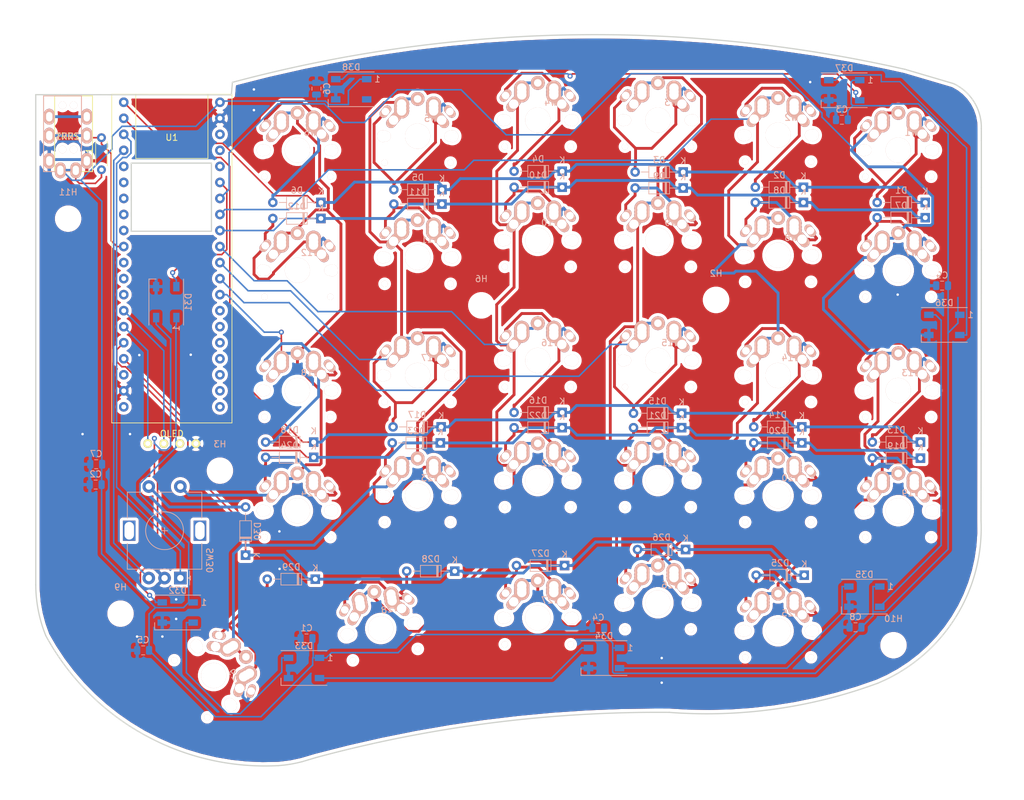
<source format=kicad_pcb>
(kicad_pcb (version 20171130) (host pcbnew 5.1.5+dfsg1-2build2)
  (layers (0 F.Cu signal) (31 B.Cu signal) (34 B.Paste user hide) (35 F.Paste user hide) (36 B.SilkS user) (37 F.SilkS user) (38 B.Mask user hide) (39 F.Mask user hide) (44 Edge.Cuts user))
  (net 0 "")
  (net 1 GND)
  (net 2 +5V)
  (net 3 "Net-(D1-Pad2)")
  (net 4 row0)
  (net 5 "Net-(D2-Pad2)")
  (net 6 "Net-(D3-Pad2)")
  (net 7 "Net-(D4-Pad2)")
  (net 8 "Net-(D5-Pad2)")
  (net 9 "Net-(D6-Pad2)")
  (net 10 "Net-(D7-Pad2)")
  (net 11 row4)
  (net 12 "Net-(D8-Pad2)")
  (net 13 "Net-(D9-Pad2)")
  (net 14 "Net-(D12-Pad2)")
  (net 15 RGB)
  (net 16 "Net-(D17-Pad2)")
  (net 17 row1)
  (net 18 "Net-(D18-Pad2)")
  (net 19 "Net-(D19-Pad2)")
  (net 20 "Net-(D20-Pad2)")
  (net 21 "Net-(D21-Pad2)")
  (net 22 "Net-(D22-Pad2)")
  (net 23 "Net-(D23-Pad2)")
  (net 24 "Net-(D33-Pad2)")
  (net 25 row2)
  (net 26 "Net-(D34-Pad2)")
  (net 27 "Net-(D35-Pad2)")
  (net 28 "Net-(D36-Pad2)")
  (net 29 "Net-(D37-Pad2)")
  (net 30 "Net-(D38-Pad2)")
  (net 31 row3)
  (net 32 col0)
  (net 33 col1)
  (net 34 col2)
  (net 35 col3)
  (net 36 col4)
  (net 37 col5)
  (net 38 ROT1A)
  (net 39 ROT1B)
  (net 40 "Net-(D10-Pad2)")
  (net 41 "Net-(D11-Pad2)")
  (net 42 "Net-(D13-Pad2)")
  (net 43 "Net-(D14-Pad2)")
  (net 44 "Net-(D15-Pad2)")
  (net 45 "Net-(D16-Pad2)")
  (net 46 "Net-(D24-Pad2)")
  (net 47 "Net-(D25-Pad2)")
  (net 48 "Net-(D26-Pad2)")
  (net 49 "Net-(D27-Pad2)")
  (net 50 "Net-(D28-Pad2)")
  (net 51 "Net-(D29-Pad2)")
  (net 52 "Net-(D30-Pad2)")
  (net 53 "Net-(D31-Pad2)")
  (net 54 "Net-(D32-Pad2)")
  (net 55 "Net-(U1-Pad36)")
  (net 56 "Net-(U1-Pad35)")
  (net 57 "Net-(U1-Pad34)")
  (net 58 "Net-(U1-Pad33)")
  (net 59 "Net-(U1-Pad32)")
  (net 60 "Net-(U1-Pad23)")
  (net 61 "Net-(U1-Pad21)")
  (net 62 "Net-(U1-Pad20)")
  (net 63 "Net-(U1-Pad5)")
  (net 64 "Net-(U1-Pad3)")
  (net 65 "Net-(J1-PadC)")
  (net 66 "Net-(J1-PadB)")
  (net 67 "Net-(U1-Pad30)")
  (net 68 "Net-(U1-Pad29)")
  (net 69 "Net-(U1-Pad28)")
  (net 70 "Net-(U1-Pad19)")
  (net 71 "Net-(U1-Pad18)")
  (net 72 "Net-(U1-Pad17)")
  (net 73 "Net-(U1-Pad15)")
  (net 74 "Net-(U1-Pad14)")
  (net 75 SCL)
  (net 76 SDA)
  (net 77 "Net-(U1-Pad4)")
  (module tkw:Blackpill (layer F.Cu) (at 110.211 52.2478)
    (fp_text reference U1 (at 0 0.5) (layer F.SilkS))
    (fp_text value WeActBlackPill)
    (pad 40 thru_hole circle (at -7.62 -5.08) (size 1.524 1.524) (drill 0.762) (layers *.Cu *.Mask) (net 4 row0))
    (pad 39 thru_hole circle (at -7.62 -2.54) (size 1.524 1.524) (drill 0.762) (layers *.Cu *.Mask) (net 25 row2))
    (pad 38 thru_hole circle (at -7.62 0) (size 1.524 1.524) (drill 0.762) (layers *.Cu *.Mask) (net 38 ROT1A))
    (pad 37 thru_hole circle (at -7.62 2.54) (size 1.524 1.524) (drill 0.762) (layers *.Cu *.Mask) (net 39 ROT1B))
    (pad 36 thru_hole circle (at -7.62 5.08) (size 1.524 1.524) (drill 0.762) (layers *.Cu *.Mask) (net 55 "Net-(U1-Pad36)"))
    (pad 35 thru_hole circle (at -7.62 7.62) (size 1.524 1.524) (drill 0.762) (layers *.Cu *.Mask) (net 56 "Net-(U1-Pad35)"))
    (pad 34 thru_hole circle (at -7.62 10.16) (size 1.524 1.524) (drill 0.762) (layers *.Cu *.Mask) (net 57 "Net-(U1-Pad34)"))
    (pad 33 thru_hole circle (at -7.62 12.7) (size 1.524 1.524) (drill 0.762) (layers *.Cu *.Mask) (net 58 "Net-(U1-Pad33)"))
    (pad 32 thru_hole circle (at -7.62 15.24) (size 1.524 1.524) (drill 0.762) (layers *.Cu *.Mask) (net 59 "Net-(U1-Pad32)"))
    (pad 31 thru_hole circle (at -7.62 17.78) (size 1.524 1.524) (drill 0.762) (layers *.Cu *.Mask) (net 65 "Net-(J1-PadC)"))
    (pad 30 thru_hole circle (at -7.62 20.32) (size 1.524 1.524) (drill 0.762) (layers *.Cu *.Mask) (net 67 "Net-(U1-Pad30)"))
    (pad 29 thru_hole circle (at -7.62 22.86) (size 1.524 1.524) (drill 0.762) (layers *.Cu *.Mask) (net 68 "Net-(U1-Pad29)"))
    (pad 28 thru_hole circle (at -7.62 25.4) (size 1.524 1.524) (drill 0.762) (layers *.Cu *.Mask) (net 69 "Net-(U1-Pad28)"))
    (pad 27 thru_hole circle (at -7.62 27.94) (size 1.524 1.524) (drill 0.762) (layers *.Cu *.Mask) (net 75 SCL))
    (pad 26 thru_hole circle (at -7.62 30.48) (size 1.524 1.524) (drill 0.762) (layers *.Cu *.Mask) (net 76 SDA))
    (pad 25 thru_hole circle (at -7.62 33.02) (size 1.524 1.524) (drill 0.762) (layers *.Cu *.Mask) (net 11 row4))
    (pad 24 thru_hole circle (at -7.62 35.56) (size 1.524 1.524) (drill 0.762) (layers *.Cu *.Mask) (net 31 row3))
    (pad 23 thru_hole circle (at -7.62 38.1) (size 1.524 1.524) (drill 0.762) (layers *.Cu *.Mask) (net 60 "Net-(U1-Pad23)"))
    (pad 22 thru_hole circle (at -7.62 40.64) (size 1.524 1.524) (drill 0.762) (layers *.Cu *.Mask) (net 1 GND))
    (pad 21 thru_hole circle (at -7.62 43.18) (size 1.524 1.524) (drill 0.762) (layers *.Cu *.Mask) (net 61 "Net-(U1-Pad21)"))
    (pad 20 thru_hole circle (at 7.62 43.18) (size 1.524 1.524) (drill 0.762) (layers *.Cu *.Mask) (net 62 "Net-(U1-Pad20)"))
    (pad 19 thru_hole circle (at 7.62 40.64) (size 1.524 1.524) (drill 0.762) (layers *.Cu *.Mask) (net 70 "Net-(U1-Pad19)"))
    (pad 18 thru_hole circle (at 7.62 38.1) (size 1.524 1.524) (drill 0.762) (layers *.Cu *.Mask) (net 71 "Net-(U1-Pad18)"))
    (pad 17 thru_hole circle (at 7.62 35.56) (size 1.524 1.524) (drill 0.762) (layers *.Cu *.Mask) (net 72 "Net-(U1-Pad17)"))
    (pad 16 thru_hole circle (at 7.62 33.02) (size 1.524 1.524) (drill 0.762) (layers *.Cu *.Mask))
    (pad 15 thru_hole circle (at 7.62 30.48) (size 1.524 1.524) (drill 0.762) (layers *.Cu *.Mask) (net 73 "Net-(U1-Pad15)"))
    (pad 14 thru_hole circle (at 7.62 27.94) (size 1.524 1.524) (drill 0.762) (layers *.Cu *.Mask) (net 74 "Net-(U1-Pad14)"))
    (pad 13 thru_hole circle (at 7.62 25.4) (size 1.524 1.524) (drill 0.762) (layers *.Cu *.Mask) (net 37 col5))
    (pad 12 thru_hole circle (at 7.62 22.86) (size 1.524 1.524) (drill 0.762) (layers *.Cu *.Mask) (net 34 col2))
    (pad 11 thru_hole circle (at 7.62 20.32) (size 1.524 1.524) (drill 0.762) (layers *.Cu *.Mask) (net 36 col4))
    (pad 10 thru_hole circle (at 7.62 17.78) (size 1.524 1.524) (drill 0.762) (layers *.Cu *.Mask) (net 35 col3))
    (pad 9 thru_hole circle (at 7.62 15.24) (size 1.524 1.524) (drill 0.762) (layers *.Cu *.Mask) (net 17 row1))
    (pad 8 thru_hole circle (at 7.62 12.7) (size 1.524 1.524) (drill 0.762) (layers *.Cu *.Mask) (net 33 col1))
    (pad 7 thru_hole circle (at 7.62 10.16) (size 1.524 1.524) (drill 0.762) (layers *.Cu *.Mask) (net 32 col0))
    (pad 6 thru_hole circle (at 7.62 7.62) (size 1.524 1.524) (drill 0.762) (layers *.Cu *.Mask) (net 15 RGB))
    (pad 5 thru_hole circle (at 7.62 5.08) (size 1.524 1.524) (drill 0.762) (layers *.Cu *.Mask) (net 63 "Net-(U1-Pad5)"))
    (pad 4 thru_hole circle (at 7.62 2.54) (size 1.524 1.524) (drill 0.762) (layers *.Cu *.Mask) (net 77 "Net-(U1-Pad4)"))
    (pad 3 thru_hole circle (at 7.62 0) (size 1.524 1.524) (drill 0.762) (layers *.Cu *.Mask) (net 64 "Net-(U1-Pad3)"))
    (pad 2 thru_hole circle (at 7.62 -2.54) (size 1.524 1.524) (drill 0.762) (layers *.Cu *.Mask) (net 1 GND))
    (pad 1 thru_hole circle (at 7.62 -5.08) (size 1.524 1.524) (drill 0.762) (layers *.Cu *.Mask) (net 2 +5V))
  )
  (module Resistor_THT:R_Axial_DIN0204_L3.6mm_D1.6mm_P5.08mm_Horizontal (layer F.Cu) (at 99.06 57.8612 90)
    (fp_text reference R1 (at 2.54 -1.92 90) (layer F.SilkS))
    (fp_text value R_Small)
    (pad 2 thru_hole oval (at 5.08 0 90) (size 1.4 1.4) (drill 0.7) (layers *.Cu *.Mask) (net 65 "Net-(J1-PadC)"))
    (pad 1 thru_hole circle (at 0 0 90) (size 1.4 1.4) (drill 0.7) (layers *.Cu *.Mask) (net 2 +5V))
  )
  (module foostan:OLED_v2 (layer F.Cu) (at 110.211 101.244)
    (fp_text reference OL1)
    (fp_text value OLED hide)
    (fp_text user OLED (at 0 -1.55) (layer F.SilkS))
    (pad 4 thru_hole circle (at 3.81 0) (size 1.397 1.397) (drill 0.8128) (layers *.Cu F.SilkS B.Mask) (net 1 GND))
    (pad 3 thru_hole circle (at 1.27 0) (size 1.397 1.397) (drill 0.8128) (layers *.Cu F.SilkS B.Mask) (net 2 +5V))
    (pad 2 thru_hole circle (at -1.27 0) (size 1.397 1.397) (drill 0.8128) (layers *.Cu F.SilkS B.Mask) (net 75 SCL))
    (pad 1 thru_hole circle (at -3.81 0) (size 1.397 1.397) (drill 0.8128) (layers *.Cu F.SilkS B.Mask) (net 76 SDA))
  )
  (module foostan:MJ-4PP-9 (layer B.Cu) (at 92.8876 46.1518 180)
    (fp_text reference J1)
    (fp_text value MJ-4PP-9 hide)
    (fp_text user TRRS (at -0.75 -6.45) (layer B.SilkS) (effects (justify mirror)))
    (fp_text user TRRS (at -0.8255 -6.4135) (layer F.SilkS))
    (pad A thru_hole oval (at -2.1 -11.8 180) (size 1.7 2.5) (drill oval 1 1.5) (layers *.Cu *.Mask B.SilkS) (net 2 +5V) (clearance 0.15))
    (pad D thru_hole oval (at 2.1 -10.3 180) (size 1.7 2.5) (drill oval 1 1.5) (layers *.Cu *.Mask B.SilkS) (net 1 GND) (clearance 0.15))
    (pad C thru_hole oval (at 2.1 -6.3 180) (size 1.7 2.5) (drill oval 1 1.5) (layers *.Cu *.Mask B.SilkS) (net 65 "Net-(J1-PadC)"))
    (pad B thru_hole oval (at 2.1 -3.3 180) (size 1.7 2.5) (drill oval 1 1.5) (layers *.Cu *.Mask B.SilkS) (net 66 "Net-(J1-PadB)"))
    (pad "" np_thru_hole circle (at 0 -8.5 180) (size 1.2 1.2) (drill 1.2) (layers *.Cu *.Mask B.SilkS))
    (pad "" np_thru_hole circle (at 0 -1.5 180) (size 1.2 1.2) (drill 1.2) (layers *.Cu *.Mask B.SilkS))
    (pad C thru_hole oval (at -3.85 -6.3 180) (size 1.7 2.5) (drill oval 1 1.5) (layers *.Cu *.Mask B.SilkS) (net 65 "Net-(J1-PadC)"))
    (pad B thru_hole oval (at -3.85 -3.3 180) (size 1.7 2.5) (drill oval 1 1.5) (layers *.Cu *.Mask B.SilkS) (net 66 "Net-(J1-PadB)"))
    (pad A thru_hole oval (at 0.35 -11.8 180) (size 1.7 2.5) (drill oval 1 1.5) (layers *.Cu *.Mask B.SilkS) (net 2 +5V) (clearance 0.15))
    (pad D thru_hole oval (at -3.85 -10.3 180) (size 1.7 2.5) (drill oval 1 1.5) (layers *.Cu *.Mask B.SilkS) (net 1 GND) (clearance 0.15))
    (pad "" np_thru_hole circle (at -1.75 -1.5 180) (size 1.2 1.2) (drill 1.2) (layers *.Cu *.Mask B.SilkS))
    (pad "" np_thru_hole circle (at -1.75 -8.5 180) (size 1.2 1.2) (drill 1.2) (layers *.Cu *.Mask B.SilkS))
  )
  (module foostan:MX_ALPS_PG1350_noLed (layer B.Cu) (at 116.84 137.998 120)
    (fp_text reference SW29 (at -2.54 2.794 300) (layer B.SilkS) (effects (justify mirror)))
    (fp_text value C)
    (pad "" np_thru_hole circle (at -5.22 -4.2 120) (size 1 1) (drill 1) (layers *.Cu *.Mask B.SilkS))
    (pad "" np_thru_hole circle (at 5.22 -4.2 120) (size 1 1) (drill 1) (layers *.Cu *.Mask B.SilkS))
    (pad "" np_thru_hole circle (at -5.08 0 120) (size 1.7 1.7) (drill 1.7) (layers *.Cu *.Mask B.SilkS))
    (pad "" np_thru_hole circle (at 5.08 0 120) (size 1.7 1.7) (drill 1.7) (layers *.Cu *.Mask B.SilkS))
    (pad 1 thru_hole circle (at -2.54 4.5 120) (size 2.4 2.4) (drill 1.5) (layers *.Cu *.Mask B.SilkS) (net 51 "Net-(D29-Pad2)"))
    (pad 1 thru_hole circle (at -2.54 4 120) (size 2.4 2.4) (drill 1.5) (layers *.Cu *.Mask B.SilkS) (net 51 "Net-(D29-Pad2)"))
    (pad 2 thru_hole circle (at 2.54 4 120) (size 2.4 2.4) (drill 1.5) (layers *.Cu *.Mask B.SilkS) (net 36 col4))
    (pad 2 thru_hole circle (at 2.54 4.5 120) (size 2.4 2.4) (drill 1.5) (layers *.Cu *.Mask B.SilkS) (net 36 col4))
    (pad 2 thru_hole oval (at 3.81 2.54 170) (size 2.8 1.55) (drill 1.5) (layers *.Cu *.Mask B.SilkS) (net 36 col4))
    (pad 1 thru_hole circle (at -2.54 5.08 120) (size 2.4 2.4) (drill 1.5) (layers *.Cu *.Mask B.SilkS) (net 51 "Net-(D29-Pad2)"))
    (pad 1 thru_hole oval (at -3.81 2.54 70) (size 2.8 1.55) (drill 1.5) (layers *.Cu *.Mask B.SilkS) (net 51 "Net-(D29-Pad2)"))
    (pad 2 thru_hole circle (at 2.54 5.08 120) (size 2.4 2.4) (drill 1.5) (layers *.Cu *.Mask B.SilkS) (net 36 col4))
    (pad 2 thru_hole circle (at 0 5.9 30) (size 2.2 2.2) (drill 1.2) (layers *.Cu *.Mask B.SilkS) (net 36 col4))
    (pad 1 thru_hole oval (at -5.1 3.9 70) (size 2.2 1.25) (drill 1.2) (layers *.Cu *.Mask B.SilkS) (net 51 "Net-(D29-Pad2)"))
    (pad "" np_thru_hole circle (at 5.5 0 30) (size 1.9 1.9) (drill 1.9) (layers *.Cu *.Mask B.SilkS))
    (pad "" np_thru_hole circle (at -5.5 0 30) (size 1.9 1.9) (drill 1.9) (layers *.Cu *.Mask B.SilkS))
    (pad "" np_thru_hole circle (at 0 0 30) (size 4 4) (drill 4) (layers *.Cu *.Mask B.SilkS))
    (pad 1 thru_hole oval (at 5.1 3.9 170) (size 2.2 1.25) (drill 1.2) (layers *.Cu *.Mask B.SilkS) (net 51 "Net-(D29-Pad2)"))
  )
  (module foostan:MX_ALPS_PG1350_noLed (layer B.Cu) (at 143.307 130.556 190)
    (fp_text reference SW28 (at -2.54 2.794 190) (layer B.SilkS) (effects (justify mirror)))
    (fp_text value X)
    (pad "" np_thru_hole circle (at -5.22 -4.2 190) (size 1 1) (drill 1) (layers *.Cu *.Mask B.SilkS))
    (pad "" np_thru_hole circle (at 5.22 -4.2 190) (size 1 1) (drill 1) (layers *.Cu *.Mask B.SilkS))
    (pad "" np_thru_hole circle (at -5.08 0 190) (size 1.7 1.7) (drill 1.7) (layers *.Cu *.Mask B.SilkS))
    (pad "" np_thru_hole circle (at 5.08 0 190) (size 1.7 1.7) (drill 1.7) (layers *.Cu *.Mask B.SilkS))
    (pad 1 thru_hole circle (at -2.54 4.5 190) (size 2.4 2.4) (drill 1.5) (layers *.Cu *.Mask B.SilkS) (net 50 "Net-(D28-Pad2)"))
    (pad 1 thru_hole circle (at -2.54 4 190) (size 2.4 2.4) (drill 1.5) (layers *.Cu *.Mask B.SilkS) (net 50 "Net-(D28-Pad2)"))
    (pad 2 thru_hole circle (at 2.54 4 190) (size 2.4 2.4) (drill 1.5) (layers *.Cu *.Mask B.SilkS) (net 35 col3))
    (pad 2 thru_hole circle (at 2.54 4.5 190) (size 2.4 2.4) (drill 1.5) (layers *.Cu *.Mask B.SilkS) (net 35 col3))
    (pad 2 thru_hole oval (at 3.81 2.54 240) (size 2.8 1.55) (drill 1.5) (layers *.Cu *.Mask B.SilkS) (net 35 col3))
    (pad 1 thru_hole circle (at -2.54 5.08 190) (size 2.4 2.4) (drill 1.5) (layers *.Cu *.Mask B.SilkS) (net 50 "Net-(D28-Pad2)"))
    (pad 1 thru_hole oval (at -3.81 2.54 140) (size 2.8 1.55) (drill 1.5) (layers *.Cu *.Mask B.SilkS) (net 50 "Net-(D28-Pad2)"))
    (pad 2 thru_hole circle (at 2.54 5.08 190) (size 2.4 2.4) (drill 1.5) (layers *.Cu *.Mask B.SilkS) (net 35 col3))
    (pad 2 thru_hole circle (at 0 5.9 100) (size 2.2 2.2) (drill 1.2) (layers *.Cu *.Mask B.SilkS) (net 35 col3))
    (pad 1 thru_hole oval (at -5.1 3.9 140) (size 2.2 1.25) (drill 1.2) (layers *.Cu *.Mask B.SilkS) (net 50 "Net-(D28-Pad2)"))
    (pad "" np_thru_hole circle (at 5.5 0 100) (size 1.9 1.9) (drill 1.9) (layers *.Cu *.Mask B.SilkS))
    (pad "" np_thru_hole circle (at -5.5 0 100) (size 1.9 1.9) (drill 1.9) (layers *.Cu *.Mask B.SilkS))
    (pad "" np_thru_hole circle (at 0 0 100) (size 4 4) (drill 4) (layers *.Cu *.Mask B.SilkS))
    (pad 1 thru_hole oval (at 5.1 3.9 240) (size 2.2 1.25) (drill 1.2) (layers *.Cu *.Mask B.SilkS) (net 50 "Net-(D28-Pad2)"))
  )
  (module foostan:MX_ALPS_PG1350_noLed (layer B.Cu) (at 168.193 128.858 180)
    (fp_text reference SW27 (at -2.54 2.794) (layer B.SilkS) (effects (justify mirror)))
    (fp_text value ALT)
    (pad "" np_thru_hole circle (at -5.22 -4.2 180) (size 1 1) (drill 1) (layers *.Cu *.Mask B.SilkS))
    (pad "" np_thru_hole circle (at 5.22 -4.2 180) (size 1 1) (drill 1) (layers *.Cu *.Mask B.SilkS))
    (pad "" np_thru_hole circle (at -5.08 0 180) (size 1.7 1.7) (drill 1.7) (layers *.Cu *.Mask B.SilkS))
    (pad "" np_thru_hole circle (at 5.08 0 180) (size 1.7 1.7) (drill 1.7) (layers *.Cu *.Mask B.SilkS))
    (pad 1 thru_hole circle (at -2.54 4.5 180) (size 2.4 2.4) (drill 1.5) (layers *.Cu *.Mask B.SilkS) (net 49 "Net-(D27-Pad2)"))
    (pad 1 thru_hole circle (at -2.54 4 180) (size 2.4 2.4) (drill 1.5) (layers *.Cu *.Mask B.SilkS) (net 49 "Net-(D27-Pad2)"))
    (pad 2 thru_hole circle (at 2.54 4 180) (size 2.4 2.4) (drill 1.5) (layers *.Cu *.Mask B.SilkS) (net 34 col2))
    (pad 2 thru_hole circle (at 2.54 4.5 180) (size 2.4 2.4) (drill 1.5) (layers *.Cu *.Mask B.SilkS) (net 34 col2))
    (pad 2 thru_hole oval (at 3.81 2.54 230) (size 2.8 1.55) (drill 1.5) (layers *.Cu *.Mask B.SilkS) (net 34 col2))
    (pad 1 thru_hole circle (at -2.54 5.08 180) (size 2.4 2.4) (drill 1.5) (layers *.Cu *.Mask B.SilkS) (net 49 "Net-(D27-Pad2)"))
    (pad 1 thru_hole oval (at -3.81 2.54 130) (size 2.8 1.55) (drill 1.5) (layers *.Cu *.Mask B.SilkS) (net 49 "Net-(D27-Pad2)"))
    (pad 2 thru_hole circle (at 2.54 5.08 180) (size 2.4 2.4) (drill 1.5) (layers *.Cu *.Mask B.SilkS) (net 34 col2))
    (pad 2 thru_hole circle (at 0 5.9 90) (size 2.2 2.2) (drill 1.2) (layers *.Cu *.Mask B.SilkS) (net 34 col2))
    (pad 1 thru_hole oval (at -5.1 3.9 130) (size 2.2 1.25) (drill 1.2) (layers *.Cu *.Mask B.SilkS) (net 49 "Net-(D27-Pad2)"))
    (pad "" np_thru_hole circle (at 5.5 0 90) (size 1.9 1.9) (drill 1.9) (layers *.Cu *.Mask B.SilkS))
    (pad "" np_thru_hole circle (at -5.5 0 90) (size 1.9 1.9) (drill 1.9) (layers *.Cu *.Mask B.SilkS))
    (pad "" np_thru_hole circle (at 0 0 90) (size 4 4) (drill 4) (layers *.Cu *.Mask B.SilkS))
    (pad 1 thru_hole oval (at 5.1 3.9 230) (size 2.2 1.25) (drill 1.2) (layers *.Cu *.Mask B.SilkS) (net 49 "Net-(D27-Pad2)"))
  )
  (module foostan:MX_ALPS_PG1350_noLed (layer B.Cu) (at 187.233 126.478 180)
    (fp_text reference SW26 (at -2.54 2.794) (layer B.SilkS) (effects (justify mirror)))
    (fp_text value SUPER)
    (pad "" np_thru_hole circle (at -5.22 -4.2 180) (size 1 1) (drill 1) (layers *.Cu *.Mask B.SilkS))
    (pad "" np_thru_hole circle (at 5.22 -4.2 180) (size 1 1) (drill 1) (layers *.Cu *.Mask B.SilkS))
    (pad "" np_thru_hole circle (at -5.08 0 180) (size 1.7 1.7) (drill 1.7) (layers *.Cu *.Mask B.SilkS))
    (pad "" np_thru_hole circle (at 5.08 0 180) (size 1.7 1.7) (drill 1.7) (layers *.Cu *.Mask B.SilkS))
    (pad 1 thru_hole circle (at -2.54 4.5 180) (size 2.4 2.4) (drill 1.5) (layers *.Cu *.Mask B.SilkS) (net 48 "Net-(D26-Pad2)"))
    (pad 1 thru_hole circle (at -2.54 4 180) (size 2.4 2.4) (drill 1.5) (layers *.Cu *.Mask B.SilkS) (net 48 "Net-(D26-Pad2)"))
    (pad 2 thru_hole circle (at 2.54 4 180) (size 2.4 2.4) (drill 1.5) (layers *.Cu *.Mask B.SilkS) (net 33 col1))
    (pad 2 thru_hole circle (at 2.54 4.5 180) (size 2.4 2.4) (drill 1.5) (layers *.Cu *.Mask B.SilkS) (net 33 col1))
    (pad 2 thru_hole oval (at 3.81 2.54 230) (size 2.8 1.55) (drill 1.5) (layers *.Cu *.Mask B.SilkS) (net 33 col1))
    (pad 1 thru_hole circle (at -2.54 5.08 180) (size 2.4 2.4) (drill 1.5) (layers *.Cu *.Mask B.SilkS) (net 48 "Net-(D26-Pad2)"))
    (pad 1 thru_hole oval (at -3.81 2.54 130) (size 2.8 1.55) (drill 1.5) (layers *.Cu *.Mask B.SilkS) (net 48 "Net-(D26-Pad2)"))
    (pad 2 thru_hole circle (at 2.54 5.08 180) (size 2.4 2.4) (drill 1.5) (layers *.Cu *.Mask B.SilkS) (net 33 col1))
    (pad 2 thru_hole circle (at 0 5.9 90) (size 2.2 2.2) (drill 1.2) (layers *.Cu *.Mask B.SilkS) (net 33 col1))
    (pad 1 thru_hole oval (at -5.1 3.9 130) (size 2.2 1.25) (drill 1.2) (layers *.Cu *.Mask B.SilkS) (net 48 "Net-(D26-Pad2)"))
    (pad "" np_thru_hole circle (at 5.5 0 90) (size 1.9 1.9) (drill 1.9) (layers *.Cu *.Mask B.SilkS))
    (pad "" np_thru_hole circle (at -5.5 0 90) (size 1.9 1.9) (drill 1.9) (layers *.Cu *.Mask B.SilkS))
    (pad "" np_thru_hole circle (at 0 0 90) (size 4 4) (drill 4) (layers *.Cu *.Mask B.SilkS))
    (pad 1 thru_hole oval (at 5.1 3.9 230) (size 2.2 1.25) (drill 1.2) (layers *.Cu *.Mask B.SilkS) (net 48 "Net-(D26-Pad2)"))
  )
  (module foostan:MX_ALPS_PG1350_noLed (layer B.Cu) (at 206.273 130.918 180)
    (fp_text reference SW25 (at -2.54 2.794) (layer B.SilkS) (effects (justify mirror)))
    (fp_text value CTRL)
    (pad "" np_thru_hole circle (at -5.22 -4.2 180) (size 1 1) (drill 1) (layers *.Cu *.Mask B.SilkS))
    (pad "" np_thru_hole circle (at 5.22 -4.2 180) (size 1 1) (drill 1) (layers *.Cu *.Mask B.SilkS))
    (pad "" np_thru_hole circle (at -5.08 0 180) (size 1.7 1.7) (drill 1.7) (layers *.Cu *.Mask B.SilkS))
    (pad "" np_thru_hole circle (at 5.08 0 180) (size 1.7 1.7) (drill 1.7) (layers *.Cu *.Mask B.SilkS))
    (pad 1 thru_hole circle (at -2.54 4.5 180) (size 2.4 2.4) (drill 1.5) (layers *.Cu *.Mask B.SilkS) (net 47 "Net-(D25-Pad2)"))
    (pad 1 thru_hole circle (at -2.54 4 180) (size 2.4 2.4) (drill 1.5) (layers *.Cu *.Mask B.SilkS) (net 47 "Net-(D25-Pad2)"))
    (pad 2 thru_hole circle (at 2.54 4 180) (size 2.4 2.4) (drill 1.5) (layers *.Cu *.Mask B.SilkS) (net 32 col0))
    (pad 2 thru_hole circle (at 2.54 4.5 180) (size 2.4 2.4) (drill 1.5) (layers *.Cu *.Mask B.SilkS) (net 32 col0))
    (pad 2 thru_hole oval (at 3.81 2.54 230) (size 2.8 1.55) (drill 1.5) (layers *.Cu *.Mask B.SilkS) (net 32 col0))
    (pad 1 thru_hole circle (at -2.54 5.08 180) (size 2.4 2.4) (drill 1.5) (layers *.Cu *.Mask B.SilkS) (net 47 "Net-(D25-Pad2)"))
    (pad 1 thru_hole oval (at -3.81 2.54 130) (size 2.8 1.55) (drill 1.5) (layers *.Cu *.Mask B.SilkS) (net 47 "Net-(D25-Pad2)"))
    (pad 2 thru_hole circle (at 2.54 5.08 180) (size 2.4 2.4) (drill 1.5) (layers *.Cu *.Mask B.SilkS) (net 32 col0))
    (pad 2 thru_hole circle (at 0 5.9 90) (size 2.2 2.2) (drill 1.2) (layers *.Cu *.Mask B.SilkS) (net 32 col0))
    (pad 1 thru_hole oval (at -5.1 3.9 130) (size 2.2 1.25) (drill 1.2) (layers *.Cu *.Mask B.SilkS) (net 47 "Net-(D25-Pad2)"))
    (pad "" np_thru_hole circle (at 5.5 0 90) (size 1.9 1.9) (drill 1.9) (layers *.Cu *.Mask B.SilkS))
    (pad "" np_thru_hole circle (at -5.5 0 90) (size 1.9 1.9) (drill 1.9) (layers *.Cu *.Mask B.SilkS))
    (pad "" np_thru_hole circle (at 0 0 90) (size 4 4) (drill 4) (layers *.Cu *.Mask B.SilkS))
    (pad 1 thru_hole oval (at 5.1 3.9 230) (size 2.2 1.25) (drill 1.2) (layers *.Cu *.Mask B.SilkS) (net 47 "Net-(D25-Pad2)"))
  )
  (module foostan:MX_ALPS_PG1350_noLed (layer B.Cu) (at 130.113 111.878 180)
    (fp_text reference SW24 (at -2.54 2.794) (layer B.SilkS) (effects (justify mirror)))
    (fp_text value V)
    (pad "" np_thru_hole circle (at -5.22 -4.2 180) (size 1 1) (drill 1) (layers *.Cu *.Mask B.SilkS))
    (pad "" np_thru_hole circle (at 5.22 -4.2 180) (size 1 1) (drill 1) (layers *.Cu *.Mask B.SilkS))
    (pad "" np_thru_hole circle (at -5.08 0 180) (size 1.7 1.7) (drill 1.7) (layers *.Cu *.Mask B.SilkS))
    (pad "" np_thru_hole circle (at 5.08 0 180) (size 1.7 1.7) (drill 1.7) (layers *.Cu *.Mask B.SilkS))
    (pad 1 thru_hole circle (at -2.54 4.5 180) (size 2.4 2.4) (drill 1.5) (layers *.Cu *.Mask B.SilkS) (net 46 "Net-(D24-Pad2)"))
    (pad 1 thru_hole circle (at -2.54 4 180) (size 2.4 2.4) (drill 1.5) (layers *.Cu *.Mask B.SilkS) (net 46 "Net-(D24-Pad2)"))
    (pad 2 thru_hole circle (at 2.54 4 180) (size 2.4 2.4) (drill 1.5) (layers *.Cu *.Mask B.SilkS) (net 37 col5))
    (pad 2 thru_hole circle (at 2.54 4.5 180) (size 2.4 2.4) (drill 1.5) (layers *.Cu *.Mask B.SilkS) (net 37 col5))
    (pad 2 thru_hole oval (at 3.81 2.54 230) (size 2.8 1.55) (drill 1.5) (layers *.Cu *.Mask B.SilkS) (net 37 col5))
    (pad 1 thru_hole circle (at -2.54 5.08 180) (size 2.4 2.4) (drill 1.5) (layers *.Cu *.Mask B.SilkS) (net 46 "Net-(D24-Pad2)"))
    (pad 1 thru_hole oval (at -3.81 2.54 130) (size 2.8 1.55) (drill 1.5) (layers *.Cu *.Mask B.SilkS) (net 46 "Net-(D24-Pad2)"))
    (pad 2 thru_hole circle (at 2.54 5.08 180) (size 2.4 2.4) (drill 1.5) (layers *.Cu *.Mask B.SilkS) (net 37 col5))
    (pad 2 thru_hole circle (at 0 5.9 90) (size 2.2 2.2) (drill 1.2) (layers *.Cu *.Mask B.SilkS) (net 37 col5))
    (pad 1 thru_hole oval (at -5.1 3.9 130) (size 2.2 1.25) (drill 1.2) (layers *.Cu *.Mask B.SilkS) (net 46 "Net-(D24-Pad2)"))
    (pad "" np_thru_hole circle (at 5.5 0 90) (size 1.9 1.9) (drill 1.9) (layers *.Cu *.Mask B.SilkS))
    (pad "" np_thru_hole circle (at -5.5 0 90) (size 1.9 1.9) (drill 1.9) (layers *.Cu *.Mask B.SilkS))
    (pad "" np_thru_hole circle (at 0 0 90) (size 4 4) (drill 4) (layers *.Cu *.Mask B.SilkS))
    (pad 1 thru_hole oval (at 5.1 3.9 230) (size 2.2 1.25) (drill 1.2) (layers *.Cu *.Mask B.SilkS) (net 46 "Net-(D24-Pad2)"))
  )
  (module foostan:MX_ALPS_PG1350_noLed (layer B.Cu) (at 149.153 109.498 180)
    (fp_text reference SW23 (at -2.54 2.794) (layer B.SilkS) (effects (justify mirror)))
    (fp_text value C)
    (pad "" np_thru_hole circle (at -5.22 -4.2 180) (size 1 1) (drill 1) (layers *.Cu *.Mask B.SilkS))
    (pad "" np_thru_hole circle (at 5.22 -4.2 180) (size 1 1) (drill 1) (layers *.Cu *.Mask B.SilkS))
    (pad "" np_thru_hole circle (at -5.08 0 180) (size 1.7 1.7) (drill 1.7) (layers *.Cu *.Mask B.SilkS))
    (pad "" np_thru_hole circle (at 5.08 0 180) (size 1.7 1.7) (drill 1.7) (layers *.Cu *.Mask B.SilkS))
    (pad 1 thru_hole circle (at -2.54 4.5 180) (size 2.4 2.4) (drill 1.5) (layers *.Cu *.Mask B.SilkS) (net 23 "Net-(D23-Pad2)"))
    (pad 1 thru_hole circle (at -2.54 4 180) (size 2.4 2.4) (drill 1.5) (layers *.Cu *.Mask B.SilkS) (net 23 "Net-(D23-Pad2)"))
    (pad 2 thru_hole circle (at 2.54 4 180) (size 2.4 2.4) (drill 1.5) (layers *.Cu *.Mask B.SilkS) (net 36 col4))
    (pad 2 thru_hole circle (at 2.54 4.5 180) (size 2.4 2.4) (drill 1.5) (layers *.Cu *.Mask B.SilkS) (net 36 col4))
    (pad 2 thru_hole oval (at 3.81 2.54 230) (size 2.8 1.55) (drill 1.5) (layers *.Cu *.Mask B.SilkS) (net 36 col4))
    (pad 1 thru_hole circle (at -2.54 5.08 180) (size 2.4 2.4) (drill 1.5) (layers *.Cu *.Mask B.SilkS) (net 23 "Net-(D23-Pad2)"))
    (pad 1 thru_hole oval (at -3.81 2.54 130) (size 2.8 1.55) (drill 1.5) (layers *.Cu *.Mask B.SilkS) (net 23 "Net-(D23-Pad2)"))
    (pad 2 thru_hole circle (at 2.54 5.08 180) (size 2.4 2.4) (drill 1.5) (layers *.Cu *.Mask B.SilkS) (net 36 col4))
    (pad 2 thru_hole circle (at 0 5.9 90) (size 2.2 2.2) (drill 1.2) (layers *.Cu *.Mask B.SilkS) (net 36 col4))
    (pad 1 thru_hole oval (at -5.1 3.9 130) (size 2.2 1.25) (drill 1.2) (layers *.Cu *.Mask B.SilkS) (net 23 "Net-(D23-Pad2)"))
    (pad "" np_thru_hole circle (at 5.5 0 90) (size 1.9 1.9) (drill 1.9) (layers *.Cu *.Mask B.SilkS))
    (pad "" np_thru_hole circle (at -5.5 0 90) (size 1.9 1.9) (drill 1.9) (layers *.Cu *.Mask B.SilkS))
    (pad "" np_thru_hole circle (at 0 0 90) (size 4 4) (drill 4) (layers *.Cu *.Mask B.SilkS))
    (pad 1 thru_hole oval (at 5.1 3.9 230) (size 2.2 1.25) (drill 1.2) (layers *.Cu *.Mask B.SilkS) (net 23 "Net-(D23-Pad2)"))
  )
  (module foostan:MX_ALPS_PG1350_noLed (layer B.Cu) (at 168.193 107.118 180)
    (fp_text reference SW22 (at -2.54 2.794) (layer B.SilkS) (effects (justify mirror)))
    (fp_text value X)
    (pad "" np_thru_hole circle (at -5.22 -4.2 180) (size 1 1) (drill 1) (layers *.Cu *.Mask B.SilkS))
    (pad "" np_thru_hole circle (at 5.22 -4.2 180) (size 1 1) (drill 1) (layers *.Cu *.Mask B.SilkS))
    (pad "" np_thru_hole circle (at -5.08 0 180) (size 1.7 1.7) (drill 1.7) (layers *.Cu *.Mask B.SilkS))
    (pad "" np_thru_hole circle (at 5.08 0 180) (size 1.7 1.7) (drill 1.7) (layers *.Cu *.Mask B.SilkS))
    (pad 1 thru_hole circle (at -2.54 4.5 180) (size 2.4 2.4) (drill 1.5) (layers *.Cu *.Mask B.SilkS) (net 22 "Net-(D22-Pad2)"))
    (pad 1 thru_hole circle (at -2.54 4 180) (size 2.4 2.4) (drill 1.5) (layers *.Cu *.Mask B.SilkS) (net 22 "Net-(D22-Pad2)"))
    (pad 2 thru_hole circle (at 2.54 4 180) (size 2.4 2.4) (drill 1.5) (layers *.Cu *.Mask B.SilkS) (net 35 col3))
    (pad 2 thru_hole circle (at 2.54 4.5 180) (size 2.4 2.4) (drill 1.5) (layers *.Cu *.Mask B.SilkS) (net 35 col3))
    (pad 2 thru_hole oval (at 3.81 2.54 230) (size 2.8 1.55) (drill 1.5) (layers *.Cu *.Mask B.SilkS) (net 35 col3))
    (pad 1 thru_hole circle (at -2.54 5.08 180) (size 2.4 2.4) (drill 1.5) (layers *.Cu *.Mask B.SilkS) (net 22 "Net-(D22-Pad2)"))
    (pad 1 thru_hole oval (at -3.81 2.54 130) (size 2.8 1.55) (drill 1.5) (layers *.Cu *.Mask B.SilkS) (net 22 "Net-(D22-Pad2)"))
    (pad 2 thru_hole circle (at 2.54 5.08 180) (size 2.4 2.4) (drill 1.5) (layers *.Cu *.Mask B.SilkS) (net 35 col3))
    (pad 2 thru_hole circle (at 0 5.9 90) (size 2.2 2.2) (drill 1.2) (layers *.Cu *.Mask B.SilkS) (net 35 col3))
    (pad 1 thru_hole oval (at -5.1 3.9 130) (size 2.2 1.25) (drill 1.2) (layers *.Cu *.Mask B.SilkS) (net 22 "Net-(D22-Pad2)"))
    (pad "" np_thru_hole circle (at 5.5 0 90) (size 1.9 1.9) (drill 1.9) (layers *.Cu *.Mask B.SilkS))
    (pad "" np_thru_hole circle (at -5.5 0 90) (size 1.9 1.9) (drill 1.9) (layers *.Cu *.Mask B.SilkS))
    (pad "" np_thru_hole circle (at 0 0 90) (size 4 4) (drill 4) (layers *.Cu *.Mask B.SilkS))
    (pad 1 thru_hole oval (at 5.1 3.9 230) (size 2.2 1.25) (drill 1.2) (layers *.Cu *.Mask B.SilkS) (net 22 "Net-(D22-Pad2)"))
  )
  (module foostan:MX_ALPS_PG1350_noLed (layer B.Cu) (at 187.233 107.118 180)
    (fp_text reference SW21 (at -2.54 2.794) (layer B.SilkS) (effects (justify mirror)))
    (fp_text value Z)
    (pad "" np_thru_hole circle (at -5.22 -4.2 180) (size 1 1) (drill 1) (layers *.Cu *.Mask B.SilkS))
    (pad "" np_thru_hole circle (at 5.22 -4.2 180) (size 1 1) (drill 1) (layers *.Cu *.Mask B.SilkS))
    (pad "" np_thru_hole circle (at -5.08 0 180) (size 1.7 1.7) (drill 1.7) (layers *.Cu *.Mask B.SilkS))
    (pad "" np_thru_hole circle (at 5.08 0 180) (size 1.7 1.7) (drill 1.7) (layers *.Cu *.Mask B.SilkS))
    (pad 1 thru_hole circle (at -2.54 4.5 180) (size 2.4 2.4) (drill 1.5) (layers *.Cu *.Mask B.SilkS) (net 21 "Net-(D21-Pad2)"))
    (pad 1 thru_hole circle (at -2.54 4 180) (size 2.4 2.4) (drill 1.5) (layers *.Cu *.Mask B.SilkS) (net 21 "Net-(D21-Pad2)"))
    (pad 2 thru_hole circle (at 2.54 4 180) (size 2.4 2.4) (drill 1.5) (layers *.Cu *.Mask B.SilkS) (net 34 col2))
    (pad 2 thru_hole circle (at 2.54 4.5 180) (size 2.4 2.4) (drill 1.5) (layers *.Cu *.Mask B.SilkS) (net 34 col2))
    (pad 2 thru_hole oval (at 3.81 2.54 230) (size 2.8 1.55) (drill 1.5) (layers *.Cu *.Mask B.SilkS) (net 34 col2))
    (pad 1 thru_hole circle (at -2.54 5.08 180) (size 2.4 2.4) (drill 1.5) (layers *.Cu *.Mask B.SilkS) (net 21 "Net-(D21-Pad2)"))
    (pad 1 thru_hole oval (at -3.81 2.54 130) (size 2.8 1.55) (drill 1.5) (layers *.Cu *.Mask B.SilkS) (net 21 "Net-(D21-Pad2)"))
    (pad 2 thru_hole circle (at 2.54 5.08 180) (size 2.4 2.4) (drill 1.5) (layers *.Cu *.Mask B.SilkS) (net 34 col2))
    (pad 2 thru_hole circle (at 0 5.9 90) (size 2.2 2.2) (drill 1.2) (layers *.Cu *.Mask B.SilkS) (net 34 col2))
    (pad 1 thru_hole oval (at -5.1 3.9 130) (size 2.2 1.25) (drill 1.2) (layers *.Cu *.Mask B.SilkS) (net 21 "Net-(D21-Pad2)"))
    (pad "" np_thru_hole circle (at 5.5 0 90) (size 1.9 1.9) (drill 1.9) (layers *.Cu *.Mask B.SilkS))
    (pad "" np_thru_hole circle (at -5.5 0 90) (size 1.9 1.9) (drill 1.9) (layers *.Cu *.Mask B.SilkS))
    (pad "" np_thru_hole circle (at 0 0 90) (size 4 4) (drill 4) (layers *.Cu *.Mask B.SilkS))
    (pad 1 thru_hole oval (at 5.1 3.9 230) (size 2.2 1.25) (drill 1.2) (layers *.Cu *.Mask B.SilkS) (net 21 "Net-(D21-Pad2)"))
  )
  (module foostan:MX_ALPS_PG1350_noLed (layer B.Cu) (at 206.273 109.498 180)
    (fp_text reference SW20 (at -2.54 2.794) (layer B.SilkS) (effects (justify mirror)))
    (fp_text value <)
    (pad "" np_thru_hole circle (at -5.22 -4.2 180) (size 1 1) (drill 1) (layers *.Cu *.Mask B.SilkS))
    (pad "" np_thru_hole circle (at 5.22 -4.2 180) (size 1 1) (drill 1) (layers *.Cu *.Mask B.SilkS))
    (pad "" np_thru_hole circle (at -5.08 0 180) (size 1.7 1.7) (drill 1.7) (layers *.Cu *.Mask B.SilkS))
    (pad "" np_thru_hole circle (at 5.08 0 180) (size 1.7 1.7) (drill 1.7) (layers *.Cu *.Mask B.SilkS))
    (pad 1 thru_hole circle (at -2.54 4.5 180) (size 2.4 2.4) (drill 1.5) (layers *.Cu *.Mask B.SilkS) (net 20 "Net-(D20-Pad2)"))
    (pad 1 thru_hole circle (at -2.54 4 180) (size 2.4 2.4) (drill 1.5) (layers *.Cu *.Mask B.SilkS) (net 20 "Net-(D20-Pad2)"))
    (pad 2 thru_hole circle (at 2.54 4 180) (size 2.4 2.4) (drill 1.5) (layers *.Cu *.Mask B.SilkS) (net 33 col1))
    (pad 2 thru_hole circle (at 2.54 4.5 180) (size 2.4 2.4) (drill 1.5) (layers *.Cu *.Mask B.SilkS) (net 33 col1))
    (pad 2 thru_hole oval (at 3.81 2.54 230) (size 2.8 1.55) (drill 1.5) (layers *.Cu *.Mask B.SilkS) (net 33 col1))
    (pad 1 thru_hole circle (at -2.54 5.08 180) (size 2.4 2.4) (drill 1.5) (layers *.Cu *.Mask B.SilkS) (net 20 "Net-(D20-Pad2)"))
    (pad 1 thru_hole oval (at -3.81 2.54 130) (size 2.8 1.55) (drill 1.5) (layers *.Cu *.Mask B.SilkS) (net 20 "Net-(D20-Pad2)"))
    (pad 2 thru_hole circle (at 2.54 5.08 180) (size 2.4 2.4) (drill 1.5) (layers *.Cu *.Mask B.SilkS) (net 33 col1))
    (pad 2 thru_hole circle (at 0 5.9 90) (size 2.2 2.2) (drill 1.2) (layers *.Cu *.Mask B.SilkS) (net 33 col1))
    (pad 1 thru_hole oval (at -5.1 3.9 130) (size 2.2 1.25) (drill 1.2) (layers *.Cu *.Mask B.SilkS) (net 20 "Net-(D20-Pad2)"))
    (pad "" np_thru_hole circle (at 5.5 0 90) (size 1.9 1.9) (drill 1.9) (layers *.Cu *.Mask B.SilkS))
    (pad "" np_thru_hole circle (at -5.5 0 90) (size 1.9 1.9) (drill 1.9) (layers *.Cu *.Mask B.SilkS))
    (pad "" np_thru_hole circle (at 0 0 90) (size 4 4) (drill 4) (layers *.Cu *.Mask B.SilkS))
    (pad 1 thru_hole oval (at 5.1 3.9 230) (size 2.2 1.25) (drill 1.2) (layers *.Cu *.Mask B.SilkS) (net 20 "Net-(D20-Pad2)"))
  )
  (module foostan:MX_ALPS_PG1350_noLed (layer B.Cu) (at 225.313 111.878 180)
    (fp_text reference SW19 (at -2.54 2.794) (layer B.SilkS) (effects (justify mirror)))
    (fp_text value SHIFT)
    (pad "" np_thru_hole circle (at -5.22 -4.2 180) (size 1 1) (drill 1) (layers *.Cu *.Mask B.SilkS))
    (pad "" np_thru_hole circle (at 5.22 -4.2 180) (size 1 1) (drill 1) (layers *.Cu *.Mask B.SilkS))
    (pad "" np_thru_hole circle (at -5.08 0 180) (size 1.7 1.7) (drill 1.7) (layers *.Cu *.Mask B.SilkS))
    (pad "" np_thru_hole circle (at 5.08 0 180) (size 1.7 1.7) (drill 1.7) (layers *.Cu *.Mask B.SilkS))
    (pad 1 thru_hole circle (at -2.54 4.5 180) (size 2.4 2.4) (drill 1.5) (layers *.Cu *.Mask B.SilkS) (net 19 "Net-(D19-Pad2)"))
    (pad 1 thru_hole circle (at -2.54 4 180) (size 2.4 2.4) (drill 1.5) (layers *.Cu *.Mask B.SilkS) (net 19 "Net-(D19-Pad2)"))
    (pad 2 thru_hole circle (at 2.54 4 180) (size 2.4 2.4) (drill 1.5) (layers *.Cu *.Mask B.SilkS) (net 32 col0))
    (pad 2 thru_hole circle (at 2.54 4.5 180) (size 2.4 2.4) (drill 1.5) (layers *.Cu *.Mask B.SilkS) (net 32 col0))
    (pad 2 thru_hole oval (at 3.81 2.54 230) (size 2.8 1.55) (drill 1.5) (layers *.Cu *.Mask B.SilkS) (net 32 col0))
    (pad 1 thru_hole circle (at -2.54 5.08 180) (size 2.4 2.4) (drill 1.5) (layers *.Cu *.Mask B.SilkS) (net 19 "Net-(D19-Pad2)"))
    (pad 1 thru_hole oval (at -3.81 2.54 130) (size 2.8 1.55) (drill 1.5) (layers *.Cu *.Mask B.SilkS) (net 19 "Net-(D19-Pad2)"))
    (pad 2 thru_hole circle (at 2.54 5.08 180) (size 2.4 2.4) (drill 1.5) (layers *.Cu *.Mask B.SilkS) (net 32 col0))
    (pad 2 thru_hole circle (at 0 5.9 90) (size 2.2 2.2) (drill 1.2) (layers *.Cu *.Mask B.SilkS) (net 32 col0))
    (pad 1 thru_hole oval (at -5.1 3.9 130) (size 2.2 1.25) (drill 1.2) (layers *.Cu *.Mask B.SilkS) (net 19 "Net-(D19-Pad2)"))
    (pad "" np_thru_hole circle (at 5.5 0 90) (size 1.9 1.9) (drill 1.9) (layers *.Cu *.Mask B.SilkS))
    (pad "" np_thru_hole circle (at -5.5 0 90) (size 1.9 1.9) (drill 1.9) (layers *.Cu *.Mask B.SilkS))
    (pad "" np_thru_hole circle (at 0 0 90) (size 4 4) (drill 4) (layers *.Cu *.Mask B.SilkS))
    (pad 1 thru_hole oval (at 5.1 3.9 230) (size 2.2 1.25) (drill 1.2) (layers *.Cu *.Mask B.SilkS) (net 19 "Net-(D19-Pad2)"))
  )
  (module foostan:MX_ALPS_PG1350_noLed (layer B.Cu) (at 130.113 92.8378 180)
    (fp_text reference SW18 (at -2.54 2.794) (layer B.SilkS) (effects (justify mirror)))
    (fp_text value G)
    (pad "" np_thru_hole circle (at -5.22 -4.2 180) (size 1 1) (drill 1) (layers *.Cu *.Mask B.SilkS))
    (pad "" np_thru_hole circle (at 5.22 -4.2 180) (size 1 1) (drill 1) (layers *.Cu *.Mask B.SilkS))
    (pad "" np_thru_hole circle (at -5.08 0 180) (size 1.7 1.7) (drill 1.7) (layers *.Cu *.Mask B.SilkS))
    (pad "" np_thru_hole circle (at 5.08 0 180) (size 1.7 1.7) (drill 1.7) (layers *.Cu *.Mask B.SilkS))
    (pad 1 thru_hole circle (at -2.54 4.5 180) (size 2.4 2.4) (drill 1.5) (layers *.Cu *.Mask B.SilkS) (net 18 "Net-(D18-Pad2)"))
    (pad 1 thru_hole circle (at -2.54 4 180) (size 2.4 2.4) (drill 1.5) (layers *.Cu *.Mask B.SilkS) (net 18 "Net-(D18-Pad2)"))
    (pad 2 thru_hole circle (at 2.54 4 180) (size 2.4 2.4) (drill 1.5) (layers *.Cu *.Mask B.SilkS) (net 37 col5))
    (pad 2 thru_hole circle (at 2.54 4.5 180) (size 2.4 2.4) (drill 1.5) (layers *.Cu *.Mask B.SilkS) (net 37 col5))
    (pad 2 thru_hole oval (at 3.81 2.54 230) (size 2.8 1.55) (drill 1.5) (layers *.Cu *.Mask B.SilkS) (net 37 col5))
    (pad 1 thru_hole circle (at -2.54 5.08 180) (size 2.4 2.4) (drill 1.5) (layers *.Cu *.Mask B.SilkS) (net 18 "Net-(D18-Pad2)"))
    (pad 1 thru_hole oval (at -3.81 2.54 130) (size 2.8 1.55) (drill 1.5) (layers *.Cu *.Mask B.SilkS) (net 18 "Net-(D18-Pad2)"))
    (pad 2 thru_hole circle (at 2.54 5.08 180) (size 2.4 2.4) (drill 1.5) (layers *.Cu *.Mask B.SilkS) (net 37 col5))
    (pad 2 thru_hole circle (at 0 5.9 90) (size 2.2 2.2) (drill 1.2) (layers *.Cu *.Mask B.SilkS) (net 37 col5))
    (pad 1 thru_hole oval (at -5.1 3.9 130) (size 2.2 1.25) (drill 1.2) (layers *.Cu *.Mask B.SilkS) (net 18 "Net-(D18-Pad2)"))
    (pad "" np_thru_hole circle (at 5.5 0 90) (size 1.9 1.9) (drill 1.9) (layers *.Cu *.Mask B.SilkS))
    (pad "" np_thru_hole circle (at -5.5 0 90) (size 1.9 1.9) (drill 1.9) (layers *.Cu *.Mask B.SilkS))
    (pad "" np_thru_hole circle (at 0 0 90) (size 4 4) (drill 4) (layers *.Cu *.Mask B.SilkS))
    (pad 1 thru_hole oval (at 5.1 3.9 230) (size 2.2 1.25) (drill 1.2) (layers *.Cu *.Mask B.SilkS) (net 18 "Net-(D18-Pad2)"))
  )
  (module foostan:MX_ALPS_PG1350_noLed (layer B.Cu) (at 149.153 90.4578 180)
    (fp_text reference SW17 (at -2.54 2.794) (layer B.SilkS) (effects (justify mirror)))
    (fp_text value F)
    (pad "" np_thru_hole circle (at -5.22 -4.2 180) (size 1 1) (drill 1) (layers *.Cu *.Mask B.SilkS))
    (pad "" np_thru_hole circle (at 5.22 -4.2 180) (size 1 1) (drill 1) (layers *.Cu *.Mask B.SilkS))
    (pad "" np_thru_hole circle (at -5.08 0 180) (size 1.7 1.7) (drill 1.7) (layers *.Cu *.Mask B.SilkS))
    (pad "" np_thru_hole circle (at 5.08 0 180) (size 1.7 1.7) (drill 1.7) (layers *.Cu *.Mask B.SilkS))
    (pad 1 thru_hole circle (at -2.54 4.5 180) (size 2.4 2.4) (drill 1.5) (layers *.Cu *.Mask B.SilkS) (net 16 "Net-(D17-Pad2)"))
    (pad 1 thru_hole circle (at -2.54 4 180) (size 2.4 2.4) (drill 1.5) (layers *.Cu *.Mask B.SilkS) (net 16 "Net-(D17-Pad2)"))
    (pad 2 thru_hole circle (at 2.54 4 180) (size 2.4 2.4) (drill 1.5) (layers *.Cu *.Mask B.SilkS) (net 36 col4))
    (pad 2 thru_hole circle (at 2.54 4.5 180) (size 2.4 2.4) (drill 1.5) (layers *.Cu *.Mask B.SilkS) (net 36 col4))
    (pad 2 thru_hole oval (at 3.81 2.54 230) (size 2.8 1.55) (drill 1.5) (layers *.Cu *.Mask B.SilkS) (net 36 col4))
    (pad 1 thru_hole circle (at -2.54 5.08 180) (size 2.4 2.4) (drill 1.5) (layers *.Cu *.Mask B.SilkS) (net 16 "Net-(D17-Pad2)"))
    (pad 1 thru_hole oval (at -3.81 2.54 130) (size 2.8 1.55) (drill 1.5) (layers *.Cu *.Mask B.SilkS) (net 16 "Net-(D17-Pad2)"))
    (pad 2 thru_hole circle (at 2.54 5.08 180) (size 2.4 2.4) (drill 1.5) (layers *.Cu *.Mask B.SilkS) (net 36 col4))
    (pad 2 thru_hole circle (at 0 5.9 90) (size 2.2 2.2) (drill 1.2) (layers *.Cu *.Mask B.SilkS) (net 36 col4))
    (pad 1 thru_hole oval (at -5.1 3.9 130) (size 2.2 1.25) (drill 1.2) (layers *.Cu *.Mask B.SilkS) (net 16 "Net-(D17-Pad2)"))
    (pad "" np_thru_hole circle (at 5.5 0 90) (size 1.9 1.9) (drill 1.9) (layers *.Cu *.Mask B.SilkS))
    (pad "" np_thru_hole circle (at -5.5 0 90) (size 1.9 1.9) (drill 1.9) (layers *.Cu *.Mask B.SilkS))
    (pad "" np_thru_hole circle (at 0 0 90) (size 4 4) (drill 4) (layers *.Cu *.Mask B.SilkS))
    (pad 1 thru_hole oval (at 5.1 3.9 230) (size 2.2 1.25) (drill 1.2) (layers *.Cu *.Mask B.SilkS) (net 16 "Net-(D17-Pad2)"))
  )
  (module foostan:MX_ALPS_PG1350_noLed (layer B.Cu) (at 168.193 88.0778 180)
    (fp_text reference SW16 (at -2.54 2.794) (layer B.SilkS) (effects (justify mirror)))
    (fp_text value D)
    (pad "" np_thru_hole circle (at -5.22 -4.2 180) (size 1 1) (drill 1) (layers *.Cu *.Mask B.SilkS))
    (pad "" np_thru_hole circle (at 5.22 -4.2 180) (size 1 1) (drill 1) (layers *.Cu *.Mask B.SilkS))
    (pad "" np_thru_hole circle (at -5.08 0 180) (size 1.7 1.7) (drill 1.7) (layers *.Cu *.Mask B.SilkS))
    (pad "" np_thru_hole circle (at 5.08 0 180) (size 1.7 1.7) (drill 1.7) (layers *.Cu *.Mask B.SilkS))
    (pad 1 thru_hole circle (at -2.54 4.5 180) (size 2.4 2.4) (drill 1.5) (layers *.Cu *.Mask B.SilkS) (net 45 "Net-(D16-Pad2)"))
    (pad 1 thru_hole circle (at -2.54 4 180) (size 2.4 2.4) (drill 1.5) (layers *.Cu *.Mask B.SilkS) (net 45 "Net-(D16-Pad2)"))
    (pad 2 thru_hole circle (at 2.54 4 180) (size 2.4 2.4) (drill 1.5) (layers *.Cu *.Mask B.SilkS) (net 35 col3))
    (pad 2 thru_hole circle (at 2.54 4.5 180) (size 2.4 2.4) (drill 1.5) (layers *.Cu *.Mask B.SilkS) (net 35 col3))
    (pad 2 thru_hole oval (at 3.81 2.54 230) (size 2.8 1.55) (drill 1.5) (layers *.Cu *.Mask B.SilkS) (net 35 col3))
    (pad 1 thru_hole circle (at -2.54 5.08 180) (size 2.4 2.4) (drill 1.5) (layers *.Cu *.Mask B.SilkS) (net 45 "Net-(D16-Pad2)"))
    (pad 1 thru_hole oval (at -3.81 2.54 130) (size 2.8 1.55) (drill 1.5) (layers *.Cu *.Mask B.SilkS) (net 45 "Net-(D16-Pad2)"))
    (pad 2 thru_hole circle (at 2.54 5.08 180) (size 2.4 2.4) (drill 1.5) (layers *.Cu *.Mask B.SilkS) (net 35 col3))
    (pad 2 thru_hole circle (at 0 5.9 90) (size 2.2 2.2) (drill 1.2) (layers *.Cu *.Mask B.SilkS) (net 35 col3))
    (pad 1 thru_hole oval (at -5.1 3.9 130) (size 2.2 1.25) (drill 1.2) (layers *.Cu *.Mask B.SilkS) (net 45 "Net-(D16-Pad2)"))
    (pad "" np_thru_hole circle (at 5.5 0 90) (size 1.9 1.9) (drill 1.9) (layers *.Cu *.Mask B.SilkS))
    (pad "" np_thru_hole circle (at -5.5 0 90) (size 1.9 1.9) (drill 1.9) (layers *.Cu *.Mask B.SilkS))
    (pad "" np_thru_hole circle (at 0 0 90) (size 4 4) (drill 4) (layers *.Cu *.Mask B.SilkS))
    (pad 1 thru_hole oval (at 5.1 3.9 230) (size 2.2 1.25) (drill 1.2) (layers *.Cu *.Mask B.SilkS) (net 45 "Net-(D16-Pad2)"))
  )
  (module foostan:MX_ALPS_PG1350_noLed (layer B.Cu) (at 187.233 88.0778 180)
    (fp_text reference SW15 (at -2.54 2.794) (layer B.SilkS) (effects (justify mirror)))
    (fp_text value S)
    (pad "" np_thru_hole circle (at -5.22 -4.2 180) (size 1 1) (drill 1) (layers *.Cu *.Mask B.SilkS))
    (pad "" np_thru_hole circle (at 5.22 -4.2 180) (size 1 1) (drill 1) (layers *.Cu *.Mask B.SilkS))
    (pad "" np_thru_hole circle (at -5.08 0 180) (size 1.7 1.7) (drill 1.7) (layers *.Cu *.Mask B.SilkS))
    (pad "" np_thru_hole circle (at 5.08 0 180) (size 1.7 1.7) (drill 1.7) (layers *.Cu *.Mask B.SilkS))
    (pad 1 thru_hole circle (at -2.54 4.5 180) (size 2.4 2.4) (drill 1.5) (layers *.Cu *.Mask B.SilkS) (net 44 "Net-(D15-Pad2)"))
    (pad 1 thru_hole circle (at -2.54 4 180) (size 2.4 2.4) (drill 1.5) (layers *.Cu *.Mask B.SilkS) (net 44 "Net-(D15-Pad2)"))
    (pad 2 thru_hole circle (at 2.54 4 180) (size 2.4 2.4) (drill 1.5) (layers *.Cu *.Mask B.SilkS) (net 34 col2))
    (pad 2 thru_hole circle (at 2.54 4.5 180) (size 2.4 2.4) (drill 1.5) (layers *.Cu *.Mask B.SilkS) (net 34 col2))
    (pad 2 thru_hole oval (at 3.81 2.54 230) (size 2.8 1.55) (drill 1.5) (layers *.Cu *.Mask B.SilkS) (net 34 col2))
    (pad 1 thru_hole circle (at -2.54 5.08 180) (size 2.4 2.4) (drill 1.5) (layers *.Cu *.Mask B.SilkS) (net 44 "Net-(D15-Pad2)"))
    (pad 1 thru_hole oval (at -3.81 2.54 130) (size 2.8 1.55) (drill 1.5) (layers *.Cu *.Mask B.SilkS) (net 44 "Net-(D15-Pad2)"))
    (pad 2 thru_hole circle (at 2.54 5.08 180) (size 2.4 2.4) (drill 1.5) (layers *.Cu *.Mask B.SilkS) (net 34 col2))
    (pad 2 thru_hole circle (at 0 5.9 90) (size 2.2 2.2) (drill 1.2) (layers *.Cu *.Mask B.SilkS) (net 34 col2))
    (pad 1 thru_hole oval (at -5.1 3.9 130) (size 2.2 1.25) (drill 1.2) (layers *.Cu *.Mask B.SilkS) (net 44 "Net-(D15-Pad2)"))
    (pad "" np_thru_hole circle (at 5.5 0 90) (size 1.9 1.9) (drill 1.9) (layers *.Cu *.Mask B.SilkS))
    (pad "" np_thru_hole circle (at -5.5 0 90) (size 1.9 1.9) (drill 1.9) (layers *.Cu *.Mask B.SilkS))
    (pad "" np_thru_hole circle (at 0 0 90) (size 4 4) (drill 4) (layers *.Cu *.Mask B.SilkS))
    (pad 1 thru_hole oval (at 5.1 3.9 230) (size 2.2 1.25) (drill 1.2) (layers *.Cu *.Mask B.SilkS) (net 44 "Net-(D15-Pad2)"))
  )
  (module foostan:MX_ALPS_PG1350_noLed (layer B.Cu) (at 206.273 90.4578 180)
    (fp_text reference SW14 (at -2.54 2.794) (layer B.SilkS) (effects (justify mirror)))
    (fp_text value A)
    (pad "" np_thru_hole circle (at -5.22 -4.2 180) (size 1 1) (drill 1) (layers *.Cu *.Mask B.SilkS))
    (pad "" np_thru_hole circle (at 5.22 -4.2 180) (size 1 1) (drill 1) (layers *.Cu *.Mask B.SilkS))
    (pad "" np_thru_hole circle (at -5.08 0 180) (size 1.7 1.7) (drill 1.7) (layers *.Cu *.Mask B.SilkS))
    (pad "" np_thru_hole circle (at 5.08 0 180) (size 1.7 1.7) (drill 1.7) (layers *.Cu *.Mask B.SilkS))
    (pad 1 thru_hole circle (at -2.54 4.5 180) (size 2.4 2.4) (drill 1.5) (layers *.Cu *.Mask B.SilkS) (net 43 "Net-(D14-Pad2)"))
    (pad 1 thru_hole circle (at -2.54 4 180) (size 2.4 2.4) (drill 1.5) (layers *.Cu *.Mask B.SilkS) (net 43 "Net-(D14-Pad2)"))
    (pad 2 thru_hole circle (at 2.54 4 180) (size 2.4 2.4) (drill 1.5) (layers *.Cu *.Mask B.SilkS) (net 33 col1))
    (pad 2 thru_hole circle (at 2.54 4.5 180) (size 2.4 2.4) (drill 1.5) (layers *.Cu *.Mask B.SilkS) (net 33 col1))
    (pad 2 thru_hole oval (at 3.81 2.54 230) (size 2.8 1.55) (drill 1.5) (layers *.Cu *.Mask B.SilkS) (net 33 col1))
    (pad 1 thru_hole circle (at -2.54 5.08 180) (size 2.4 2.4) (drill 1.5) (layers *.Cu *.Mask B.SilkS) (net 43 "Net-(D14-Pad2)"))
    (pad 1 thru_hole oval (at -3.81 2.54 130) (size 2.8 1.55) (drill 1.5) (layers *.Cu *.Mask B.SilkS) (net 43 "Net-(D14-Pad2)"))
    (pad 2 thru_hole circle (at 2.54 5.08 180) (size 2.4 2.4) (drill 1.5) (layers *.Cu *.Mask B.SilkS) (net 33 col1))
    (pad 2 thru_hole circle (at 0 5.9 90) (size 2.2 2.2) (drill 1.2) (layers *.Cu *.Mask B.SilkS) (net 33 col1))
    (pad 1 thru_hole oval (at -5.1 3.9 130) (size 2.2 1.25) (drill 1.2) (layers *.Cu *.Mask B.SilkS) (net 43 "Net-(D14-Pad2)"))
    (pad "" np_thru_hole circle (at 5.5 0 90) (size 1.9 1.9) (drill 1.9) (layers *.Cu *.Mask B.SilkS))
    (pad "" np_thru_hole circle (at -5.5 0 90) (size 1.9 1.9) (drill 1.9) (layers *.Cu *.Mask B.SilkS))
    (pad "" np_thru_hole circle (at 0 0 90) (size 4 4) (drill 4) (layers *.Cu *.Mask B.SilkS))
    (pad 1 thru_hole oval (at 5.1 3.9 230) (size 2.2 1.25) (drill 1.2) (layers *.Cu *.Mask B.SilkS) (net 43 "Net-(D14-Pad2)"))
  )
  (module foostan:MX_ALPS_PG1350_noLed (layer B.Cu) (at 225.313 92.8378 180)
    (fp_text reference SW13 (at -2.54 2.794) (layer B.SilkS) (effects (justify mirror)))
    (fp_text value CAPS)
    (pad "" np_thru_hole circle (at -5.22 -4.2 180) (size 1 1) (drill 1) (layers *.Cu *.Mask B.SilkS))
    (pad "" np_thru_hole circle (at 5.22 -4.2 180) (size 1 1) (drill 1) (layers *.Cu *.Mask B.SilkS))
    (pad "" np_thru_hole circle (at -5.08 0 180) (size 1.7 1.7) (drill 1.7) (layers *.Cu *.Mask B.SilkS))
    (pad "" np_thru_hole circle (at 5.08 0 180) (size 1.7 1.7) (drill 1.7) (layers *.Cu *.Mask B.SilkS))
    (pad 1 thru_hole circle (at -2.54 4.5 180) (size 2.4 2.4) (drill 1.5) (layers *.Cu *.Mask B.SilkS) (net 42 "Net-(D13-Pad2)"))
    (pad 1 thru_hole circle (at -2.54 4 180) (size 2.4 2.4) (drill 1.5) (layers *.Cu *.Mask B.SilkS) (net 42 "Net-(D13-Pad2)"))
    (pad 2 thru_hole circle (at 2.54 4 180) (size 2.4 2.4) (drill 1.5) (layers *.Cu *.Mask B.SilkS) (net 32 col0))
    (pad 2 thru_hole circle (at 2.54 4.5 180) (size 2.4 2.4) (drill 1.5) (layers *.Cu *.Mask B.SilkS) (net 32 col0))
    (pad 2 thru_hole oval (at 3.81 2.54 230) (size 2.8 1.55) (drill 1.5) (layers *.Cu *.Mask B.SilkS) (net 32 col0))
    (pad 1 thru_hole circle (at -2.54 5.08 180) (size 2.4 2.4) (drill 1.5) (layers *.Cu *.Mask B.SilkS) (net 42 "Net-(D13-Pad2)"))
    (pad 1 thru_hole oval (at -3.81 2.54 130) (size 2.8 1.55) (drill 1.5) (layers *.Cu *.Mask B.SilkS) (net 42 "Net-(D13-Pad2)"))
    (pad 2 thru_hole circle (at 2.54 5.08 180) (size 2.4 2.4) (drill 1.5) (layers *.Cu *.Mask B.SilkS) (net 32 col0))
    (pad 2 thru_hole circle (at 0 5.9 90) (size 2.2 2.2) (drill 1.2) (layers *.Cu *.Mask B.SilkS) (net 32 col0))
    (pad 1 thru_hole oval (at -5.1 3.9 130) (size 2.2 1.25) (drill 1.2) (layers *.Cu *.Mask B.SilkS) (net 42 "Net-(D13-Pad2)"))
    (pad "" np_thru_hole circle (at 5.5 0 90) (size 1.9 1.9) (drill 1.9) (layers *.Cu *.Mask B.SilkS))
    (pad "" np_thru_hole circle (at -5.5 0 90) (size 1.9 1.9) (drill 1.9) (layers *.Cu *.Mask B.SilkS))
    (pad "" np_thru_hole circle (at 0 0 90) (size 4 4) (drill 4) (layers *.Cu *.Mask B.SilkS))
    (pad 1 thru_hole oval (at 5.1 3.9 230) (size 2.2 1.25) (drill 1.2) (layers *.Cu *.Mask B.SilkS) (net 42 "Net-(D13-Pad2)"))
  )
  (module foostan:MX_ALPS_PG1350_noLed (layer B.Cu) (at 130.113 73.7978 180)
    (fp_text reference SW12 (at -2.54 2.794) (layer B.SilkS) (effects (justify mirror)))
    (fp_text value T)
    (pad "" np_thru_hole circle (at -5.22 -4.2 180) (size 1 1) (drill 1) (layers *.Cu *.Mask B.SilkS))
    (pad "" np_thru_hole circle (at 5.22 -4.2 180) (size 1 1) (drill 1) (layers *.Cu *.Mask B.SilkS))
    (pad "" np_thru_hole circle (at -5.08 0 180) (size 1.7 1.7) (drill 1.7) (layers *.Cu *.Mask B.SilkS))
    (pad "" np_thru_hole circle (at 5.08 0 180) (size 1.7 1.7) (drill 1.7) (layers *.Cu *.Mask B.SilkS))
    (pad 1 thru_hole circle (at -2.54 4.5 180) (size 2.4 2.4) (drill 1.5) (layers *.Cu *.Mask B.SilkS) (net 14 "Net-(D12-Pad2)"))
    (pad 1 thru_hole circle (at -2.54 4 180) (size 2.4 2.4) (drill 1.5) (layers *.Cu *.Mask B.SilkS) (net 14 "Net-(D12-Pad2)"))
    (pad 2 thru_hole circle (at 2.54 4 180) (size 2.4 2.4) (drill 1.5) (layers *.Cu *.Mask B.SilkS) (net 37 col5))
    (pad 2 thru_hole circle (at 2.54 4.5 180) (size 2.4 2.4) (drill 1.5) (layers *.Cu *.Mask B.SilkS) (net 37 col5))
    (pad 2 thru_hole oval (at 3.81 2.54 230) (size 2.8 1.55) (drill 1.5) (layers *.Cu *.Mask B.SilkS) (net 37 col5))
    (pad 1 thru_hole circle (at -2.54 5.08 180) (size 2.4 2.4) (drill 1.5) (layers *.Cu *.Mask B.SilkS) (net 14 "Net-(D12-Pad2)"))
    (pad 1 thru_hole oval (at -3.81 2.54 130) (size 2.8 1.55) (drill 1.5) (layers *.Cu *.Mask B.SilkS) (net 14 "Net-(D12-Pad2)"))
    (pad 2 thru_hole circle (at 2.54 5.08 180) (size 2.4 2.4) (drill 1.5) (layers *.Cu *.Mask B.SilkS) (net 37 col5))
    (pad 2 thru_hole circle (at 0 5.9 90) (size 2.2 2.2) (drill 1.2) (layers *.Cu *.Mask B.SilkS) (net 37 col5))
    (pad 1 thru_hole oval (at -5.1 3.9 130) (size 2.2 1.25) (drill 1.2) (layers *.Cu *.Mask B.SilkS) (net 14 "Net-(D12-Pad2)"))
    (pad "" np_thru_hole circle (at 5.5 0 90) (size 1.9 1.9) (drill 1.9) (layers *.Cu *.Mask B.SilkS))
    (pad "" np_thru_hole circle (at -5.5 0 90) (size 1.9 1.9) (drill 1.9) (layers *.Cu *.Mask B.SilkS))
    (pad "" np_thru_hole circle (at 0 0 90) (size 4 4) (drill 4) (layers *.Cu *.Mask B.SilkS))
    (pad 1 thru_hole oval (at 5.1 3.9 230) (size 2.2 1.25) (drill 1.2) (layers *.Cu *.Mask B.SilkS) (net 14 "Net-(D12-Pad2)"))
  )
  (module foostan:MX_ALPS_PG1350_noLed (layer B.Cu) (at 149.153 71.7378 180)
    (fp_text reference SW11 (at -2.54 2.794) (layer B.SilkS) (effects (justify mirror)))
    (fp_text value R)
    (pad "" np_thru_hole circle (at -5.22 -4.2 180) (size 1 1) (drill 1) (layers *.Cu *.Mask B.SilkS))
    (pad "" np_thru_hole circle (at 5.22 -4.2 180) (size 1 1) (drill 1) (layers *.Cu *.Mask B.SilkS))
    (pad "" np_thru_hole circle (at -5.08 0 180) (size 1.7 1.7) (drill 1.7) (layers *.Cu *.Mask B.SilkS))
    (pad "" np_thru_hole circle (at 5.08 0 180) (size 1.7 1.7) (drill 1.7) (layers *.Cu *.Mask B.SilkS))
    (pad 1 thru_hole circle (at -2.54 4.5 180) (size 2.4 2.4) (drill 1.5) (layers *.Cu *.Mask B.SilkS) (net 41 "Net-(D11-Pad2)"))
    (pad 1 thru_hole circle (at -2.54 4 180) (size 2.4 2.4) (drill 1.5) (layers *.Cu *.Mask B.SilkS) (net 41 "Net-(D11-Pad2)"))
    (pad 2 thru_hole circle (at 2.54 4 180) (size 2.4 2.4) (drill 1.5) (layers *.Cu *.Mask B.SilkS) (net 36 col4))
    (pad 2 thru_hole circle (at 2.54 4.5 180) (size 2.4 2.4) (drill 1.5) (layers *.Cu *.Mask B.SilkS) (net 36 col4))
    (pad 2 thru_hole oval (at 3.81 2.54 230) (size 2.8 1.55) (drill 1.5) (layers *.Cu *.Mask B.SilkS) (net 36 col4))
    (pad 1 thru_hole circle (at -2.54 5.08 180) (size 2.4 2.4) (drill 1.5) (layers *.Cu *.Mask B.SilkS) (net 41 "Net-(D11-Pad2)"))
    (pad 1 thru_hole oval (at -3.81 2.54 130) (size 2.8 1.55) (drill 1.5) (layers *.Cu *.Mask B.SilkS) (net 41 "Net-(D11-Pad2)"))
    (pad 2 thru_hole circle (at 2.54 5.08 180) (size 2.4 2.4) (drill 1.5) (layers *.Cu *.Mask B.SilkS) (net 36 col4))
    (pad 2 thru_hole circle (at 0 5.9 90) (size 2.2 2.2) (drill 1.2) (layers *.Cu *.Mask B.SilkS) (net 36 col4))
    (pad 1 thru_hole oval (at -5.1 3.9 130) (size 2.2 1.25) (drill 1.2) (layers *.Cu *.Mask B.SilkS) (net 41 "Net-(D11-Pad2)"))
    (pad "" np_thru_hole circle (at 5.5 0 90) (size 1.9 1.9) (drill 1.9) (layers *.Cu *.Mask B.SilkS))
    (pad "" np_thru_hole circle (at -5.5 0 90) (size 1.9 1.9) (drill 1.9) (layers *.Cu *.Mask B.SilkS))
    (pad "" np_thru_hole circle (at 0 0 90) (size 4 4) (drill 4) (layers *.Cu *.Mask B.SilkS))
    (pad 1 thru_hole oval (at 5.1 3.9 230) (size 2.2 1.25) (drill 1.2) (layers *.Cu *.Mask B.SilkS) (net 41 "Net-(D11-Pad2)"))
  )
  (module foostan:MX_ALPS_PG1350_noLed (layer B.Cu) (at 168.193 69.0378 180)
    (fp_text reference SW10 (at -2.54 2.794) (layer B.SilkS) (effects (justify mirror)))
    (fp_text value E)
    (pad "" np_thru_hole circle (at -5.22 -4.2 180) (size 1 1) (drill 1) (layers *.Cu *.Mask B.SilkS))
    (pad "" np_thru_hole circle (at 5.22 -4.2 180) (size 1 1) (drill 1) (layers *.Cu *.Mask B.SilkS))
    (pad "" np_thru_hole circle (at -5.08 0 180) (size 1.7 1.7) (drill 1.7) (layers *.Cu *.Mask B.SilkS))
    (pad "" np_thru_hole circle (at 5.08 0 180) (size 1.7 1.7) (drill 1.7) (layers *.Cu *.Mask B.SilkS))
    (pad 1 thru_hole circle (at -2.54 4.5 180) (size 2.4 2.4) (drill 1.5) (layers *.Cu *.Mask B.SilkS) (net 40 "Net-(D10-Pad2)"))
    (pad 1 thru_hole circle (at -2.54 4 180) (size 2.4 2.4) (drill 1.5) (layers *.Cu *.Mask B.SilkS) (net 40 "Net-(D10-Pad2)"))
    (pad 2 thru_hole circle (at 2.54 4 180) (size 2.4 2.4) (drill 1.5) (layers *.Cu *.Mask B.SilkS) (net 35 col3))
    (pad 2 thru_hole circle (at 2.54 4.5 180) (size 2.4 2.4) (drill 1.5) (layers *.Cu *.Mask B.SilkS) (net 35 col3))
    (pad 2 thru_hole oval (at 3.81 2.54 230) (size 2.8 1.55) (drill 1.5) (layers *.Cu *.Mask B.SilkS) (net 35 col3))
    (pad 1 thru_hole circle (at -2.54 5.08 180) (size 2.4 2.4) (drill 1.5) (layers *.Cu *.Mask B.SilkS) (net 40 "Net-(D10-Pad2)"))
    (pad 1 thru_hole oval (at -3.81 2.54 130) (size 2.8 1.55) (drill 1.5) (layers *.Cu *.Mask B.SilkS) (net 40 "Net-(D10-Pad2)"))
    (pad 2 thru_hole circle (at 2.54 5.08 180) (size 2.4 2.4) (drill 1.5) (layers *.Cu *.Mask B.SilkS) (net 35 col3))
    (pad 2 thru_hole circle (at 0 5.9 90) (size 2.2 2.2) (drill 1.2) (layers *.Cu *.Mask B.SilkS) (net 35 col3))
    (pad 1 thru_hole oval (at -5.1 3.9 130) (size 2.2 1.25) (drill 1.2) (layers *.Cu *.Mask B.SilkS) (net 40 "Net-(D10-Pad2)"))
    (pad "" np_thru_hole circle (at 5.5 0 90) (size 1.9 1.9) (drill 1.9) (layers *.Cu *.Mask B.SilkS))
    (pad "" np_thru_hole circle (at -5.5 0 90) (size 1.9 1.9) (drill 1.9) (layers *.Cu *.Mask B.SilkS))
    (pad "" np_thru_hole circle (at 0 0 90) (size 4 4) (drill 4) (layers *.Cu *.Mask B.SilkS))
    (pad 1 thru_hole oval (at 5.1 3.9 230) (size 2.2 1.25) (drill 1.2) (layers *.Cu *.Mask B.SilkS) (net 40 "Net-(D10-Pad2)"))
  )
  (module foostan:MX_ALPS_PG1350_noLed (layer B.Cu) (at 187.233 69.0378 180)
    (fp_text reference SW9 (at -2.54 2.794) (layer B.SilkS) (effects (justify mirror)))
    (fp_text value W)
    (pad "" np_thru_hole circle (at -5.22 -4.2 180) (size 1 1) (drill 1) (layers *.Cu *.Mask B.SilkS))
    (pad "" np_thru_hole circle (at 5.22 -4.2 180) (size 1 1) (drill 1) (layers *.Cu *.Mask B.SilkS))
    (pad "" np_thru_hole circle (at -5.08 0 180) (size 1.7 1.7) (drill 1.7) (layers *.Cu *.Mask B.SilkS))
    (pad "" np_thru_hole circle (at 5.08 0 180) (size 1.7 1.7) (drill 1.7) (layers *.Cu *.Mask B.SilkS))
    (pad 1 thru_hole circle (at -2.54 4.5 180) (size 2.4 2.4) (drill 1.5) (layers *.Cu *.Mask B.SilkS) (net 13 "Net-(D9-Pad2)"))
    (pad 1 thru_hole circle (at -2.54 4 180) (size 2.4 2.4) (drill 1.5) (layers *.Cu *.Mask B.SilkS) (net 13 "Net-(D9-Pad2)"))
    (pad 2 thru_hole circle (at 2.54 4 180) (size 2.4 2.4) (drill 1.5) (layers *.Cu *.Mask B.SilkS) (net 34 col2))
    (pad 2 thru_hole circle (at 2.54 4.5 180) (size 2.4 2.4) (drill 1.5) (layers *.Cu *.Mask B.SilkS) (net 34 col2))
    (pad 2 thru_hole oval (at 3.81 2.54 230) (size 2.8 1.55) (drill 1.5) (layers *.Cu *.Mask B.SilkS) (net 34 col2))
    (pad 1 thru_hole circle (at -2.54 5.08 180) (size 2.4 2.4) (drill 1.5) (layers *.Cu *.Mask B.SilkS) (net 13 "Net-(D9-Pad2)"))
    (pad 1 thru_hole oval (at -3.81 2.54 130) (size 2.8 1.55) (drill 1.5) (layers *.Cu *.Mask B.SilkS) (net 13 "Net-(D9-Pad2)"))
    (pad 2 thru_hole circle (at 2.54 5.08 180) (size 2.4 2.4) (drill 1.5) (layers *.Cu *.Mask B.SilkS) (net 34 col2))
    (pad 2 thru_hole circle (at 0 5.9 90) (size 2.2 2.2) (drill 1.2) (layers *.Cu *.Mask B.SilkS) (net 34 col2))
    (pad 1 thru_hole oval (at -5.1 3.9 130) (size 2.2 1.25) (drill 1.2) (layers *.Cu *.Mask B.SilkS) (net 13 "Net-(D9-Pad2)"))
    (pad "" np_thru_hole circle (at 5.5 0 90) (size 1.9 1.9) (drill 1.9) (layers *.Cu *.Mask B.SilkS))
    (pad "" np_thru_hole circle (at -5.5 0 90) (size 1.9 1.9) (drill 1.9) (layers *.Cu *.Mask B.SilkS))
    (pad "" np_thru_hole circle (at 0 0 90) (size 4 4) (drill 4) (layers *.Cu *.Mask B.SilkS))
    (pad 1 thru_hole oval (at 5.1 3.9 230) (size 2.2 1.25) (drill 1.2) (layers *.Cu *.Mask B.SilkS) (net 13 "Net-(D9-Pad2)"))
  )
  (module foostan:MX_ALPS_PG1350_noLed (layer B.Cu) (at 206.273 71.4178 180)
    (fp_text reference SW8 (at -2.54 2.794) (layer B.SilkS) (effects (justify mirror)))
    (fp_text value Q)
    (pad "" np_thru_hole circle (at -5.22 -4.2 180) (size 1 1) (drill 1) (layers *.Cu *.Mask B.SilkS))
    (pad "" np_thru_hole circle (at 5.22 -4.2 180) (size 1 1) (drill 1) (layers *.Cu *.Mask B.SilkS))
    (pad "" np_thru_hole circle (at -5.08 0 180) (size 1.7 1.7) (drill 1.7) (layers *.Cu *.Mask B.SilkS))
    (pad "" np_thru_hole circle (at 5.08 0 180) (size 1.7 1.7) (drill 1.7) (layers *.Cu *.Mask B.SilkS))
    (pad 1 thru_hole circle (at -2.54 4.5 180) (size 2.4 2.4) (drill 1.5) (layers *.Cu *.Mask B.SilkS) (net 12 "Net-(D8-Pad2)"))
    (pad 1 thru_hole circle (at -2.54 4 180) (size 2.4 2.4) (drill 1.5) (layers *.Cu *.Mask B.SilkS) (net 12 "Net-(D8-Pad2)"))
    (pad 2 thru_hole circle (at 2.54 4 180) (size 2.4 2.4) (drill 1.5) (layers *.Cu *.Mask B.SilkS) (net 33 col1))
    (pad 2 thru_hole circle (at 2.54 4.5 180) (size 2.4 2.4) (drill 1.5) (layers *.Cu *.Mask B.SilkS) (net 33 col1))
    (pad 2 thru_hole oval (at 3.81 2.54 230) (size 2.8 1.55) (drill 1.5) (layers *.Cu *.Mask B.SilkS) (net 33 col1))
    (pad 1 thru_hole circle (at -2.54 5.08 180) (size 2.4 2.4) (drill 1.5) (layers *.Cu *.Mask B.SilkS) (net 12 "Net-(D8-Pad2)"))
    (pad 1 thru_hole oval (at -3.81 2.54 130) (size 2.8 1.55) (drill 1.5) (layers *.Cu *.Mask B.SilkS) (net 12 "Net-(D8-Pad2)"))
    (pad 2 thru_hole circle (at 2.54 5.08 180) (size 2.4 2.4) (drill 1.5) (layers *.Cu *.Mask B.SilkS) (net 33 col1))
    (pad 2 thru_hole circle (at 0 5.9 90) (size 2.2 2.2) (drill 1.2) (layers *.Cu *.Mask B.SilkS) (net 33 col1))
    (pad 1 thru_hole oval (at -5.1 3.9 130) (size 2.2 1.25) (drill 1.2) (layers *.Cu *.Mask B.SilkS) (net 12 "Net-(D8-Pad2)"))
    (pad "" np_thru_hole circle (at 5.5 0 90) (size 1.9 1.9) (drill 1.9) (layers *.Cu *.Mask B.SilkS))
    (pad "" np_thru_hole circle (at -5.5 0 90) (size 1.9 1.9) (drill 1.9) (layers *.Cu *.Mask B.SilkS))
    (pad "" np_thru_hole circle (at 0 0 90) (size 4 4) (drill 4) (layers *.Cu *.Mask B.SilkS))
    (pad 1 thru_hole oval (at 5.1 3.9 230) (size 2.2 1.25) (drill 1.2) (layers *.Cu *.Mask B.SilkS) (net 12 "Net-(D8-Pad2)"))
  )
  (module foostan:MX_ALPS_PG1350_noLed (layer B.Cu) (at 225.313 73.7978 180)
    (fp_text reference SW7 (at -2.54 2.794) (layer B.SilkS) (effects (justify mirror)))
    (fp_text value TAB)
    (pad "" np_thru_hole circle (at -5.22 -4.2 180) (size 1 1) (drill 1) (layers *.Cu *.Mask B.SilkS))
    (pad "" np_thru_hole circle (at 5.22 -4.2 180) (size 1 1) (drill 1) (layers *.Cu *.Mask B.SilkS))
    (pad "" np_thru_hole circle (at -5.08 0 180) (size 1.7 1.7) (drill 1.7) (layers *.Cu *.Mask B.SilkS))
    (pad "" np_thru_hole circle (at 5.08 0 180) (size 1.7 1.7) (drill 1.7) (layers *.Cu *.Mask B.SilkS))
    (pad 1 thru_hole circle (at -2.54 4.5 180) (size 2.4 2.4) (drill 1.5) (layers *.Cu *.Mask B.SilkS) (net 10 "Net-(D7-Pad2)"))
    (pad 1 thru_hole circle (at -2.54 4 180) (size 2.4 2.4) (drill 1.5) (layers *.Cu *.Mask B.SilkS) (net 10 "Net-(D7-Pad2)"))
    (pad 2 thru_hole circle (at 2.54 4 180) (size 2.4 2.4) (drill 1.5) (layers *.Cu *.Mask B.SilkS) (net 32 col0))
    (pad 2 thru_hole circle (at 2.54 4.5 180) (size 2.4 2.4) (drill 1.5) (layers *.Cu *.Mask B.SilkS) (net 32 col0))
    (pad 2 thru_hole oval (at 3.81 2.54 230) (size 2.8 1.55) (drill 1.5) (layers *.Cu *.Mask B.SilkS) (net 32 col0))
    (pad 1 thru_hole circle (at -2.54 5.08 180) (size 2.4 2.4) (drill 1.5) (layers *.Cu *.Mask B.SilkS) (net 10 "Net-(D7-Pad2)"))
    (pad 1 thru_hole oval (at -3.81 2.54 130) (size 2.8 1.55) (drill 1.5) (layers *.Cu *.Mask B.SilkS) (net 10 "Net-(D7-Pad2)"))
    (pad 2 thru_hole circle (at 2.54 5.08 180) (size 2.4 2.4) (drill 1.5) (layers *.Cu *.Mask B.SilkS) (net 32 col0))
    (pad 2 thru_hole circle (at 0 5.9 90) (size 2.2 2.2) (drill 1.2) (layers *.Cu *.Mask B.SilkS) (net 32 col0))
    (pad 1 thru_hole oval (at -5.1 3.9 130) (size 2.2 1.25) (drill 1.2) (layers *.Cu *.Mask B.SilkS) (net 10 "Net-(D7-Pad2)"))
    (pad "" np_thru_hole circle (at 5.5 0 90) (size 1.9 1.9) (drill 1.9) (layers *.Cu *.Mask B.SilkS))
    (pad "" np_thru_hole circle (at -5.5 0 90) (size 1.9 1.9) (drill 1.9) (layers *.Cu *.Mask B.SilkS))
    (pad "" np_thru_hole circle (at 0 0 90) (size 4 4) (drill 4) (layers *.Cu *.Mask B.SilkS))
    (pad 1 thru_hole oval (at 5.1 3.9 230) (size 2.2 1.25) (drill 1.2) (layers *.Cu *.Mask B.SilkS) (net 10 "Net-(D7-Pad2)"))
  )
  (module foostan:MX_ALPS_PG1350_noLed (layer B.Cu) (at 130.113 54.7578 180)
    (fp_text reference SW6 (at -2.54 2.794) (layer B.SilkS) (effects (justify mirror)))
    (fp_text value 5)
    (pad "" np_thru_hole circle (at -5.22 -4.2 180) (size 1 1) (drill 1) (layers *.Cu *.Mask B.SilkS))
    (pad "" np_thru_hole circle (at 5.22 -4.2 180) (size 1 1) (drill 1) (layers *.Cu *.Mask B.SilkS))
    (pad "" np_thru_hole circle (at -5.08 0 180) (size 1.7 1.7) (drill 1.7) (layers *.Cu *.Mask B.SilkS))
    (pad "" np_thru_hole circle (at 5.08 0 180) (size 1.7 1.7) (drill 1.7) (layers *.Cu *.Mask B.SilkS))
    (pad 1 thru_hole circle (at -2.54 4.5 180) (size 2.4 2.4) (drill 1.5) (layers *.Cu *.Mask B.SilkS) (net 9 "Net-(D6-Pad2)"))
    (pad 1 thru_hole circle (at -2.54 4 180) (size 2.4 2.4) (drill 1.5) (layers *.Cu *.Mask B.SilkS) (net 9 "Net-(D6-Pad2)"))
    (pad 2 thru_hole circle (at 2.54 4 180) (size 2.4 2.4) (drill 1.5) (layers *.Cu *.Mask B.SilkS) (net 37 col5))
    (pad 2 thru_hole circle (at 2.54 4.5 180) (size 2.4 2.4) (drill 1.5) (layers *.Cu *.Mask B.SilkS) (net 37 col5))
    (pad 2 thru_hole oval (at 3.81 2.54 230) (size 2.8 1.55) (drill 1.5) (layers *.Cu *.Mask B.SilkS) (net 37 col5))
    (pad 1 thru_hole circle (at -2.54 5.08 180) (size 2.4 2.4) (drill 1.5) (layers *.Cu *.Mask B.SilkS) (net 9 "Net-(D6-Pad2)"))
    (pad 1 thru_hole oval (at -3.81 2.54 130) (size 2.8 1.55) (drill 1.5) (layers *.Cu *.Mask B.SilkS) (net 9 "Net-(D6-Pad2)"))
    (pad 2 thru_hole circle (at 2.54 5.08 180) (size 2.4 2.4) (drill 1.5) (layers *.Cu *.Mask B.SilkS) (net 37 col5))
    (pad 2 thru_hole circle (at 0 5.9 90) (size 2.2 2.2) (drill 1.2) (layers *.Cu *.Mask B.SilkS) (net 37 col5))
    (pad 1 thru_hole oval (at -5.1 3.9 130) (size 2.2 1.25) (drill 1.2) (layers *.Cu *.Mask B.SilkS) (net 9 "Net-(D6-Pad2)"))
    (pad "" np_thru_hole circle (at 5.5 0 90) (size 1.9 1.9) (drill 1.9) (layers *.Cu *.Mask B.SilkS))
    (pad "" np_thru_hole circle (at -5.5 0 90) (size 1.9 1.9) (drill 1.9) (layers *.Cu *.Mask B.SilkS))
    (pad "" np_thru_hole circle (at 0 0 90) (size 4 4) (drill 4) (layers *.Cu *.Mask B.SilkS))
    (pad 1 thru_hole oval (at 5.1 3.9 230) (size 2.2 1.25) (drill 1.2) (layers *.Cu *.Mask B.SilkS) (net 9 "Net-(D6-Pad2)"))
  )
  (module foostan:MX_ALPS_PG1350_noLed (layer B.Cu) (at 149.153 52.5378 180)
    (fp_text reference SW5 (at -2.54 2.794) (layer B.SilkS) (effects (justify mirror)))
    (fp_text value 4)
    (pad "" np_thru_hole circle (at -5.22 -4.2 180) (size 1 1) (drill 1) (layers *.Cu *.Mask B.SilkS))
    (pad "" np_thru_hole circle (at 5.22 -4.2 180) (size 1 1) (drill 1) (layers *.Cu *.Mask B.SilkS))
    (pad "" np_thru_hole circle (at -5.08 0 180) (size 1.7 1.7) (drill 1.7) (layers *.Cu *.Mask B.SilkS))
    (pad "" np_thru_hole circle (at 5.08 0 180) (size 1.7 1.7) (drill 1.7) (layers *.Cu *.Mask B.SilkS))
    (pad 1 thru_hole circle (at -2.54 4.5 180) (size 2.4 2.4) (drill 1.5) (layers *.Cu *.Mask B.SilkS) (net 8 "Net-(D5-Pad2)"))
    (pad 1 thru_hole circle (at -2.54 4 180) (size 2.4 2.4) (drill 1.5) (layers *.Cu *.Mask B.SilkS) (net 8 "Net-(D5-Pad2)"))
    (pad 2 thru_hole circle (at 2.54 4 180) (size 2.4 2.4) (drill 1.5) (layers *.Cu *.Mask B.SilkS) (net 36 col4))
    (pad 2 thru_hole circle (at 2.54 4.5 180) (size 2.4 2.4) (drill 1.5) (layers *.Cu *.Mask B.SilkS) (net 36 col4))
    (pad 2 thru_hole oval (at 3.81 2.54 230) (size 2.8 1.55) (drill 1.5) (layers *.Cu *.Mask B.SilkS) (net 36 col4))
    (pad 1 thru_hole circle (at -2.54 5.08 180) (size 2.4 2.4) (drill 1.5) (layers *.Cu *.Mask B.SilkS) (net 8 "Net-(D5-Pad2)"))
    (pad 1 thru_hole oval (at -3.81 2.54 130) (size 2.8 1.55) (drill 1.5) (layers *.Cu *.Mask B.SilkS) (net 8 "Net-(D5-Pad2)"))
    (pad 2 thru_hole circle (at 2.54 5.08 180) (size 2.4 2.4) (drill 1.5) (layers *.Cu *.Mask B.SilkS) (net 36 col4))
    (pad 2 thru_hole circle (at 0 5.9 90) (size 2.2 2.2) (drill 1.2) (layers *.Cu *.Mask B.SilkS) (net 36 col4))
    (pad 1 thru_hole oval (at -5.1 3.9 130) (size 2.2 1.25) (drill 1.2) (layers *.Cu *.Mask B.SilkS) (net 8 "Net-(D5-Pad2)"))
    (pad "" np_thru_hole circle (at 5.5 0 90) (size 1.9 1.9) (drill 1.9) (layers *.Cu *.Mask B.SilkS))
    (pad "" np_thru_hole circle (at -5.5 0 90) (size 1.9 1.9) (drill 1.9) (layers *.Cu *.Mask B.SilkS))
    (pad "" np_thru_hole circle (at 0 0 90) (size 4 4) (drill 4) (layers *.Cu *.Mask B.SilkS))
    (pad 1 thru_hole oval (at 5.1 3.9 230) (size 2.2 1.25) (drill 1.2) (layers *.Cu *.Mask B.SilkS) (net 8 "Net-(D5-Pad2)"))
  )
  (module foostan:MX_ALPS_PG1350_noLed (layer B.Cu) (at 168.193 49.9978 180)
    (fp_text reference SW4 (at -2.54 2.794) (layer B.SilkS) (effects (justify mirror)))
    (fp_text value 3)
    (pad "" np_thru_hole circle (at -5.22 -4.2 180) (size 1 1) (drill 1) (layers *.Cu *.Mask B.SilkS))
    (pad "" np_thru_hole circle (at 5.22 -4.2 180) (size 1 1) (drill 1) (layers *.Cu *.Mask B.SilkS))
    (pad "" np_thru_hole circle (at -5.08 0 180) (size 1.7 1.7) (drill 1.7) (layers *.Cu *.Mask B.SilkS))
    (pad "" np_thru_hole circle (at 5.08 0 180) (size 1.7 1.7) (drill 1.7) (layers *.Cu *.Mask B.SilkS))
    (pad 1 thru_hole circle (at -2.54 4.5 180) (size 2.4 2.4) (drill 1.5) (layers *.Cu *.Mask B.SilkS) (net 7 "Net-(D4-Pad2)"))
    (pad 1 thru_hole circle (at -2.54 4 180) (size 2.4 2.4) (drill 1.5) (layers *.Cu *.Mask B.SilkS) (net 7 "Net-(D4-Pad2)"))
    (pad 2 thru_hole circle (at 2.54 4 180) (size 2.4 2.4) (drill 1.5) (layers *.Cu *.Mask B.SilkS) (net 35 col3))
    (pad 2 thru_hole circle (at 2.54 4.5 180) (size 2.4 2.4) (drill 1.5) (layers *.Cu *.Mask B.SilkS) (net 35 col3))
    (pad 2 thru_hole oval (at 3.81 2.54 230) (size 2.8 1.55) (drill 1.5) (layers *.Cu *.Mask B.SilkS) (net 35 col3))
    (pad 1 thru_hole circle (at -2.54 5.08 180) (size 2.4 2.4) (drill 1.5) (layers *.Cu *.Mask B.SilkS) (net 7 "Net-(D4-Pad2)"))
    (pad 1 thru_hole oval (at -3.81 2.54 130) (size 2.8 1.55) (drill 1.5) (layers *.Cu *.Mask B.SilkS) (net 7 "Net-(D4-Pad2)"))
    (pad 2 thru_hole circle (at 2.54 5.08 180) (size 2.4 2.4) (drill 1.5) (layers *.Cu *.Mask B.SilkS) (net 35 col3))
    (pad 2 thru_hole circle (at 0 5.9 90) (size 2.2 2.2) (drill 1.2) (layers *.Cu *.Mask B.SilkS) (net 35 col3))
    (pad 1 thru_hole oval (at -5.1 3.9 130) (size 2.2 1.25) (drill 1.2) (layers *.Cu *.Mask B.SilkS) (net 7 "Net-(D4-Pad2)"))
    (pad "" np_thru_hole circle (at 5.5 0 90) (size 1.9 1.9) (drill 1.9) (layers *.Cu *.Mask B.SilkS))
    (pad "" np_thru_hole circle (at -5.5 0 90) (size 1.9 1.9) (drill 1.9) (layers *.Cu *.Mask B.SilkS))
    (pad "" np_thru_hole circle (at 0 0 90) (size 4 4) (drill 4) (layers *.Cu *.Mask B.SilkS))
    (pad 1 thru_hole oval (at 5.1 3.9 230) (size 2.2 1.25) (drill 1.2) (layers *.Cu *.Mask B.SilkS) (net 7 "Net-(D4-Pad2)"))
  )
  (module foostan:MX_ALPS_PG1350_noLed (layer B.Cu) (at 187.233 49.9978 180)
    (fp_text reference SW3 (at -2.54 2.794) (layer B.SilkS) (effects (justify mirror)))
    (fp_text value 2)
    (pad "" np_thru_hole circle (at -5.22 -4.2 180) (size 1 1) (drill 1) (layers *.Cu *.Mask B.SilkS))
    (pad "" np_thru_hole circle (at 5.22 -4.2 180) (size 1 1) (drill 1) (layers *.Cu *.Mask B.SilkS))
    (pad "" np_thru_hole circle (at -5.08 0 180) (size 1.7 1.7) (drill 1.7) (layers *.Cu *.Mask B.SilkS))
    (pad "" np_thru_hole circle (at 5.08 0 180) (size 1.7 1.7) (drill 1.7) (layers *.Cu *.Mask B.SilkS))
    (pad 1 thru_hole circle (at -2.54 4.5 180) (size 2.4 2.4) (drill 1.5) (layers *.Cu *.Mask B.SilkS) (net 6 "Net-(D3-Pad2)"))
    (pad 1 thru_hole circle (at -2.54 4 180) (size 2.4 2.4) (drill 1.5) (layers *.Cu *.Mask B.SilkS) (net 6 "Net-(D3-Pad2)"))
    (pad 2 thru_hole circle (at 2.54 4 180) (size 2.4 2.4) (drill 1.5) (layers *.Cu *.Mask B.SilkS) (net 34 col2))
    (pad 2 thru_hole circle (at 2.54 4.5 180) (size 2.4 2.4) (drill 1.5) (layers *.Cu *.Mask B.SilkS) (net 34 col2))
    (pad 2 thru_hole oval (at 3.81 2.54 230) (size 2.8 1.55) (drill 1.5) (layers *.Cu *.Mask B.SilkS) (net 34 col2))
    (pad 1 thru_hole circle (at -2.54 5.08 180) (size 2.4 2.4) (drill 1.5) (layers *.Cu *.Mask B.SilkS) (net 6 "Net-(D3-Pad2)"))
    (pad 1 thru_hole oval (at -3.81 2.54 130) (size 2.8 1.55) (drill 1.5) (layers *.Cu *.Mask B.SilkS) (net 6 "Net-(D3-Pad2)"))
    (pad 2 thru_hole circle (at 2.54 5.08 180) (size 2.4 2.4) (drill 1.5) (layers *.Cu *.Mask B.SilkS) (net 34 col2))
    (pad 2 thru_hole circle (at 0 5.9 90) (size 2.2 2.2) (drill 1.2) (layers *.Cu *.Mask B.SilkS) (net 34 col2))
    (pad 1 thru_hole oval (at -5.1 3.9 130) (size 2.2 1.25) (drill 1.2) (layers *.Cu *.Mask B.SilkS) (net 6 "Net-(D3-Pad2)"))
    (pad "" np_thru_hole circle (at 5.5 0 90) (size 1.9 1.9) (drill 1.9) (layers *.Cu *.Mask B.SilkS))
    (pad "" np_thru_hole circle (at -5.5 0 90) (size 1.9 1.9) (drill 1.9) (layers *.Cu *.Mask B.SilkS))
    (pad "" np_thru_hole circle (at 0 0 90) (size 4 4) (drill 4) (layers *.Cu *.Mask B.SilkS))
    (pad 1 thru_hole oval (at 5.1 3.9 230) (size 2.2 1.25) (drill 1.2) (layers *.Cu *.Mask B.SilkS) (net 6 "Net-(D3-Pad2)"))
  )
  (module foostan:MX_ALPS_PG1350_noLed (layer B.Cu) (at 206.273 52.3778 180)
    (fp_text reference SW2 (at -2.54 2.794) (layer B.SilkS) (effects (justify mirror)))
    (fp_text value 1)
    (pad "" np_thru_hole circle (at -5.22 -4.2 180) (size 1 1) (drill 1) (layers *.Cu *.Mask B.SilkS))
    (pad "" np_thru_hole circle (at 5.22 -4.2 180) (size 1 1) (drill 1) (layers *.Cu *.Mask B.SilkS))
    (pad "" np_thru_hole circle (at -5.08 0 180) (size 1.7 1.7) (drill 1.7) (layers *.Cu *.Mask B.SilkS))
    (pad "" np_thru_hole circle (at 5.08 0 180) (size 1.7 1.7) (drill 1.7) (layers *.Cu *.Mask B.SilkS))
    (pad 1 thru_hole circle (at -2.54 4.5 180) (size 2.4 2.4) (drill 1.5) (layers *.Cu *.Mask B.SilkS) (net 5 "Net-(D2-Pad2)"))
    (pad 1 thru_hole circle (at -2.54 4 180) (size 2.4 2.4) (drill 1.5) (layers *.Cu *.Mask B.SilkS) (net 5 "Net-(D2-Pad2)"))
    (pad 2 thru_hole circle (at 2.54 4 180) (size 2.4 2.4) (drill 1.5) (layers *.Cu *.Mask B.SilkS) (net 33 col1))
    (pad 2 thru_hole circle (at 2.54 4.5 180) (size 2.4 2.4) (drill 1.5) (layers *.Cu *.Mask B.SilkS) (net 33 col1))
    (pad 2 thru_hole oval (at 3.81 2.54 230) (size 2.8 1.55) (drill 1.5) (layers *.Cu *.Mask B.SilkS) (net 33 col1))
    (pad 1 thru_hole circle (at -2.54 5.08 180) (size 2.4 2.4) (drill 1.5) (layers *.Cu *.Mask B.SilkS) (net 5 "Net-(D2-Pad2)"))
    (pad 1 thru_hole oval (at -3.81 2.54 130) (size 2.8 1.55) (drill 1.5) (layers *.Cu *.Mask B.SilkS) (net 5 "Net-(D2-Pad2)"))
    (pad 2 thru_hole circle (at 2.54 5.08 180) (size 2.4 2.4) (drill 1.5) (layers *.Cu *.Mask B.SilkS) (net 33 col1))
    (pad 2 thru_hole circle (at 0 5.9 90) (size 2.2 2.2) (drill 1.2) (layers *.Cu *.Mask B.SilkS) (net 33 col1))
    (pad 1 thru_hole oval (at -5.1 3.9 130) (size 2.2 1.25) (drill 1.2) (layers *.Cu *.Mask B.SilkS) (net 5 "Net-(D2-Pad2)"))
    (pad "" np_thru_hole circle (at 5.5 0 90) (size 1.9 1.9) (drill 1.9) (layers *.Cu *.Mask B.SilkS))
    (pad "" np_thru_hole circle (at -5.5 0 90) (size 1.9 1.9) (drill 1.9) (layers *.Cu *.Mask B.SilkS))
    (pad "" np_thru_hole circle (at 0 0 90) (size 4 4) (drill 4) (layers *.Cu *.Mask B.SilkS))
    (pad 1 thru_hole oval (at 5.1 3.9 230) (size 2.2 1.25) (drill 1.2) (layers *.Cu *.Mask B.SilkS) (net 5 "Net-(D2-Pad2)"))
  )
  (module foostan:MX_ALPS_PG1350_noLed (layer B.Cu) (at 225.313 54.7578 180)
    (fp_text reference SW1 (at -2.54 2.794) (layer B.SilkS) (effects (justify mirror)))
    (fp_text value ESC)
    (pad "" np_thru_hole circle (at -5.22 -4.2 180) (size 1 1) (drill 1) (layers *.Cu *.Mask B.SilkS))
    (pad "" np_thru_hole circle (at 5.22 -4.2 180) (size 1 1) (drill 1) (layers *.Cu *.Mask B.SilkS))
    (pad "" np_thru_hole circle (at -5.08 0 180) (size 1.7 1.7) (drill 1.7) (layers *.Cu *.Mask B.SilkS))
    (pad "" np_thru_hole circle (at 5.08 0 180) (size 1.7 1.7) (drill 1.7) (layers *.Cu *.Mask B.SilkS))
    (pad 1 thru_hole circle (at -2.54 4.5 180) (size 2.4 2.4) (drill 1.5) (layers *.Cu *.Mask B.SilkS) (net 3 "Net-(D1-Pad2)"))
    (pad 1 thru_hole circle (at -2.54 4 180) (size 2.4 2.4) (drill 1.5) (layers *.Cu *.Mask B.SilkS) (net 3 "Net-(D1-Pad2)"))
    (pad 2 thru_hole circle (at 2.54 4 180) (size 2.4 2.4) (drill 1.5) (layers *.Cu *.Mask B.SilkS) (net 32 col0))
    (pad 2 thru_hole circle (at 2.54 4.5 180) (size 2.4 2.4) (drill 1.5) (layers *.Cu *.Mask B.SilkS) (net 32 col0))
    (pad 2 thru_hole oval (at 3.81 2.54 230) (size 2.8 1.55) (drill 1.5) (layers *.Cu *.Mask B.SilkS) (net 32 col0))
    (pad 1 thru_hole circle (at -2.54 5.08 180) (size 2.4 2.4) (drill 1.5) (layers *.Cu *.Mask B.SilkS) (net 3 "Net-(D1-Pad2)"))
    (pad 1 thru_hole oval (at -3.81 2.54 130) (size 2.8 1.55) (drill 1.5) (layers *.Cu *.Mask B.SilkS) (net 3 "Net-(D1-Pad2)"))
    (pad 2 thru_hole circle (at 2.54 5.08 180) (size 2.4 2.4) (drill 1.5) (layers *.Cu *.Mask B.SilkS) (net 32 col0))
    (pad 2 thru_hole circle (at 0 5.9 90) (size 2.2 2.2) (drill 1.2) (layers *.Cu *.Mask B.SilkS) (net 32 col0))
    (pad 1 thru_hole oval (at -5.1 3.9 130) (size 2.2 1.25) (drill 1.2) (layers *.Cu *.Mask B.SilkS) (net 3 "Net-(D1-Pad2)"))
    (pad "" np_thru_hole circle (at 5.5 0 90) (size 1.9 1.9) (drill 1.9) (layers *.Cu *.Mask B.SilkS))
    (pad "" np_thru_hole circle (at -5.5 0 90) (size 1.9 1.9) (drill 1.9) (layers *.Cu *.Mask B.SilkS))
    (pad "" np_thru_hole circle (at 0 0 90) (size 4 4) (drill 4) (layers *.Cu *.Mask B.SilkS))
    (pad 1 thru_hole oval (at 5.1 3.9 230) (size 2.2 1.25) (drill 1.2) (layers *.Cu *.Mask B.SilkS) (net 3 "Net-(D1-Pad2)"))
  )
  (module Rotary_Encoder:RotaryEncoder_Alps_EC11E-Switch_Vertical_H20mm (layer B.Cu) (at 111.557 122.555 90)
    (fp_text reference SW30 (at 2.8 4.7 270) (layer B.SilkS) (effects (justify mirror)))
    (fp_text value Rotary_Encoder_Switch)
    (pad A thru_hole rect (at 0 0 90) (size 2 2) (drill 1) (layers *.Cu *.Mask) (net 38 ROT1A))
    (pad C thru_hole circle (at 0 -2.5 90) (size 2 2) (drill 1) (layers *.Cu *.Mask) (net 1 GND))
    (pad B thru_hole circle (at 0 -5 90) (size 2 2) (drill 1) (layers *.Cu *.Mask) (net 39 ROT1B))
    (pad MP thru_hole rect (at 7.5 3.1 90) (size 3.2 2) (drill oval 2.8 1.5) (layers *.Cu *.Mask))
    (pad MP thru_hole rect (at 7.5 -8.1 90) (size 3.2 2) (drill oval 2.8 1.5) (layers *.Cu *.Mask))
    (pad S2 thru_hole circle (at 14.5 0 90) (size 2 2) (drill 1) (layers *.Cu *.Mask) (net 37 col5))
    (pad S1 thru_hole circle (at 14.5 -5 90) (size 2 2) (drill 1) (layers *.Cu *.Mask) (net 52 "Net-(D30-Pad2)"))
  )
  (module MountingHole:MountingHole_3.2mm_M3 (layer B.Cu) (at 93.7766 65.6082 180)
    (fp_text reference H11 (at 0 4.2) (layer B.SilkS) (effects (justify mirror)))
    (fp_text value MountingHole)
    (pad 1 np_thru_hole circle (at 0 0 180) (size 3.2 3.2) (drill 3.2) (layers *.Cu *.Mask))
  )
  (module MountingHole:MountingHole_3.2mm_M3 (layer B.Cu) (at 159.258 79.3496 180)
    (fp_text reference H6 (at 0 4.2) (layer B.SilkS) (effects (justify mirror)))
    (fp_text value MountingHole)
    (pad 1 np_thru_hole circle (at 0 0 180) (size 3.2 3.2) (drill 3.2) (layers *.Cu *.Mask))
  )
  (module MountingHole:MountingHole_3.2mm_M3 (layer B.Cu) (at 224.561 133.198 180)
    (fp_text reference H10 (at 0 4.2) (layer B.SilkS) (effects (justify mirror)))
    (fp_text value MountingHole)
    (pad 1 np_thru_hole circle (at 0 0 180) (size 3.2 3.2) (drill 3.2) (layers *.Cu *.Mask))
  )
  (module MountingHole:MountingHole_3.2mm_M3 (layer B.Cu) (at 102.083 128.194 180)
    (fp_text reference H9 (at 0 4.2) (layer B.SilkS) (effects (justify mirror)))
    (fp_text value MountingHole)
    (pad 1 np_thru_hole circle (at 0 0 180) (size 3.2 3.2) (drill 3.2) (layers *.Cu *.Mask))
  )
  (module MountingHole:MountingHole_3.2mm_M3 (layer B.Cu) (at 117.831 105.537 180)
    (fp_text reference H3 (at 0 4.2) (layer B.SilkS) (effects (justify mirror)))
    (fp_text value MountingHole)
    (pad 1 np_thru_hole circle (at 0 0 180) (size 3.2 3.2) (drill 3.2) (layers *.Cu *.Mask))
  )
  (module MountingHole:MountingHole_3.2mm_M3 (layer B.Cu) (at 196.444 78.486 180)
    (fp_text reference H2 (at 0 4.2) (layer B.SilkS) (effects (justify mirror)))
    (fp_text value MountingHole)
    (pad 1 np_thru_hole circle (at 0 0 180) (size 3.2 3.2) (drill 3.2) (layers *.Cu *.Mask))
  )
  (module LED_SMD:LED_WS2812B_PLCC4_5.0x5.0mm_P3.2mm (layer B.Cu) (at 138.634 45.1104 180)
    (fp_text reference D38 (at 0 3.5) (layer B.SilkS) (effects (justify mirror)))
    (fp_text value WS2812B)
    (fp_text user 1 (at -4.15 1.6) (layer B.SilkS) (effects (justify mirror)))
    (pad 1 smd rect (at -2.45 1.6 180) (size 1.5 1) (layers B.Cu B.Paste B.Mask) (net 2 +5V))
    (pad 2 smd rect (at -2.45 -1.6 180) (size 1.5 1) (layers B.Cu B.Paste B.Mask) (net 30 "Net-(D38-Pad2)"))
    (pad 4 smd rect (at 2.45 1.6 180) (size 1.5 1) (layers B.Cu B.Paste B.Mask) (net 29 "Net-(D37-Pad2)"))
    (pad 3 smd rect (at 2.45 -1.6 180) (size 1.5 1) (layers B.Cu B.Paste B.Mask) (net 1 GND))
  )
  (module LED_SMD:LED_WS2812B_PLCC4_5.0x5.0mm_P3.2mm (layer B.Cu) (at 216.752 45.2626 180)
    (fp_text reference D37 (at 0 3.5) (layer B.SilkS) (effects (justify mirror)))
    (fp_text value WS2812B)
    (fp_text user 1 (at -4.15 1.6) (layer B.SilkS) (effects (justify mirror)))
    (pad 1 smd rect (at -2.45 1.6 180) (size 1.5 1) (layers B.Cu B.Paste B.Mask) (net 2 +5V))
    (pad 2 smd rect (at -2.45 -1.6 180) (size 1.5 1) (layers B.Cu B.Paste B.Mask) (net 29 "Net-(D37-Pad2)"))
    (pad 4 smd rect (at 2.45 1.6 180) (size 1.5 1) (layers B.Cu B.Paste B.Mask) (net 28 "Net-(D36-Pad2)"))
    (pad 3 smd rect (at 2.45 -1.6 180) (size 1.5 1) (layers B.Cu B.Paste B.Mask) (net 1 GND))
  )
  (module LED_SMD:LED_WS2812B_PLCC4_5.0x5.0mm_P3.2mm (layer B.Cu) (at 232.613 82.4484 180)
    (fp_text reference D36 (at 0 3.5) (layer B.SilkS) (effects (justify mirror)))
    (fp_text value WS2812B)
    (fp_text user 1 (at -4.15 1.6) (layer B.SilkS) (effects (justify mirror)))
    (pad 1 smd rect (at -2.45 1.6 180) (size 1.5 1) (layers B.Cu B.Paste B.Mask) (net 2 +5V))
    (pad 2 smd rect (at -2.45 -1.6 180) (size 1.5 1) (layers B.Cu B.Paste B.Mask) (net 28 "Net-(D36-Pad2)"))
    (pad 4 smd rect (at 2.45 1.6 180) (size 1.5 1) (layers B.Cu B.Paste B.Mask) (net 27 "Net-(D35-Pad2)"))
    (pad 3 smd rect (at 2.45 -1.6 180) (size 1.5 1) (layers B.Cu B.Paste B.Mask) (net 1 GND))
  )
  (module Diode_THT:D_DO-34_SOD68_P7.62mm_Horizontal (layer B.Cu) (at 172.441 120.574 180)
    (fp_text reference D27 (at 3.81 1.92) (layer B.SilkS) (effects (justify mirror)))
    (fp_text value D_Small)
    (fp_text user K (at 0 1.75) (layer B.SilkS) (effects (justify mirror)))
    (pad 2 thru_hole oval (at 7.62 0 180) (size 1.5 1.5) (drill 0.75) (layers *.Cu *.Mask) (net 49 "Net-(D27-Pad2)"))
    (pad 1 thru_hole rect (at 0 0 180) (size 1.5 1.5) (drill 0.75) (layers *.Cu *.Mask) (net 11 row4))
  )
  (module Diode_THT:D_DO-34_SOD68_P7.62mm_Horizontal (layer B.Cu) (at 191.618 118.034 180)
    (fp_text reference D26 (at 3.81 1.92) (layer B.SilkS) (effects (justify mirror)))
    (fp_text value D_Small)
    (fp_text user K (at 0 1.75) (layer B.SilkS) (effects (justify mirror)))
    (pad 2 thru_hole oval (at 7.62 0 180) (size 1.5 1.5) (drill 0.75) (layers *.Cu *.Mask) (net 48 "Net-(D26-Pad2)"))
    (pad 1 thru_hole rect (at 0 0 180) (size 1.5 1.5) (drill 0.75) (layers *.Cu *.Mask) (net 11 row4))
  )
  (module Diode_THT:D_DO-34_SOD68_P7.62mm_Horizontal (layer B.Cu) (at 210.414 122.098 180)
    (fp_text reference D25 (at 3.81 1.92) (layer B.SilkS) (effects (justify mirror)))
    (fp_text value D_Small)
    (fp_text user K (at 0 1.75) (layer B.SilkS) (effects (justify mirror)))
    (pad 2 thru_hole oval (at 7.62 0 180) (size 1.5 1.5) (drill 0.75) (layers *.Cu *.Mask) (net 47 "Net-(D25-Pad2)"))
    (pad 1 thru_hole rect (at 0 0 180) (size 1.5 1.5) (drill 0.75) (layers *.Cu *.Mask) (net 11 row4))
  )
  (module LED_SMD:LED_WS2812B_PLCC4_5.0x5.0mm_P3.2mm (layer B.Cu) (at 219.939 125.502 180)
    (fp_text reference D35 (at 0 3.5) (layer B.SilkS) (effects (justify mirror)))
    (fp_text value WS2812B)
    (fp_text user 1 (at -4.15 1.6) (layer B.SilkS) (effects (justify mirror)))
    (pad 1 smd rect (at -2.45 1.6 180) (size 1.5 1) (layers B.Cu B.Paste B.Mask) (net 2 +5V))
    (pad 2 smd rect (at -2.45 -1.6 180) (size 1.5 1) (layers B.Cu B.Paste B.Mask) (net 27 "Net-(D35-Pad2)"))
    (pad 4 smd rect (at 2.45 1.6 180) (size 1.5 1) (layers B.Cu B.Paste B.Mask) (net 26 "Net-(D34-Pad2)"))
    (pad 3 smd rect (at 2.45 -1.6 180) (size 1.5 1) (layers B.Cu B.Paste B.Mask) (net 1 GND))
  )
  (module Diode_THT:D_DO-34_SOD68_P7.62mm_Horizontal (layer B.Cu) (at 132.69 103.429 180)
    (fp_text reference D24 (at 3.81 1.92) (layer B.SilkS) (effects (justify mirror)))
    (fp_text value D_Small)
    (fp_text user K (at 0 1.75) (layer B.SilkS) (effects (justify mirror)))
    (pad 2 thru_hole oval (at 7.62 0 180) (size 1.5 1.5) (drill 0.75) (layers *.Cu *.Mask) (net 46 "Net-(D24-Pad2)"))
    (pad 1 thru_hole rect (at 0 0 180) (size 1.5 1.5) (drill 0.75) (layers *.Cu *.Mask) (net 31 row3))
  )
  (module Diode_THT:D_DO-34_SOD68_P7.62mm_Horizontal (layer B.Cu) (at 152.756 101.143 180)
    (fp_text reference D23 (at 3.81 1.92) (layer B.SilkS) (effects (justify mirror)))
    (fp_text value D_Small)
    (fp_text user K (at 0 1.75) (layer B.SilkS) (effects (justify mirror)))
    (pad 2 thru_hole oval (at 7.62 0 180) (size 1.5 1.5) (drill 0.75) (layers *.Cu *.Mask) (net 23 "Net-(D23-Pad2)"))
    (pad 1 thru_hole rect (at 0 0 180) (size 1.5 1.5) (drill 0.75) (layers *.Cu *.Mask) (net 31 row3))
  )
  (module Diode_THT:D_DO-34_SOD68_P7.62mm_Horizontal (layer B.Cu) (at 172.06 98.7298 180)
    (fp_text reference D22 (at 3.81 1.92) (layer B.SilkS) (effects (justify mirror)))
    (fp_text value D_Small)
    (fp_text user K (at 0 1.75) (layer B.SilkS) (effects (justify mirror)))
    (pad 2 thru_hole oval (at 7.62 0 180) (size 1.5 1.5) (drill 0.75) (layers *.Cu *.Mask) (net 22 "Net-(D22-Pad2)"))
    (pad 1 thru_hole rect (at 0 0 180) (size 1.5 1.5) (drill 0.75) (layers *.Cu *.Mask) (net 31 row3))
  )
  (module Diode_THT:D_DO-34_SOD68_P7.62mm_Horizontal (layer B.Cu) (at 190.983 98.7298 180)
    (fp_text reference D21 (at 3.81 1.92) (layer B.SilkS) (effects (justify mirror)))
    (fp_text value D_Small)
    (fp_text user K (at 0 1.75) (layer B.SilkS) (effects (justify mirror)))
    (pad 2 thru_hole oval (at 7.62 0 180) (size 1.5 1.5) (drill 0.75) (layers *.Cu *.Mask) (net 21 "Net-(D21-Pad2)"))
    (pad 1 thru_hole rect (at 0 0 180) (size 1.5 1.5) (drill 0.75) (layers *.Cu *.Mask) (net 31 row3))
  )
  (module Diode_THT:D_DO-34_SOD68_P7.62mm_Horizontal (layer B.Cu) (at 210.033 101.143 180)
    (fp_text reference D20 (at 3.81 1.92) (layer B.SilkS) (effects (justify mirror)))
    (fp_text value D_Small)
    (fp_text user K (at 0 1.75) (layer B.SilkS) (effects (justify mirror)))
    (pad 2 thru_hole oval (at 7.62 0 180) (size 1.5 1.5) (drill 0.75) (layers *.Cu *.Mask) (net 20 "Net-(D20-Pad2)"))
    (pad 1 thru_hole rect (at 0 0 180) (size 1.5 1.5) (drill 0.75) (layers *.Cu *.Mask) (net 31 row3))
  )
  (module Diode_THT:D_DO-34_SOD68_P7.62mm_Horizontal (layer B.Cu) (at 228.829 103.556 180)
    (fp_text reference D19 (at 3.81 1.92) (layer B.SilkS) (effects (justify mirror)))
    (fp_text value D_Small)
    (fp_text user K (at 0 1.75) (layer B.SilkS) (effects (justify mirror)))
    (pad 2 thru_hole oval (at 7.62 0 180) (size 1.5 1.5) (drill 0.75) (layers *.Cu *.Mask) (net 19 "Net-(D19-Pad2)"))
    (pad 1 thru_hole rect (at 0 0 180) (size 1.5 1.5) (drill 0.75) (layers *.Cu *.Mask) (net 31 row3))
  )
  (module LED_SMD:LED_WS2812B_PLCC4_5.0x5.0mm_P3.2mm (layer B.Cu) (at 178.689 135.23 180)
    (fp_text reference D34 (at 0 3.5) (layer B.SilkS) (effects (justify mirror)))
    (fp_text value WS2812B)
    (fp_text user 1 (at -4.15 1.6) (layer B.SilkS) (effects (justify mirror)))
    (pad 1 smd rect (at -2.45 1.6 180) (size 1.5 1) (layers B.Cu B.Paste B.Mask) (net 2 +5V))
    (pad 2 smd rect (at -2.45 -1.6 180) (size 1.5 1) (layers B.Cu B.Paste B.Mask) (net 26 "Net-(D34-Pad2)"))
    (pad 4 smd rect (at 2.45 1.6 180) (size 1.5 1) (layers B.Cu B.Paste B.Mask) (net 24 "Net-(D33-Pad2)"))
    (pad 3 smd rect (at 2.45 -1.6 180) (size 1.5 1) (layers B.Cu B.Paste B.Mask) (net 1 GND))
  )
  (module LED_SMD:LED_WS2812B_PLCC4_5.0x5.0mm_P3.2mm (layer B.Cu) (at 131.152 136.805 180)
    (fp_text reference D33 (at 0 3.5) (layer B.SilkS) (effects (justify mirror)))
    (fp_text value WS2812B)
    (fp_text user 1 (at -4.15 1.6) (layer B.SilkS) (effects (justify mirror)))
    (pad 1 smd rect (at -2.45 1.6 180) (size 1.5 1) (layers B.Cu B.Paste B.Mask) (net 2 +5V))
    (pad 2 smd rect (at -2.45 -1.6 180) (size 1.5 1) (layers B.Cu B.Paste B.Mask) (net 24 "Net-(D33-Pad2)"))
    (pad 4 smd rect (at 2.45 1.6 180) (size 1.5 1) (layers B.Cu B.Paste B.Mask) (net 54 "Net-(D32-Pad2)"))
    (pad 3 smd rect (at 2.45 -1.6 180) (size 1.5 1) (layers B.Cu B.Paste B.Mask) (net 1 GND))
  )
  (module Diode_THT:D_DO-34_SOD68_P7.62mm_Horizontal (layer B.Cu) (at 132.69 101.016 180)
    (fp_text reference D18 (at 3.81 1.92) (layer B.SilkS) (effects (justify mirror)))
    (fp_text value D_Small)
    (fp_text user K (at 0 1.75) (layer B.SilkS) (effects (justify mirror)))
    (pad 2 thru_hole oval (at 7.62 0 180) (size 1.5 1.5) (drill 0.75) (layers *.Cu *.Mask) (net 18 "Net-(D18-Pad2)"))
    (pad 1 thru_hole rect (at 0 0 180) (size 1.5 1.5) (drill 0.75) (layers *.Cu *.Mask) (net 25 row2))
  )
  (module Diode_THT:D_DO-34_SOD68_P7.62mm_Horizontal (layer B.Cu) (at 152.883 98.6028 180)
    (fp_text reference D17 (at 3.81 1.92) (layer B.SilkS) (effects (justify mirror)))
    (fp_text value D_Small)
    (fp_text user K (at 0 1.75) (layer B.SilkS) (effects (justify mirror)))
    (pad 2 thru_hole oval (at 7.62 0 180) (size 1.5 1.5) (drill 0.75) (layers *.Cu *.Mask) (net 16 "Net-(D17-Pad2)"))
    (pad 1 thru_hole rect (at 0 0 180) (size 1.5 1.5) (drill 0.75) (layers *.Cu *.Mask) (net 25 row2))
  )
  (module Diode_THT:D_DO-34_SOD68_P7.62mm_Horizontal (layer B.Cu) (at 172.06 96.3168 180)
    (fp_text reference D16 (at 3.81 1.92) (layer B.SilkS) (effects (justify mirror)))
    (fp_text value D_Small)
    (fp_text user K (at 0 1.75) (layer B.SilkS) (effects (justify mirror)))
    (pad 2 thru_hole oval (at 7.62 0 180) (size 1.5 1.5) (drill 0.75) (layers *.Cu *.Mask) (net 45 "Net-(D16-Pad2)"))
    (pad 1 thru_hole rect (at 0 0 180) (size 1.5 1.5) (drill 0.75) (layers *.Cu *.Mask) (net 25 row2))
  )
  (module Diode_THT:D_DO-34_SOD68_P7.62mm_Horizontal (layer B.Cu) (at 190.983 96.4438 180)
    (fp_text reference D15 (at 3.81 1.92) (layer B.SilkS) (effects (justify mirror)))
    (fp_text value D_Small)
    (fp_text user K (at 0 1.75) (layer B.SilkS) (effects (justify mirror)))
    (pad 2 thru_hole oval (at 7.62 0 180) (size 1.5 1.5) (drill 0.75) (layers *.Cu *.Mask) (net 44 "Net-(D15-Pad2)"))
    (pad 1 thru_hole rect (at 0 0 180) (size 1.5 1.5) (drill 0.75) (layers *.Cu *.Mask) (net 25 row2))
  )
  (module Diode_THT:D_DO-34_SOD68_P7.62mm_Horizontal (layer B.Cu) (at 210.033 98.6028 180)
    (fp_text reference D14 (at 3.81 1.92) (layer B.SilkS) (effects (justify mirror)))
    (fp_text value D_Small)
    (fp_text user K (at 0 1.75) (layer B.SilkS) (effects (justify mirror)))
    (pad 2 thru_hole oval (at 7.62 0 180) (size 1.5 1.5) (drill 0.75) (layers *.Cu *.Mask) (net 43 "Net-(D14-Pad2)"))
    (pad 1 thru_hole rect (at 0 0 180) (size 1.5 1.5) (drill 0.75) (layers *.Cu *.Mask) (net 25 row2))
  )
  (module Diode_THT:D_DO-34_SOD68_P7.62mm_Horizontal (layer B.Cu) (at 228.829 101.016 180)
    (fp_text reference D13 (at 3.81 1.92) (layer B.SilkS) (effects (justify mirror)))
    (fp_text value D_Small)
    (fp_text user K (at 0 1.75) (layer B.SilkS) (effects (justify mirror)))
    (pad 2 thru_hole oval (at 7.62 0 180) (size 1.5 1.5) (drill 0.75) (layers *.Cu *.Mask) (net 42 "Net-(D13-Pad2)"))
    (pad 1 thru_hole rect (at 0 0 180) (size 1.5 1.5) (drill 0.75) (layers *.Cu *.Mask) (net 25 row2))
  )
  (module Diode_THT:D_DO-34_SOD68_P7.62mm_Horizontal (layer B.Cu) (at 133.833 65.5828 180)
    (fp_text reference D12 (at 3.81 1.92) (layer B.SilkS) (effects (justify mirror)))
    (fp_text value D_Small)
    (fp_text user K (at 0 1.75) (layer B.SilkS) (effects (justify mirror)))
    (pad 2 thru_hole oval (at 7.62 0 180) (size 1.5 1.5) (drill 0.75) (layers *.Cu *.Mask) (net 14 "Net-(D12-Pad2)"))
    (pad 1 thru_hole rect (at 0 0 180) (size 1.5 1.5) (drill 0.75) (layers *.Cu *.Mask) (net 17 row1))
  )
  (module Diode_THT:D_DO-34_SOD68_P7.62mm_Horizontal (layer B.Cu) (at 153.01 63.2968 180)
    (fp_text reference D11 (at 3.81 1.92) (layer B.SilkS) (effects (justify mirror)))
    (fp_text value D_Small)
    (fp_text user K (at 0 1.75) (layer B.SilkS) (effects (justify mirror)))
    (pad 2 thru_hole oval (at 7.62 0 180) (size 1.5 1.5) (drill 0.75) (layers *.Cu *.Mask) (net 41 "Net-(D11-Pad2)"))
    (pad 1 thru_hole rect (at 0 0 180) (size 1.5 1.5) (drill 0.75) (layers *.Cu *.Mask) (net 17 row1))
  )
  (module Diode_THT:D_DO-34_SOD68_P7.62mm_Horizontal (layer B.Cu) (at 172.06 60.6298 180)
    (fp_text reference D10 (at 3.81 1.92) (layer B.SilkS) (effects (justify mirror)))
    (fp_text value D_Small)
    (fp_text user K (at 0 1.75) (layer B.SilkS) (effects (justify mirror)))
    (pad 2 thru_hole oval (at 7.62 0 180) (size 1.5 1.5) (drill 0.75) (layers *.Cu *.Mask) (net 40 "Net-(D10-Pad2)"))
    (pad 1 thru_hole rect (at 0 0 180) (size 1.5 1.5) (drill 0.75) (layers *.Cu *.Mask) (net 17 row1))
  )
  (module Diode_THT:D_DO-34_SOD68_P7.62mm_Horizontal (layer B.Cu) (at 191.237 60.7568 180)
    (fp_text reference D9 (at 3.81 1.92) (layer B.SilkS) (effects (justify mirror)))
    (fp_text value D_Small)
    (fp_text user K (at 0 1.75) (layer B.SilkS) (effects (justify mirror)))
    (pad 2 thru_hole oval (at 7.62 0 180) (size 1.5 1.5) (drill 0.75) (layers *.Cu *.Mask) (net 13 "Net-(D9-Pad2)"))
    (pad 1 thru_hole rect (at 0 0 180) (size 1.5 1.5) (drill 0.75) (layers *.Cu *.Mask) (net 17 row1))
  )
  (module Diode_THT:D_DO-34_SOD68_P7.62mm_Horizontal (layer B.Cu) (at 210.287 63.0428 180)
    (fp_text reference D8 (at 3.81 1.92) (layer B.SilkS) (effects (justify mirror)))
    (fp_text value D_Small)
    (fp_text user K (at 0 1.75) (layer B.SilkS) (effects (justify mirror)))
    (pad 2 thru_hole oval (at 7.62 0 180) (size 1.5 1.5) (drill 0.75) (layers *.Cu *.Mask) (net 12 "Net-(D8-Pad2)"))
    (pad 1 thru_hole rect (at 0 0 180) (size 1.5 1.5) (drill 0.75) (layers *.Cu *.Mask) (net 17 row1))
  )
  (module LED_SMD:LED_WS2812B_PLCC4_5.0x5.0mm_P3.2mm (layer B.Cu) (at 111.139 128.016 180)
    (fp_text reference D32 (at 0 3.5 180) (layer B.SilkS) (effects (justify mirror)))
    (fp_text value WS2812B)
    (fp_text user 1 (at -4.15 1.6 180) (layer B.SilkS) (effects (justify mirror)))
    (pad 1 smd rect (at -2.45 1.6 180) (size 1.5 1) (layers B.Cu B.Paste B.Mask) (net 2 +5V))
    (pad 2 smd rect (at -2.45 -1.6 180) (size 1.5 1) (layers B.Cu B.Paste B.Mask) (net 54 "Net-(D32-Pad2)"))
    (pad 4 smd rect (at 2.45 1.6 180) (size 1.5 1) (layers B.Cu B.Paste B.Mask) (net 53 "Net-(D31-Pad2)"))
    (pad 3 smd rect (at 2.45 -1.6 180) (size 1.5 1) (layers B.Cu B.Paste B.Mask) (net 1 GND))
  )
  (module Diode_THT:D_DO-34_SOD68_P7.62mm_Horizontal (layer B.Cu) (at 229.591 65.4558 180)
    (fp_text reference D7 (at 3.81 1.92) (layer B.SilkS) (effects (justify mirror)))
    (fp_text value D_Small)
    (fp_text user K (at 0 1.75) (layer B.SilkS) (effects (justify mirror)))
    (pad 2 thru_hole oval (at 7.62 0 180) (size 1.5 1.5) (drill 0.75) (layers *.Cu *.Mask) (net 10 "Net-(D7-Pad2)"))
    (pad 1 thru_hole rect (at 0 0 180) (size 1.5 1.5) (drill 0.75) (layers *.Cu *.Mask) (net 17 row1))
  )
  (module LED_SMD:LED_WS2812B_PLCC4_5.0x5.0mm_P3.2mm (layer B.Cu) (at 109.322 78.83 90)
    (fp_text reference D31 (at 0 3.5 -90) (layer B.SilkS) (effects (justify mirror)))
    (fp_text value WS2812B)
    (fp_text user 1 (at -4.15 1.6 -90) (layer B.SilkS) (effects (justify mirror)))
    (pad 1 smd rect (at -2.45 1.6 90) (size 1.5 1) (layers B.Cu B.Paste B.Mask) (net 2 +5V))
    (pad 2 smd rect (at -2.45 -1.6 90) (size 1.5 1) (layers B.Cu B.Paste B.Mask) (net 53 "Net-(D31-Pad2)"))
    (pad 4 smd rect (at 2.45 1.6 90) (size 1.5 1) (layers B.Cu B.Paste B.Mask) (net 15 RGB))
    (pad 3 smd rect (at 2.45 -1.6 90) (size 1.5 1) (layers B.Cu B.Paste B.Mask) (net 1 GND))
  )
  (module Diode_THT:D_DO-34_SOD68_P7.62mm_Horizontal (layer B.Cu) (at 121.895 118.923 90)
    (fp_text reference D30 (at 3.81 1.92 270) (layer B.SilkS) (effects (justify mirror)))
    (fp_text value D_Small)
    (fp_text user K (at 0 1.75 270) (layer B.SilkS) (effects (justify mirror)))
    (pad 2 thru_hole oval (at 7.62 0 90) (size 1.5 1.5) (drill 0.75) (layers *.Cu *.Mask) (net 52 "Net-(D30-Pad2)"))
    (pad 1 thru_hole rect (at 0 0 90) (size 1.5 1.5) (drill 0.75) (layers *.Cu *.Mask) (net 11 row4))
  )
  (module Diode_THT:D_DO-34_SOD68_P7.62mm_Horizontal (layer B.Cu) (at 132.944 122.733 180)
    (fp_text reference D29 (at 3.81 1.92) (layer B.SilkS) (effects (justify mirror)))
    (fp_text value D_Small)
    (fp_text user K (at 0 1.75) (layer B.SilkS) (effects (justify mirror)))
    (pad 2 thru_hole oval (at 7.62 0 180) (size 1.5 1.5) (drill 0.75) (layers *.Cu *.Mask) (net 51 "Net-(D29-Pad2)"))
    (pad 1 thru_hole rect (at 0 0 180) (size 1.5 1.5) (drill 0.75) (layers *.Cu *.Mask) (net 11 row4))
  )
  (module Diode_THT:D_DO-34_SOD68_P7.62mm_Horizontal (layer B.Cu) (at 155.042 121.463 180)
    (fp_text reference D28 (at 3.81 1.92) (layer B.SilkS) (effects (justify mirror)))
    (fp_text value D_Small)
    (fp_text user K (at 0 1.75) (layer B.SilkS) (effects (justify mirror)))
    (pad 2 thru_hole oval (at 7.62 0 180) (size 1.5 1.5) (drill 0.75) (layers *.Cu *.Mask) (net 50 "Net-(D28-Pad2)"))
    (pad 1 thru_hole rect (at 0 0 180) (size 1.5 1.5) (drill 0.75) (layers *.Cu *.Mask) (net 11 row4))
  )
  (module Diode_THT:D_DO-34_SOD68_P7.62mm_Horizontal (layer B.Cu) (at 133.833 63.0428 180)
    (fp_text reference D6 (at 3.81 1.92) (layer B.SilkS) (effects (justify mirror)))
    (fp_text value D_Small)
    (fp_text user K (at 0 1.75) (layer B.SilkS) (effects (justify mirror)))
    (pad 2 thru_hole oval (at 7.62 0 180) (size 1.5 1.5) (drill 0.75) (layers *.Cu *.Mask) (net 9 "Net-(D6-Pad2)"))
    (pad 1 thru_hole rect (at 0 0 180) (size 1.5 1.5) (drill 0.75) (layers *.Cu *.Mask) (net 4 row0))
  )
  (module Diode_THT:D_DO-34_SOD68_P7.62mm_Horizontal (layer B.Cu) (at 153.01 61.0108 180)
    (fp_text reference D5 (at 3.81 1.92) (layer B.SilkS) (effects (justify mirror)))
    (fp_text value D_Small)
    (fp_text user K (at 0 1.75) (layer B.SilkS) (effects (justify mirror)))
    (pad 2 thru_hole oval (at 7.62 0 180) (size 1.5 1.5) (drill 0.75) (layers *.Cu *.Mask) (net 8 "Net-(D5-Pad2)"))
    (pad 1 thru_hole rect (at 0 0 180) (size 1.5 1.5) (drill 0.75) (layers *.Cu *.Mask) (net 4 row0))
  )
  (module Diode_THT:D_DO-34_SOD68_P7.62mm_Horizontal (layer B.Cu) (at 172.06 58.0898 180)
    (fp_text reference D4 (at 3.81 1.92) (layer B.SilkS) (effects (justify mirror)))
    (fp_text value D_Small)
    (fp_text user K (at 0 1.75) (layer B.SilkS) (effects (justify mirror)))
    (pad 2 thru_hole oval (at 7.62 0 180) (size 1.5 1.5) (drill 0.75) (layers *.Cu *.Mask) (net 7 "Net-(D4-Pad2)"))
    (pad 1 thru_hole rect (at 0 0 180) (size 1.5 1.5) (drill 0.75) (layers *.Cu *.Mask) (net 4 row0))
  )
  (module Diode_THT:D_DO-34_SOD68_P7.62mm_Horizontal (layer B.Cu) (at 191.237 58.2168 180)
    (fp_text reference D3 (at 3.81 1.92) (layer B.SilkS) (effects (justify mirror)))
    (fp_text value D_Small)
    (fp_text user K (at 0 1.75) (layer B.SilkS) (effects (justify mirror)))
    (pad 2 thru_hole oval (at 7.62 0 180) (size 1.5 1.5) (drill 0.75) (layers *.Cu *.Mask) (net 6 "Net-(D3-Pad2)"))
    (pad 1 thru_hole rect (at 0 0 180) (size 1.5 1.5) (drill 0.75) (layers *.Cu *.Mask) (net 4 row0))
  )
  (module Diode_THT:D_DO-34_SOD68_P7.62mm_Horizontal (layer B.Cu) (at 210.287 60.6298 180)
    (fp_text reference D2 (at 3.81 1.92) (layer B.SilkS) (effects (justify mirror)))
    (fp_text value D_Small)
    (fp_text user K (at 0 1.75) (layer B.SilkS) (effects (justify mirror)))
    (pad 2 thru_hole oval (at 7.62 0 180) (size 1.5 1.5) (drill 0.75) (layers *.Cu *.Mask) (net 5 "Net-(D2-Pad2)"))
    (pad 1 thru_hole rect (at 0 0 180) (size 1.5 1.5) (drill 0.75) (layers *.Cu *.Mask) (net 4 row0))
  )
  (module Diode_THT:D_DO-34_SOD68_P7.62mm_Horizontal (layer B.Cu) (at 229.591 63.0428 180)
    (fp_text reference D1 (at 3.81 1.92) (layer B.SilkS) (effects (justify mirror)))
    (fp_text value D_Small)
    (fp_text user K (at 0 1.75) (layer B.SilkS) (effects (justify mirror)))
    (pad 2 thru_hole oval (at 7.62 0 180) (size 1.5 1.5) (drill 0.75) (layers *.Cu *.Mask) (net 3 "Net-(D1-Pad2)"))
    (pad 1 thru_hole rect (at 0 0 180) (size 1.5 1.5) (drill 0.75) (layers *.Cu *.Mask) (net 4 row0))
  )
  (module Capacitor_SMD:C_0805_2012Metric (layer B.Cu) (at 232.2599 76.2254 180)
    (fp_text reference C9 (at 0 1.65) (layer B.SilkS) (effects (justify mirror)))
    (fp_text value 100nF)
    (pad 2 smd roundrect (at 0.9375 0 180) (size 0.975 1.4) (layers B.Cu B.Paste B.Mask) (net 1 GND))
    (pad 1 smd roundrect (at -0.9375 0 180) (size 0.975 1.4) (layers B.Cu B.Paste B.Mask) (net 2 +5V))
  )
  (module Capacitor_SMD:C_0805_2012Metric (layer B.Cu) (at 218.539 130.353 180)
    (fp_text reference C8 (at 0 1.65) (layer B.SilkS) (effects (justify mirror)))
    (fp_text value 100nF)
    (pad 2 smd roundrect (at 0.9375 0 180) (size 0.975 1.4) (layers B.Cu B.Paste B.Mask) (net 1 GND))
    (pad 1 smd roundrect (at -0.9375 0 180) (size 0.975 1.4) (layers B.Cu B.Paste B.Mask) (net 2 +5V))
  )
  (module Capacitor_SMD:C_0805_2012Metric (layer B.Cu) (at 98.2196 104.521 180)
    (fp_text reference C7 (at 0 1.65) (layer B.SilkS) (effects (justify mirror)))
    (fp_text value 100nF)
    (pad 2 smd roundrect (at 0.9375 0 180) (size 0.975 1.4) (layers B.Cu B.Paste B.Mask) (net 1 GND))
    (pad 1 smd roundrect (at -0.9375 0 180) (size 0.975 1.4) (layers B.Cu B.Paste B.Mask) (net 2 +5V))
  )
  (module Capacitor_SMD:C_0805_2012Metric (layer B.Cu) (at 133.1214 45.0111 90)
    (fp_text reference C6 (at 0 1.65 90) (layer B.SilkS) (effects (justify mirror)))
    (fp_text value 100nF)
    (pad 2 smd roundrect (at 0.9375 0 90) (size 0.975 1.4) (layers B.Cu B.Paste B.Mask) (net 1 GND))
    (pad 1 smd roundrect (at -0.9375 0 90) (size 0.975 1.4) (layers B.Cu B.Paste B.Mask) (net 2 +5V))
  )
  (module Capacitor_SMD:C_0805_2012Metric (layer B.Cu) (at 105.662 134.011 180)
    (fp_text reference C5 (at 0 1.65) (layer B.SilkS) (effects (justify mirror)))
    (fp_text value 100nF)
    (pad 2 smd roundrect (at 0.9375 0 180) (size 0.975 1.4) (layers B.Cu B.Paste B.Mask) (net 1 GND))
    (pad 1 smd roundrect (at -0.9375 0 180) (size 0.975 1.4) (layers B.Cu B.Paste B.Mask) (net 2 +5V))
  )
  (module Capacitor_SMD:C_0805_2012Metric (layer B.Cu) (at 177.775 130.455 180)
    (fp_text reference C4 (at 0 1.65) (layer B.SilkS) (effects (justify mirror)))
    (fp_text value 100nF)
    (pad 2 smd roundrect (at 0.9375 0 180) (size 0.975 1.4) (layers B.Cu B.Paste B.Mask) (net 1 GND))
    (pad 1 smd roundrect (at -0.9375 0 180) (size 0.975 1.4) (layers B.Cu B.Paste B.Mask) (net 2 +5V))
  )
  (module Capacitor_SMD:C_0805_2012Metric (layer B.Cu) (at 216.38 49.9364 180)
    (fp_text reference C3 (at 0 1.65 180) (layer B.SilkS) (effects (justify mirror)))
    (fp_text value 100nF)
    (pad 2 smd roundrect (at 0.9375 0 180) (size 0.975 1.4) (layers B.Cu B.Paste B.Mask) (net 1 GND))
    (pad 1 smd roundrect (at -0.9375 0 180) (size 0.975 1.4) (layers B.Cu B.Paste B.Mask) (net 2 +5V))
  )
  (module Capacitor_SMD:C_0805_2012Metric (layer B.Cu) (at 98.1436 107.747 180)
    (fp_text reference C2 (at 0 1.65) (layer B.SilkS) (effects (justify mirror)))
    (fp_text value 100nF)
    (pad 2 smd roundrect (at 0.9375 0 180) (size 0.975 1.4) (layers B.Cu B.Paste B.Mask) (net 1 GND))
    (pad 1 smd roundrect (at -0.9375 0 180) (size 0.975 1.4) (layers B.Cu B.Paste B.Mask) (net 2 +5V))
  )
  (module Capacitor_SMD:C_0805_2012Metric (layer B.Cu) (at 131.549 132.131 180)
    (fp_text reference C1 (at 0 1.65) (layer B.SilkS) (effects (justify mirror)))
    (fp_text value 100nF)
    (pad 2 smd roundrect (at 0.9375 0 180) (size 0.975 1.4) (layers B.Cu B.Paste B.Mask) (net 1 GND))
    (pad 1 smd roundrect (at -0.9375 0 180) (size 0.975 1.4) (layers B.Cu B.Paste B.Mask) (net 2 +5V))
  )
  (gr_line (start 132.997409 151.014164) (end 130.8875 151.642865) (layer Edge.Cuts) (width 0.2))
  (gr_arc (start 187.237288 352.242171) (end 189.0522 143.8402) (angle -15.58420072) (layer Edge.Cuts) (width 0.2))
  (gr_arc (start 211.877431 114.674177) (end 222.094175 139.208147) (angle -70.0058655) (layer Edge.Cuts) (width 0.2))
  (gr_line (start 116.487018 56.807447) (end 103.787018 56.807447) (layer Edge.Cuts) (width 0.2))
  (gr_line (start 116.487018 67.602447) (end 116.487018 56.807447) (layer Edge.Cuts) (width 0.2))
  (gr_arc (start 125.702168 132.235255) (end 127.063973 152.277423) (angle -11.07178986) (layer Edge.Cuts) (width 0.2))
  (gr_arc (start 110.183316 123.561675) (end 88.649494 123.646193) (angle -21.96588417) (layer Edge.Cuts) (width 0.2))
  (gr_arc (start 194.977313 65.940279) (end 189.0522 143.8402) (angle -24.6593804) (layer Edge.Cuts) (width 0.2))
  (gr_line (start 238.478151 51.285495) (end 238.48055 53.23383) (layer Edge.Cuts) (width 0.2))
  (gr_line (start 103.787018 56.807447) (end 103.787018 67.602447) (layer Edge.Cuts) (width 0.2))
  (gr_arc (start 177.266934 258.734913) (end 226.391009 41.948862) (angle -27.74731122) (layer Edge.Cuts) (width 0.2))
  (gr_line (start 238.4811 70.565005) (end 238.4806 60.6552) (layer Edge.Cuts) (width 0.2))
  (gr_arc (start 124.978268 112.784292) (end 90.244319 131.69488) (angle -64.4574) (layer Edge.Cuts) (width 0.2))
  (gr_line (start 88.648218 45.961647) (end 88.649494 123.646193) (layer Edge.Cuts) (width 0.2))
  (gr_line (start 88.648218 45.961647) (end 119.636018 45.987047) (layer Edge.Cuts) (width 0.2))
  (gr_line (start 238.4811 70.565005) (end 238.42603 113.461972) (layer Edge.Cuts) (width 0.2))
  (gr_line (start 103.787018 67.602447) (end 116.487018 67.602447) (layer Edge.Cuts) (width 0.2))
  (gr_arc (start 230.813163 51.150063) (end 238.478151 51.285495) (angle -65.87686877) (layer Edge.Cuts) (width 0.2))
  (gr_line (start 119.636018 45.987047) (end 119.814018 44.005847) (layer Edge.Cuts) (width 0.2))
  (gr_line (start 226.391009 41.948862) (end 234.06944 44.209815) (layer Edge.Cuts) (width 0.2))
  (gr_line (start 238.4806 60.6552) (end 238.48055 53.23383) (layer Edge.Cuts) (width 0.2))
  (segment (start 96.7376 56.4518) (end 96.5321 56.2463) (width 0.45) (layer B.Cu) (net 1))
  (segment (start 96.5321 56.2463) (end 90.9931 56.2463) (width 0.45) (layer B.Cu) (net 1))
  (segment (start 90.9931 56.2463) (end 90.7876 56.4518) (width 0.45) (layer B.Cu) (net 1))
  (via (at 105.0544 87.2236) (size 0.8) (drill 0.4) (layers F.Cu B.Cu) (net 1))
  (via (at 113.2078 87.1728) (size 0.8) (drill 0.4) (layers F.Cu B.Cu) (net 1))
  (segment (start 105.1052 87.1728) (end 105.0544 87.2236) (width 0.2) (layer F.Cu) (net 1))
  (segment (start 113.2078 87.1728) (end 105.1052 87.1728) (width 0.2) (layer F.Cu) (net 1))
  (via (at 103.5812 99.7458) (size 0.8) (drill 0.4) (layers F.Cu B.Cu) (net 1))
  (via (at 96.0628 99.7458) (size 0.8) (drill 0.4) (layers F.Cu B.Cu) (net 1))
  (segment (start 103.5812 99.7458) (end 96.0628 99.7458) (width 0.2) (layer F.Cu) (net 1))
  (via (at 108.712 131.826) (size 0.8) (drill 0.4) (layers F.Cu B.Cu) (net 1))
  (via (at 104.6988 131.826) (size 0.8) (drill 0.4) (layers F.Cu B.Cu) (net 1))
  (via (at 110.8964 129.032) (size 0.8) (drill 0.4) (layers F.Cu B.Cu) (net 1))
  (via (at 110.8964 125.9332) (size 0.8) (drill 0.4) (layers F.Cu B.Cu) (net 1))
  (segment (start 110.8964 125.9332) (end 110.8964 129.032) (width 0.2) (layer F.Cu) (net 1))
  (segment (start 108.712 131.826) (end 104.6988 131.826) (width 0.2) (layer F.Cu) (net 1))
  (via (at 123.2154 45.1358) (size 0.8) (drill 0.4) (layers F.Cu B.Cu) (net 1))
  (via (at 123.2154 48.4124) (size 0.8) (drill 0.4) (layers F.Cu B.Cu) (net 1))
  (segment (start 123.2154 48.4124) (end 123.2154 45.1358) (width 0.2) (layer F.Cu) (net 1))
  (via (at 127.254 115.1636) (size 0.8) (drill 0.4) (layers F.Cu B.Cu) (net 1))
  (via (at 127.2794 121.1072) (size 0.8) (drill 0.4) (layers F.Cu B.Cu) (net 1))
  (segment (start 127.254 121.0818) (end 127.2794 121.1072) (width 0.2) (layer F.Cu) (net 1))
  (segment (start 127.254 115.1636) (end 127.254 121.0818) (width 0.2) (layer F.Cu) (net 1))
  (via (at 187.833 139.1412) (size 0.8) (drill 0.4) (layers F.Cu B.Cu) (net 1))
  (via (at 187.833 135.2296) (size 0.8) (drill 0.4) (layers F.Cu B.Cu) (net 1))
  (segment (start 187.833 135.2296) (end 187.833 139.1412) (width 0.2) (layer F.Cu) (net 1))
  (via (at 211.3534 43.9674) (size 0.8) (drill 0.4) (layers F.Cu B.Cu) (net 1))
  (via (at 225.2218 77.6478) (size 0.8) (drill 0.4) (layers F.Cu B.Cu) (net 1))
  (segment (start 132.5505 132.195) (end 132.615 132.259) (width 0.25) (layer B.Cu) (net 2))
  (segment (start 132.615 132.259) (end 132.615 135.205) (width 0.25) (layer B.Cu) (net 2))
  (segment (start 132.486 132.131) (end 132.5505 132.195) (width 0.25) (layer B.Cu) (net 2))
  (segment (start 132.5505 132.195) (end 132.4865 132.131) (width 0.25) (layer B.Cu) (net 2))
  (segment (start 110.922 81.28) (end 110.922 82.3553) (width 0.25) (layer B.Cu) (net 2))
  (segment (start 110.8612 101.8638) (end 110.8612 82.4161) (width 0.25) (layer B.Cu) (net 2))
  (segment (start 110.8612 82.4161) (end 110.922 82.3553) (width 0.25) (layer B.Cu) (net 2))
  (segment (start 110.8612 101.8638) (end 105.163 107.562) (width 0.25) (layer B.Cu) (net 2))
  (segment (start 105.163 107.562) (end 105.163 109.261) (width 0.25) (layer B.Cu) (net 2))
  (segment (start 105.163 109.261) (end 112.882 116.98) (width 0.25) (layer B.Cu) (net 2))
  (segment (start 112.882 116.98) (end 112.882 126.416) (width 0.25) (layer B.Cu) (net 2))
  (segment (start 111.481 101.244) (end 110.8612 101.8638) (width 0.25) (layer B.Cu) (net 2))
  (segment (start 95.7975 59.5314) (end 100.735 54.5937) (width 0.25) (layer B.Cu) (net 2))
  (segment (start 100.735 54.5937) (end 100.735 52.5609) (width 0.25) (layer B.Cu) (net 2))
  (segment (start 100.735 52.5609) (end 102.318 50.9778) (width 0.25) (layer B.Cu) (net 2))
  (segment (start 102.318 50.9778) (end 114.021 50.9778) (width 0.25) (layer B.Cu) (net 2))
  (segment (start 114.021 50.9778) (end 117.831 47.1678) (width 0.25) (layer B.Cu) (net 2))
  (segment (start 92.805 57.9518) (end 94.3846 59.5314) (width 0.25) (layer B.Cu) (net 2))
  (segment (start 94.3846 59.5314) (end 95.7975 59.5314) (width 0.25) (layer B.Cu) (net 2))
  (segment (start 99.1191 104.559) (end 99.1191 62.853) (width 0.25) (layer B.Cu) (net 2))
  (segment (start 99.1191 62.853) (end 95.7975 59.5314) (width 0.25) (layer B.Cu) (net 2))
  (segment (start 99.1191 104.559) (end 99.0811 104.597) (width 0.25) (layer B.Cu) (net 2))
  (segment (start 99.0811 104.597) (end 99.0811 107.747) (width 0.25) (layer B.Cu) (net 2))
  (segment (start 99.1571 104.521) (end 99.1191 104.559) (width 0.25) (layer B.Cu) (net 2))
  (segment (start 234.7675 80.8484) (end 234.7675 78.105) (width 0.25) (layer B.Cu) (net 2))
  (segment (start 233.211 83.7183) (end 234.7675 82.1618) (width 0.25) (layer B.Cu) (net 2))
  (segment (start 234.7675 82.1618) (end 234.7675 80.8484) (width 0.25) (layer B.Cu) (net 2))
  (segment (start 234.7675 80.8484) (end 235.063 80.8484) (width 0.25) (layer B.Cu) (net 2))
  (segment (start 233.211 83.7183) (end 233.211 117.992) (width 0.25) (layer B.Cu) (net 2))
  (segment (start 233.211 117.992) (end 223.271 127.932) (width 0.25) (layer B.Cu) (net 2))
  (segment (start 223.271 127.932) (end 221.314 127.932) (width 0.25) (layer B.Cu) (net 2))
  (segment (start 218.127 47.71) (end 224.061 47.71) (width 0.25) (layer B.Cu) (net 2))
  (segment (start 224.061 47.71) (end 224.345 47.4257) (width 0.25) (layer B.Cu) (net 2))
  (segment (start 224.345 47.4257) (end 228.49 47.4257) (width 0.25) (layer B.Cu) (net 2))
  (segment (start 228.49 47.4257) (end 233.211 52.1473) (width 0.25) (layer B.Cu) (net 2))
  (segment (start 233.211 52.1473) (end 233.211 83.7183) (width 0.25) (layer B.Cu) (net 2))
  (segment (start 106.6 134.011) (end 117.112 144.524) (width 0.25) (layer B.Cu) (net 2))
  (segment (start 117.112 144.524) (end 124.32 144.524) (width 0.25) (layer B.Cu) (net 2))
  (segment (start 124.32 144.524) (end 132.527 136.318) (width 0.25) (layer B.Cu) (net 2))
  (segment (start 132.527 136.318) (end 132.527 135.205) (width 0.25) (layer B.Cu) (net 2))
  (segment (start 132.527 135.205) (end 132.615 135.205) (width 0.25) (layer B.Cu) (net 2))
  (segment (start 107.614 127.241) (end 106.6 128.256) (width 0.25) (layer B.Cu) (net 2))
  (segment (start 106.6 128.256) (end 106.6 134.011) (width 0.25) (layer B.Cu) (net 2))
  (segment (start 106.5995 134.011) (end 106.6 134.011) (width 0.25) (layer B.Cu) (net 2))
  (segment (start 178.7125 130.455) (end 178.712 130.455) (width 0.25) (layer B.Cu) (net 2))
  (segment (start 217.3175 49.9364) (end 217.318 49.9364) (width 0.25) (layer B.Cu) (net 2))
  (segment (start 220.395 129.4345) (end 221.314 128.516) (width 0.25) (layer B.Cu) (net 2))
  (segment (start 221.314 128.516) (end 221.314 127.932) (width 0.25) (layer B.Cu) (net 2))
  (segment (start 180.064 133.63) (end 180.064 137.467) (width 0.25) (layer B.Cu) (net 2))
  (segment (start 180.064 137.467) (end 180.252 137.656) (width 0.25) (layer B.Cu) (net 2))
  (segment (start 180.252 137.656) (end 212.174 137.656) (width 0.25) (layer B.Cu) (net 2))
  (segment (start 212.174 137.656) (end 219.476 130.353) (width 0.25) (layer B.Cu) (net 2))
  (segment (start 219.476 130.353) (end 220.395 129.4345) (width 0.25) (layer B.Cu) (net 2))
  (segment (start 220.395 129.4345) (end 219.4765 130.353) (width 0.25) (layer B.Cu) (net 2))
  (segment (start 138.188 47.5358) (end 135.127 47.5358) (width 0.25) (layer B.Cu) (net 2))
  (segment (start 135.127 47.5358) (end 134.566 46.9741) (width 0.25) (layer B.Cu) (net 2))
  (segment (start 118.025 46.9741) (end 117.831 47.1678) (width 0.25) (layer B.Cu) (net 2))
  (segment (start 141.084 43.5104) (end 140.009 43.5104) (width 0.25) (layer B.Cu) (net 2))
  (segment (start 140.009 43.5104) (end 138.188 45.3306) (width 0.25) (layer B.Cu) (net 2))
  (segment (start 138.188 45.3306) (end 138.188 47.5358) (width 0.25) (layer B.Cu) (net 2))
  (segment (start 219.202 43.6626) (end 218.127 43.6626) (width 0.25) (layer B.Cu) (net 2))
  (segment (start 218.127 43.6626) (end 217.859 43.9307) (width 0.25) (layer B.Cu) (net 2))
  (segment (start 217.859 43.9307) (end 217.859 47.4419) (width 0.25) (layer B.Cu) (net 2))
  (segment (start 217.859 47.4419) (end 218.127 47.71) (width 0.25) (layer B.Cu) (net 2))
  (segment (start 133.602 135.205) (end 134.677 135.205) (width 0.25) (layer B.Cu) (net 2))
  (segment (start 134.677 135.205) (end 135.503 134.38) (width 0.25) (layer B.Cu) (net 2))
  (segment (start 135.503 134.38) (end 146.066 134.38) (width 0.25) (layer B.Cu) (net 2))
  (segment (start 146.066 134.38) (end 148.942 131.503) (width 0.25) (layer B.Cu) (net 2))
  (segment (start 148.942 131.503) (end 178.712 131.503) (width 0.25) (layer B.Cu) (net 2))
  (segment (start 217.318 49.9364) (end 217.318 48.5192) (width 0.25) (layer B.Cu) (net 2))
  (segment (start 217.318 48.5192) (end 218.127 47.71) (width 0.25) (layer B.Cu) (net 2))
  (segment (start 113.589 126.416) (end 112.882 126.416) (width 0.25) (layer B.Cu) (net 2))
  (segment (start 107.614 127.241) (end 99.0811 118.709) (width 0.25) (layer B.Cu) (net 2))
  (segment (start 99.0811 118.709) (end 99.0811 107.747) (width 0.25) (layer B.Cu) (net 2))
  (segment (start 112.882 126.416) (end 112.057 127.241) (width 0.25) (layer B.Cu) (net 2))
  (segment (start 112.057 127.241) (end 107.614 127.241) (width 0.25) (layer B.Cu) (net 2))
  (segment (start 178.712 130.455) (end 178.712 131.503) (width 0.25) (layer B.Cu) (net 2))
  (segment (start 178.712 131.503) (end 180.064 132.854) (width 0.25) (layer B.Cu) (net 2))
  (segment (start 180.064 132.854) (end 180.064 133.63) (width 0.25) (layer B.Cu) (net 2))
  (segment (start 181.139 133.63) (end 180.064 133.63) (width 0.25) (layer B.Cu) (net 2))
  (segment (start 222.389 123.902) (end 221.314 123.902) (width 0.25) (layer B.Cu) (net 2))
  (segment (start 221.314 123.902) (end 221.314 127.932) (width 0.25) (layer B.Cu) (net 2))
  (segment (start 92.5376 57.9518) (end 92.805 57.9518) (width 0.45) (layer B.Cu) (net 2))
  (segment (start 92.805 57.9518) (end 94.9876 57.9518) (width 0.45) (layer B.Cu) (net 2))
  (segment (start 133.602 135.205) (end 132.615 135.205) (width 0.25) (layer B.Cu) (net 2))
  (segment (start 133.1214 46.9138) (end 133.1214 45.9486) (width 0.2) (layer B.Cu) (net 2))
  (segment (start 133.1817 46.9741) (end 133.1214 46.9138) (width 0.2) (layer B.Cu) (net 2))
  (segment (start 134.566 46.9741) (end 133.1817 46.9741) (width 0.25) (layer B.Cu) (net 2))
  (segment (start 133.1817 46.9741) (end 118.025 46.9741) (width 0.25) (layer B.Cu) (net 2))
  (segment (start 99.06 57.8612) (end 99.06 59.055) (width 0.25) (layer F.Cu) (net 2))
  (segment (start 99.06 59.055) (end 98.0948 60.0202) (width 0.25) (layer F.Cu) (net 2))
  (segment (start 94.9876 59.4518) (end 94.9876 57.9518) (width 0.25) (layer F.Cu) (net 2))
  (segment (start 95.556 60.0202) (end 94.9876 59.4518) (width 0.25) (layer F.Cu) (net 2))
  (segment (start 98.0948 60.0202) (end 95.556 60.0202) (width 0.25) (layer F.Cu) (net 2))
  (segment (start 227.853 50.7578) (end 227.853 50.2578) (width 0.45) (layer F.Cu) (net 3))
  (segment (start 228.149 52.6747) (end 227.853 52.3781) (width 0.45) (layer F.Cu) (net 3))
  (segment (start 227.853 52.3781) (end 227.853 50.7578) (width 0.45) (layer F.Cu) (net 3))
  (segment (start 227.853 49.6778) (end 227.853 50.2578) (width 0.45) (layer B.Cu) (net 3))
  (segment (start 229.123 52.2178) (end 228.666 52.6747) (width 0.45) (layer F.Cu) (net 3))
  (segment (start 228.666 52.6747) (end 228.149 52.6747) (width 0.45) (layer F.Cu) (net 3))
  (segment (start 223.308 60.2043) (end 228.149 55.3636) (width 0.45) (layer F.Cu) (net 3))
  (segment (start 228.149 55.3636) (end 228.149 52.6747) (width 0.45) (layer F.Cu) (net 3))
  (segment (start 230.413 50.8578) (end 229.408 49.6602) (width 0.45) (layer B.Cu) (net 3))
  (segment (start 229.408 49.6602) (end 229.023 50.0449) (width 0.45) (layer B.Cu) (net 3))
  (segment (start 229.023 50.0449) (end 229.023 50.7261) (width 0.45) (layer B.Cu) (net 3))
  (segment (start 229.023 50.7261) (end 228.891 50.8578) (width 0.45) (layer B.Cu) (net 3))
  (segment (start 228.891 50.8578) (end 227.953 50.8578) (width 0.45) (layer B.Cu) (net 3))
  (segment (start 227.953 50.8578) (end 227.853 50.7578) (width 0.45) (layer B.Cu) (net 3))
  (segment (start 220.213 50.8578) (end 219.208 52.0554) (width 0.45) (layer F.Cu) (net 3))
  (segment (start 219.208 52.0554) (end 218.399 52.8639) (width 0.45) (layer F.Cu) (net 3))
  (segment (start 218.399 52.8639) (end 218.399 55.2951) (width 0.45) (layer F.Cu) (net 3))
  (segment (start 218.399 55.2951) (end 223.308 60.2043) (width 0.45) (layer F.Cu) (net 3))
  (segment (start 221.971 63.0428) (end 221.971 61.8675) (width 0.45) (layer F.Cu) (net 3))
  (segment (start 221.971 61.8675) (end 223.028 60.8102) (width 0.45) (layer F.Cu) (net 3))
  (segment (start 223.028 60.8102) (end 223.028 60.4849) (width 0.45) (layer F.Cu) (net 3))
  (segment (start 223.028 60.4849) (end 223.308 60.2043) (width 0.45) (layer F.Cu) (net 3))
  (segment (start 172.06 58.0898) (end 170.884 58.0898) (width 0.45) (layer B.Cu) (net 4))
  (segment (start 170.884 58.0898) (end 169.709 59.2651) (width 0.45) (layer B.Cu) (net 4))
  (segment (start 169.709 59.2651) (end 155.931 59.2651) (width 0.45) (layer B.Cu) (net 4))
  (segment (start 155.931 59.2651) (end 154.185 61.0108) (width 0.45) (layer B.Cu) (net 4))
  (segment (start 154.185 61.0108) (end 153.597 61.0108) (width 0.45) (layer B.Cu) (net 4))
  (segment (start 191.237 58.2168) (end 190.061 58.2168) (width 0.45) (layer B.Cu) (net 4))
  (segment (start 190.061 58.2168) (end 188.853 57.0081) (width 0.45) (layer B.Cu) (net 4))
  (segment (start 188.853 57.0081) (end 174.317 57.0081) (width 0.45) (layer B.Cu) (net 4))
  (segment (start 174.317 57.0081) (end 173.235 58.0898) (width 0.45) (layer B.Cu) (net 4))
  (segment (start 173.235 58.0898) (end 172.06 58.0898) (width 0.45) (layer B.Cu) (net 4))
  (segment (start 210.287 60.6298) (end 209.111 60.6298) (width 0.45) (layer B.Cu) (net 4))
  (segment (start 209.111 60.6298) (end 206.698 58.2168) (width 0.45) (layer B.Cu) (net 4))
  (segment (start 206.698 58.2168) (end 191.237 58.2168) (width 0.45) (layer B.Cu) (net 4))
  (segment (start 229.591 63.0428) (end 228.415 63.0428) (width 0.45) (layer B.Cu) (net 4))
  (segment (start 228.415 63.0428) (end 226.002 60.6298) (width 0.45) (layer B.Cu) (net 4))
  (segment (start 226.002 60.6298) (end 210.287 60.6298) (width 0.45) (layer B.Cu) (net 4))
  (segment (start 133.833 63.0428) (end 135.928 63.0428) (width 0.45) (layer B.Cu) (net 4))
  (segment (start 135.928 63.0428) (end 139.157 59.8138) (width 0.45) (layer B.Cu) (net 4))
  (segment (start 139.157 59.8138) (end 152.4 59.8138) (width 0.45) (layer B.Cu) (net 4))
  (segment (start 152.4 59.8138) (end 153.597 61.0108) (width 0.45) (layer B.Cu) (net 4))
  (segment (start 153.01 61.0108) (end 153.597 61.0108) (width 0.45) (layer B.Cu) (net 4))
  (segment (start 133.833 63.0428) (end 132.758 63.0428) (width 0.25) (layer F.Cu) (net 4))
  (segment (start 132.758 63.0428) (end 131.682 61.9675) (width 0.25) (layer F.Cu) (net 4))
  (segment (start 131.682 61.9675) (end 126.548 61.9675) (width 0.25) (layer F.Cu) (net 4))
  (segment (start 126.548 61.9675) (end 118.258 53.6771) (width 0.25) (layer F.Cu) (net 4))
  (segment (start 118.258 53.6771) (end 109.1 53.6771) (width 0.25) (layer F.Cu) (net 4))
  (segment (start 109.1 53.6771) (end 102.591 47.1678) (width 0.25) (layer F.Cu) (net 4))
  (segment (start 208.813 47.2978) (end 208.813 47.8778) (width 0.45) (layer F.Cu) (net 5))
  (segment (start 201.173 48.4778) (end 201.173 47.4971) (width 0.45) (layer F.Cu) (net 5))
  (segment (start 201.173 47.4971) (end 203.727 44.9431) (width 0.45) (layer F.Cu) (net 5))
  (segment (start 203.727 44.9431) (end 206.924 44.9431) (width 0.45) (layer F.Cu) (net 5))
  (segment (start 206.924 44.9431) (end 208.813 46.8314) (width 0.45) (layer F.Cu) (net 5))
  (segment (start 208.813 46.8314) (end 208.813 47.2978) (width 0.45) (layer F.Cu) (net 5))
  (segment (start 208.813 48.3778) (end 208.841 48.4063) (width 0.45) (layer F.Cu) (net 5))
  (segment (start 208.841 48.4063) (end 208.881 48.4063) (width 0.45) (layer F.Cu) (net 5))
  (segment (start 208.881 48.4063) (end 210.083 49.8378) (width 0.45) (layer F.Cu) (net 5))
  (segment (start 208.813 48.3778) (end 208.813 47.8778) (width 0.45) (layer F.Cu) (net 5))
  (segment (start 211.373 48.4778) (end 210.368 47.2802) (width 0.45) (layer B.Cu) (net 5))
  (segment (start 210.368 47.2802) (end 209.983 47.6649) (width 0.45) (layer B.Cu) (net 5))
  (segment (start 209.983 47.6649) (end 209.983 48.3461) (width 0.45) (layer B.Cu) (net 5))
  (segment (start 209.983 48.3461) (end 209.851 48.4778) (width 0.45) (layer B.Cu) (net 5))
  (segment (start 209.851 48.4778) (end 208.913 48.4778) (width 0.45) (layer B.Cu) (net 5))
  (segment (start 208.913 48.4778) (end 208.813 48.3778) (width 0.45) (layer B.Cu) (net 5))
  (segment (start 202.667 60.6298) (end 202.667 59.4545) (width 0.45) (layer F.Cu) (net 5))
  (segment (start 202.667 59.4545) (end 209.626 52.4954) (width 0.45) (layer F.Cu) (net 5))
  (segment (start 209.626 52.4954) (end 209.626 50.2947) (width 0.45) (layer F.Cu) (net 5))
  (segment (start 209.626 50.2947) (end 210.083 49.8378) (width 0.45) (layer F.Cu) (net 5))
  (segment (start 189.773 45.9978) (end 189.773 45.4978) (width 0.45) (layer F.Cu) (net 6))
  (segment (start 190.069 47.9147) (end 189.773 47.6181) (width 0.45) (layer F.Cu) (net 6))
  (segment (start 189.773 47.6181) (end 189.773 45.9978) (width 0.45) (layer F.Cu) (net 6))
  (segment (start 189.773 44.9178) (end 189.773 45.4978) (width 0.45) (layer B.Cu) (net 6))
  (segment (start 191.043 47.4578) (end 190.586 47.9147) (width 0.45) (layer F.Cu) (net 6))
  (segment (start 190.586 47.9147) (end 190.069 47.9147) (width 0.45) (layer F.Cu) (net 6))
  (segment (start 183.69 54.4671) (end 186.264 54.4671) (width 0.45) (layer F.Cu) (net 6))
  (segment (start 186.264 54.4671) (end 190.069 50.6624) (width 0.45) (layer F.Cu) (net 6))
  (segment (start 190.069 50.6624) (end 190.069 47.9147) (width 0.45) (layer F.Cu) (net 6))
  (segment (start 192.333 46.0978) (end 191.328 44.9002) (width 0.45) (layer B.Cu) (net 6))
  (segment (start 191.328 44.9002) (end 190.943 45.2849) (width 0.45) (layer B.Cu) (net 6))
  (segment (start 190.943 45.2849) (end 190.943 45.9661) (width 0.45) (layer B.Cu) (net 6))
  (segment (start 190.943 45.9661) (end 190.811 46.0978) (width 0.45) (layer B.Cu) (net 6))
  (segment (start 190.811 46.0978) (end 189.873 46.0978) (width 0.45) (layer B.Cu) (net 6))
  (segment (start 189.873 46.0978) (end 189.773 45.9978) (width 0.45) (layer B.Cu) (net 6))
  (segment (start 182.133 46.0978) (end 181.128 47.2954) (width 0.45) (layer F.Cu) (net 6))
  (segment (start 181.128 47.2954) (end 180.339 48.0841) (width 0.45) (layer F.Cu) (net 6))
  (segment (start 180.339 48.0841) (end 180.339 51.116) (width 0.45) (layer F.Cu) (net 6))
  (segment (start 180.339 51.116) (end 183.69 54.4671) (width 0.45) (layer F.Cu) (net 6))
  (segment (start 183.617 58.2168) (end 183.617 57.0415) (width 0.45) (layer F.Cu) (net 6))
  (segment (start 183.617 57.0415) (end 183.69 56.968) (width 0.45) (layer F.Cu) (net 6))
  (segment (start 183.69 56.968) (end 183.69 54.4671) (width 0.45) (layer F.Cu) (net 6))
  (segment (start 170.733 44.9178) (end 170.733 45.4978) (width 0.45) (layer F.Cu) (net 7))
  (segment (start 163.093 46.0978) (end 163.093 45.1171) (width 0.45) (layer F.Cu) (net 7))
  (segment (start 163.093 45.1171) (end 165.641 42.5691) (width 0.45) (layer F.Cu) (net 7))
  (segment (start 165.641 42.5691) (end 168.885 42.5691) (width 0.45) (layer F.Cu) (net 7))
  (segment (start 168.885 42.5691) (end 170.733 44.4166) (width 0.45) (layer F.Cu) (net 7))
  (segment (start 170.733 44.4166) (end 170.733 44.9178) (width 0.45) (layer F.Cu) (net 7))
  (segment (start 170.733 45.9978) (end 170.761 46.0263) (width 0.45) (layer F.Cu) (net 7))
  (segment (start 170.761 46.0263) (end 170.801 46.0263) (width 0.45) (layer F.Cu) (net 7))
  (segment (start 170.801 46.0263) (end 172.003 47.4578) (width 0.45) (layer F.Cu) (net 7))
  (segment (start 170.733 45.9978) (end 170.733 45.4978) (width 0.45) (layer F.Cu) (net 7))
  (segment (start 173.293 46.0978) (end 172.288 44.9002) (width 0.45) (layer B.Cu) (net 7))
  (segment (start 172.288 44.9002) (end 171.903 45.2849) (width 0.45) (layer B.Cu) (net 7))
  (segment (start 171.903 45.2849) (end 171.903 45.9661) (width 0.45) (layer B.Cu) (net 7))
  (segment (start 171.903 45.9661) (end 171.771 46.0978) (width 0.45) (layer B.Cu) (net 7))
  (segment (start 171.771 46.0978) (end 170.833 46.0978) (width 0.45) (layer B.Cu) (net 7))
  (segment (start 170.833 46.0978) (end 170.733 45.9978) (width 0.45) (layer B.Cu) (net 7))
  (segment (start 164.44 58.0898) (end 164.44 56.9145) (width 0.45) (layer F.Cu) (net 7))
  (segment (start 164.44 56.9145) (end 164.733 56.9145) (width 0.45) (layer F.Cu) (net 7))
  (segment (start 164.733 56.9145) (end 171.546 50.1022) (width 0.45) (layer F.Cu) (net 7))
  (segment (start 171.546 50.1022) (end 171.546 47.9147) (width 0.45) (layer F.Cu) (net 7))
  (segment (start 171.546 47.9147) (end 172.003 47.4578) (width 0.45) (layer F.Cu) (net 7))
  (segment (start 151.693 48.5378) (end 151.693 48.0378) (width 0.45) (layer F.Cu) (net 8))
  (segment (start 151.989 50.4547) (end 151.693 50.1581) (width 0.45) (layer F.Cu) (net 8))
  (segment (start 151.693 50.1581) (end 151.693 48.5378) (width 0.45) (layer F.Cu) (net 8))
  (segment (start 151.693 47.4578) (end 151.693 48.0378) (width 0.45) (layer B.Cu) (net 8))
  (segment (start 152.963 49.9978) (end 152.506 50.4547) (width 0.45) (layer F.Cu) (net 8))
  (segment (start 152.506 50.4547) (end 151.989 50.4547) (width 0.45) (layer F.Cu) (net 8))
  (segment (start 145.39 60.1065) (end 151.989 53.5069) (width 0.45) (layer F.Cu) (net 8))
  (segment (start 151.989 53.5069) (end 151.989 50.4547) (width 0.45) (layer F.Cu) (net 8))
  (segment (start 154.253 48.6378) (end 153.248 47.4402) (width 0.45) (layer B.Cu) (net 8))
  (segment (start 153.248 47.4402) (end 152.863 47.8249) (width 0.45) (layer B.Cu) (net 8))
  (segment (start 152.863 47.8249) (end 152.863 48.5061) (width 0.45) (layer B.Cu) (net 8))
  (segment (start 152.863 48.5061) (end 152.731 48.6378) (width 0.45) (layer B.Cu) (net 8))
  (segment (start 152.731 48.6378) (end 151.793 48.6378) (width 0.45) (layer B.Cu) (net 8))
  (segment (start 151.793 48.6378) (end 151.693 48.5378) (width 0.45) (layer B.Cu) (net 8))
  (segment (start 145.39 61.0108) (end 145.39 60.1065) (width 0.45) (layer F.Cu) (net 8))
  (segment (start 145.39 60.1065) (end 145.39 59.8355) (width 0.45) (layer F.Cu) (net 8))
  (segment (start 145.39 59.8355) (end 142.259 56.7049) (width 0.45) (layer F.Cu) (net 8))
  (segment (start 142.259 56.7049) (end 142.259 50.6241) (width 0.45) (layer F.Cu) (net 8))
  (segment (start 142.259 50.6241) (end 143.048 49.8354) (width 0.45) (layer F.Cu) (net 8))
  (segment (start 143.048 49.8354) (end 144.053 48.6378) (width 0.45) (layer F.Cu) (net 8))
  (segment (start 132.653 49.6778) (end 132.653 50.2578) (width 0.45) (layer F.Cu) (net 9))
  (segment (start 125.013 50.8578) (end 125.013 49.8866) (width 0.45) (layer F.Cu) (net 9))
  (segment (start 125.013 49.8866) (end 127.622 47.277) (width 0.45) (layer F.Cu) (net 9))
  (segment (start 127.622 47.277) (end 130.766 47.277) (width 0.45) (layer F.Cu) (net 9))
  (segment (start 130.766 47.277) (end 132.653 49.1641) (width 0.45) (layer F.Cu) (net 9))
  (segment (start 132.653 49.1641) (end 132.653 49.6778) (width 0.45) (layer F.Cu) (net 9))
  (segment (start 132.653 50.7578) (end 132.653 50.2578) (width 0.45) (layer F.Cu) (net 9))
  (segment (start 133.923 52.2178) (end 132.721 50.7863) (width 0.45) (layer F.Cu) (net 9))
  (segment (start 132.721 50.7863) (end 133.008 50.4999) (width 0.45) (layer F.Cu) (net 9))
  (segment (start 133.008 50.4999) (end 133.368 50.4999) (width 0.45) (layer F.Cu) (net 9))
  (segment (start 133.368 50.4999) (end 134.208 49.6602) (width 0.45) (layer F.Cu) (net 9))
  (segment (start 134.208 49.6602) (end 135.213 50.8578) (width 0.45) (layer F.Cu) (net 9))
  (segment (start 135.213 50.8578) (end 134.208 49.6602) (width 0.45) (layer B.Cu) (net 9))
  (segment (start 134.208 49.6602) (end 133.823 50.0449) (width 0.45) (layer B.Cu) (net 9))
  (segment (start 133.823 50.0449) (end 133.823 50.7261) (width 0.45) (layer B.Cu) (net 9))
  (segment (start 133.823 50.7261) (end 133.691 50.8578) (width 0.45) (layer B.Cu) (net 9))
  (segment (start 133.691 50.8578) (end 132.753 50.8578) (width 0.45) (layer B.Cu) (net 9))
  (segment (start 132.753 50.8578) (end 132.653 50.7578) (width 0.45) (layer B.Cu) (net 9))
  (segment (start 126.213 63.0428) (end 126.213 61.8675) (width 0.45) (layer B.Cu) (net 9))
  (segment (start 126.213 61.8675) (end 126.433 61.8675) (width 0.45) (layer B.Cu) (net 9))
  (segment (start 126.433 61.8675) (end 133.466 54.8348) (width 0.45) (layer B.Cu) (net 9))
  (segment (start 133.466 54.8348) (end 133.466 52.6747) (width 0.45) (layer B.Cu) (net 9))
  (segment (start 133.466 52.6747) (end 133.923 52.2178) (width 0.45) (layer B.Cu) (net 9))
  (segment (start 227.853 68.7178) (end 227.853 69.2978) (width 0.45) (layer F.Cu) (net 10))
  (segment (start 221.971 66.0434) (end 225.672 66.0434) (width 0.45) (layer F.Cu) (net 10))
  (segment (start 225.672 66.0434) (end 227.853 68.2242) (width 0.45) (layer F.Cu) (net 10))
  (segment (start 227.853 68.2242) (end 227.853 68.7178) (width 0.45) (layer F.Cu) (net 10))
  (segment (start 227.853 69.7978) (end 227.853 69.2978) (width 0.45) (layer F.Cu) (net 10))
  (segment (start 229.123 71.2578) (end 227.921 69.8263) (width 0.45) (layer F.Cu) (net 10))
  (segment (start 227.921 69.8263) (end 228.208 69.5399) (width 0.45) (layer F.Cu) (net 10))
  (segment (start 228.208 69.5399) (end 228.568 69.5399) (width 0.45) (layer F.Cu) (net 10))
  (segment (start 228.568 69.5399) (end 229.408 68.7002) (width 0.45) (layer F.Cu) (net 10))
  (segment (start 229.408 68.7002) (end 230.413 69.8978) (width 0.45) (layer F.Cu) (net 10))
  (segment (start 230.413 69.8978) (end 229.408 68.7002) (width 0.45) (layer B.Cu) (net 10))
  (segment (start 229.408 68.7002) (end 229.023 69.0849) (width 0.45) (layer B.Cu) (net 10))
  (segment (start 229.023 69.0849) (end 229.023 69.7661) (width 0.45) (layer B.Cu) (net 10))
  (segment (start 229.023 69.7661) (end 228.891 69.8978) (width 0.45) (layer B.Cu) (net 10))
  (segment (start 228.891 69.8978) (end 227.953 69.8978) (width 0.45) (layer B.Cu) (net 10))
  (segment (start 227.953 69.8978) (end 227.853 69.7978) (width 0.45) (layer B.Cu) (net 10))
  (segment (start 221.971 65.4558) (end 221.971 66.0434) (width 0.45) (layer F.Cu) (net 10))
  (segment (start 221.971 66.0434) (end 221.971 66.6311) (width 0.45) (layer F.Cu) (net 10))
  (segment (start 221.971 66.6311) (end 220.213 68.3891) (width 0.45) (layer F.Cu) (net 10))
  (segment (start 220.213 68.3891) (end 220.213 69.8978) (width 0.45) (layer F.Cu) (net 10))
  (segment (start 172.441 120.574) (end 173.616 120.574) (width 0.45) (layer B.Cu) (net 11))
  (segment (start 173.616 120.574) (end 177.351 116.839) (width 0.45) (layer B.Cu) (net 11))
  (segment (start 177.351 116.839) (end 189.247 116.839) (width 0.45) (layer B.Cu) (net 11))
  (segment (start 189.247 116.839) (end 190.442 118.034) (width 0.45) (layer B.Cu) (net 11))
  (segment (start 190.442 118.034) (end 191.618 118.034) (width 0.45) (layer B.Cu) (net 11))
  (segment (start 210.414 122.098) (end 209.238 122.098) (width 0.45) (layer B.Cu) (net 11))
  (segment (start 209.238 122.098) (end 205.174 118.034) (width 0.45) (layer B.Cu) (net 11))
  (segment (start 205.174 118.034) (end 191.618 118.034) (width 0.45) (layer B.Cu) (net 11))
  (segment (start 132.944 122.733) (end 152.596 122.733) (width 0.45) (layer B.Cu) (net 11))
  (segment (start 152.596 122.733) (end 153.866 121.463) (width 0.45) (layer B.Cu) (net 11))
  (segment (start 153.866 121.463) (end 155.042 121.463) (width 0.45) (layer B.Cu) (net 11))
  (segment (start 132.944 122.733) (end 131.768 122.733) (width 0.45) (layer B.Cu) (net 11))
  (segment (start 131.768 122.733) (end 127.958 118.923) (width 0.45) (layer B.Cu) (net 11))
  (segment (start 127.958 118.923) (end 121.895 118.923) (width 0.45) (layer B.Cu) (net 11))
  (segment (start 155.042 121.463) (end 156.217 121.463) (width 0.45) (layer B.Cu) (net 11))
  (segment (start 156.217 121.463) (end 156.512 121.758) (width 0.45) (layer B.Cu) (net 11))
  (segment (start 156.512 121.758) (end 165.914 121.758) (width 0.45) (layer B.Cu) (net 11))
  (segment (start 165.914 121.758) (end 167.099 120.574) (width 0.45) (layer B.Cu) (net 11))
  (segment (start 167.099 120.574) (end 172.441 120.574) (width 0.45) (layer B.Cu) (net 11))
  (segment (start 102.591 85.2678) (end 101.49 86.3688) (width 0.25) (layer F.Cu) (net 11))
  (segment (start 101.49 86.3688) (end 101.49 88.2848) (width 0.25) (layer F.Cu) (net 11))
  (segment (start 101.49 88.2848) (end 102.283 89.0778) (width 0.25) (layer F.Cu) (net 11))
  (segment (start 102.283 89.0778) (end 102.871 89.0778) (width 0.25) (layer F.Cu) (net 11))
  (segment (start 102.871 89.0778) (end 112.751 98.9576) (width 0.25) (layer F.Cu) (net 11))
  (segment (start 112.751 98.9576) (end 112.751 105.103) (width 0.25) (layer F.Cu) (net 11))
  (segment (start 112.751 105.103) (end 121.895 114.247) (width 0.25) (layer F.Cu) (net 11))
  (segment (start 121.895 114.247) (end 121.895 118.923) (width 0.25) (layer F.Cu) (net 11))
  (segment (start 210.083 68.8778) (end 208.881 67.4463) (width 0.45) (layer F.Cu) (net 12))
  (segment (start 208.881 67.4463) (end 208.841 67.4463) (width 0.45) (layer F.Cu) (net 12))
  (segment (start 208.841 67.4463) (end 208.813 67.4178) (width 0.45) (layer F.Cu) (net 12))
  (segment (start 211.373 67.5178) (end 212.378 68.7154) (width 0.45) (layer F.Cu) (net 12))
  (segment (start 212.378 68.7154) (end 212.127 68.966) (width 0.45) (layer F.Cu) (net 12))
  (segment (start 212.127 68.966) (end 211.229 68.966) (width 0.45) (layer F.Cu) (net 12))
  (segment (start 211.229 68.966) (end 211.141 68.8778) (width 0.45) (layer F.Cu) (net 12))
  (segment (start 211.141 68.8778) (end 210.083 68.8778) (width 0.45) (layer F.Cu) (net 12))
  (segment (start 208.813 67.4178) (end 208.813 66.9178) (width 0.45) (layer F.Cu) (net 12))
  (segment (start 208.813 66.3378) (end 208.813 66.9178) (width 0.45) (layer F.Cu) (net 12))
  (segment (start 202.667 63.0428) (end 206.011 63.0428) (width 0.45) (layer B.Cu) (net 12))
  (segment (start 206.011 63.0428) (end 208.813 65.8442) (width 0.45) (layer B.Cu) (net 12))
  (segment (start 208.813 65.8442) (end 208.813 66.3378) (width 0.45) (layer B.Cu) (net 12))
  (segment (start 202.667 63.0428) (end 202.667 64.2181) (width 0.45) (layer F.Cu) (net 12))
  (segment (start 202.667 64.2181) (end 201.173 65.7121) (width 0.45) (layer F.Cu) (net 12))
  (segment (start 201.173 65.7121) (end 201.173 67.5178) (width 0.45) (layer F.Cu) (net 12))
  (segment (start 191.043 66.4978) (end 189.841 65.0663) (width 0.45) (layer F.Cu) (net 13))
  (segment (start 189.841 65.0663) (end 189.801 65.0663) (width 0.45) (layer F.Cu) (net 13))
  (segment (start 189.801 65.0663) (end 189.773 65.0378) (width 0.45) (layer F.Cu) (net 13))
  (segment (start 192.333 65.1378) (end 193.338 66.3354) (width 0.45) (layer F.Cu) (net 13))
  (segment (start 193.338 66.3354) (end 193.087 66.586) (width 0.45) (layer F.Cu) (net 13))
  (segment (start 193.087 66.586) (end 192.189 66.586) (width 0.45) (layer F.Cu) (net 13))
  (segment (start 192.189 66.586) (end 192.101 66.4978) (width 0.45) (layer F.Cu) (net 13))
  (segment (start 192.101 66.4978) (end 191.043 66.4978) (width 0.45) (layer F.Cu) (net 13))
  (segment (start 189.773 65.0378) (end 189.773 64.5378) (width 0.45) (layer F.Cu) (net 13))
  (segment (start 189.773 63.9578) (end 189.773 64.5378) (width 0.45) (layer F.Cu) (net 13))
  (segment (start 183.617 60.7568) (end 187.065 60.7568) (width 0.45) (layer B.Cu) (net 13))
  (segment (start 187.065 60.7568) (end 189.773 63.4641) (width 0.45) (layer B.Cu) (net 13))
  (segment (start 189.773 63.4641) (end 189.773 63.9578) (width 0.45) (layer B.Cu) (net 13))
  (segment (start 183.617 60.7568) (end 183.617 61.9321) (width 0.45) (layer F.Cu) (net 13))
  (segment (start 183.617 61.9321) (end 182.133 63.4161) (width 0.45) (layer F.Cu) (net 13))
  (segment (start 182.133 63.4161) (end 182.133 65.1378) (width 0.45) (layer F.Cu) (net 13))
  (segment (start 125.013 69.8978) (end 124.008 71.0954) (width 0.45) (layer F.Cu) (net 14))
  (segment (start 124.008 71.0954) (end 123.235 71.8685) (width 0.45) (layer F.Cu) (net 14))
  (segment (start 123.235 71.8685) (end 123.235 74.4304) (width 0.45) (layer F.Cu) (net 14))
  (segment (start 123.235 74.4304) (end 123.996 75.1919) (width 0.45) (layer F.Cu) (net 14))
  (segment (start 123.996 75.1919) (end 125.473 75.1919) (width 0.45) (layer F.Cu) (net 14))
  (segment (start 125.473 75.1919) (end 126.308 74.3565) (width 0.45) (layer F.Cu) (net 14))
  (segment (start 126.308 74.3565) (end 126.308 74.1549) (width 0.45) (layer F.Cu) (net 14))
  (segment (start 126.308 74.1549) (end 131.165 69.2978) (width 0.45) (layer F.Cu) (net 14))
  (segment (start 131.165 69.2978) (end 132.653 69.2978) (width 0.45) (layer F.Cu) (net 14))
  (segment (start 126.213 65.5828) (end 126.213 66.7581) (width 0.45) (layer F.Cu) (net 14))
  (segment (start 126.213 66.7581) (end 125.013 67.9581) (width 0.45) (layer F.Cu) (net 14))
  (segment (start 125.013 67.9581) (end 125.013 69.8978) (width 0.45) (layer F.Cu) (net 14))
  (segment (start 132.653 69.7978) (end 132.653 69.2978) (width 0.45) (layer F.Cu) (net 14))
  (segment (start 132.653 68.7178) (end 132.653 69.2978) (width 0.45) (layer F.Cu) (net 14))
  (segment (start 133.923 71.2578) (end 132.721 69.8263) (width 0.45) (layer F.Cu) (net 14))
  (segment (start 132.721 69.8263) (end 133.008 69.5399) (width 0.45) (layer F.Cu) (net 14))
  (segment (start 133.008 69.5399) (end 133.368 69.5399) (width 0.45) (layer F.Cu) (net 14))
  (segment (start 133.368 69.5399) (end 134.208 68.7002) (width 0.45) (layer F.Cu) (net 14))
  (segment (start 134.208 68.7002) (end 135.213 69.8978) (width 0.45) (layer F.Cu) (net 14))
  (segment (start 135.213 69.8978) (end 134.208 68.7002) (width 0.45) (layer B.Cu) (net 14))
  (segment (start 134.208 68.7002) (end 133.823 69.0849) (width 0.45) (layer B.Cu) (net 14))
  (segment (start 133.823 69.0849) (end 133.823 69.7661) (width 0.45) (layer B.Cu) (net 14))
  (segment (start 133.823 69.7661) (end 133.691 69.8978) (width 0.45) (layer B.Cu) (net 14))
  (segment (start 133.691 69.8978) (end 132.753 69.8978) (width 0.45) (layer B.Cu) (net 14))
  (segment (start 132.753 69.8978) (end 132.653 69.7978) (width 0.45) (layer B.Cu) (net 14))
  (segment (start 110.922 76.38) (end 110.922 75.3047) (width 0.25) (layer B.Cu) (net 15))
  (segment (start 110.3379 74.171) (end 113.2111 71.2978) (width 0.25) (layer F.Cu) (net 15))
  (segment (start 113.2111 71.2978) (end 118.1158 71.2978) (width 0.25) (layer F.Cu) (net 15))
  (segment (start 118.1158 71.2978) (end 118.9184 70.4952) (width 0.25) (layer F.Cu) (net 15))
  (segment (start 118.9184 70.4952) (end 118.9184 60.9552) (width 0.25) (layer F.Cu) (net 15))
  (segment (start 118.9184 60.9552) (end 117.831 59.8678) (width 0.25) (layer F.Cu) (net 15))
  (segment (start 110.922 75.3047) (end 110.3379 74.7206) (width 0.25) (layer B.Cu) (net 15))
  (segment (start 110.3379 74.7206) (end 110.3379 74.171) (width 0.25) (layer B.Cu) (net 15))
  (via (at 110.3379 74.171) (size 0.8) (layers F.Cu B.Cu) (net 15))
  (segment (start 151.693 86.4578) (end 151.693 85.9578) (width 0.45) (layer F.Cu) (net 16))
  (segment (start 151.989 88.3747) (end 151.693 88.0781) (width 0.45) (layer F.Cu) (net 16))
  (segment (start 151.693 88.0781) (end 151.693 86.4578) (width 0.45) (layer F.Cu) (net 16))
  (segment (start 151.693 85.3778) (end 151.693 85.9578) (width 0.45) (layer B.Cu) (net 16))
  (segment (start 152.963 87.9178) (end 152.506 88.3747) (width 0.45) (layer F.Cu) (net 16))
  (segment (start 152.506 88.3747) (end 151.989 88.3747) (width 0.45) (layer F.Cu) (net 16))
  (segment (start 145.63 94.7636) (end 148.294 94.7636) (width 0.45) (layer F.Cu) (net 16))
  (segment (start 148.294 94.7636) (end 151.989 91.0682) (width 0.45) (layer F.Cu) (net 16))
  (segment (start 151.989 91.0682) (end 151.989 88.3747) (width 0.45) (layer F.Cu) (net 16))
  (segment (start 154.253 86.5578) (end 153.248 85.3602) (width 0.45) (layer B.Cu) (net 16))
  (segment (start 153.248 85.3602) (end 152.863 85.7449) (width 0.45) (layer B.Cu) (net 16))
  (segment (start 152.863 85.7449) (end 152.863 86.4261) (width 0.45) (layer B.Cu) (net 16))
  (segment (start 152.863 86.4261) (end 152.731 86.5578) (width 0.45) (layer B.Cu) (net 16))
  (segment (start 152.731 86.5578) (end 151.793 86.5578) (width 0.45) (layer B.Cu) (net 16))
  (segment (start 151.793 86.5578) (end 151.693 86.4578) (width 0.45) (layer B.Cu) (net 16))
  (segment (start 144.053 86.5578) (end 143.048 87.7554) (width 0.45) (layer F.Cu) (net 16))
  (segment (start 143.048 87.7554) (end 142.261 88.5421) (width 0.45) (layer F.Cu) (net 16))
  (segment (start 142.261 88.5421) (end 142.261 91.3947) (width 0.45) (layer F.Cu) (net 16))
  (segment (start 142.261 91.3947) (end 145.63 94.7636) (width 0.45) (layer F.Cu) (net 16))
  (segment (start 145.263 98.6028) (end 145.263 97.4275) (width 0.45) (layer F.Cu) (net 16))
  (segment (start 145.263 97.4275) (end 145.63 97.0602) (width 0.45) (layer F.Cu) (net 16))
  (segment (start 145.63 97.0602) (end 145.63 94.7636) (width 0.45) (layer F.Cu) (net 16))
  (segment (start 172.06 60.6298) (end 166.682 60.6298) (width 0.45) (layer B.Cu) (net 17))
  (segment (start 166.682 60.6298) (end 164.015 63.2968) (width 0.45) (layer B.Cu) (net 17))
  (segment (start 164.015 63.2968) (end 153.01 63.2968) (width 0.45) (layer B.Cu) (net 17))
  (segment (start 191.237 60.7568) (end 190.061 60.7568) (width 0.45) (layer B.Cu) (net 17))
  (segment (start 190.061 60.7568) (end 188.863 59.5582) (width 0.45) (layer B.Cu) (net 17))
  (segment (start 188.863 59.5582) (end 174.306 59.5582) (width 0.45) (layer B.Cu) (net 17))
  (segment (start 174.306 59.5582) (end 173.235 60.6298) (width 0.45) (layer B.Cu) (net 17))
  (segment (start 173.235 60.6298) (end 172.06 60.6298) (width 0.45) (layer B.Cu) (net 17))
  (segment (start 210.287 63.0428) (end 209.111 63.0428) (width 0.45) (layer B.Cu) (net 17))
  (segment (start 209.111 63.0428) (end 207.936 61.8675) (width 0.45) (layer B.Cu) (net 17))
  (segment (start 207.936 61.8675) (end 193.523 61.8675) (width 0.45) (layer B.Cu) (net 17))
  (segment (start 193.523 61.8675) (end 192.412 60.7568) (width 0.45) (layer B.Cu) (net 17))
  (segment (start 192.412 60.7568) (end 191.237 60.7568) (width 0.45) (layer B.Cu) (net 17))
  (segment (start 229.591 65.4558) (end 228.415 65.4558) (width 0.45) (layer B.Cu) (net 17))
  (segment (start 228.415 65.4558) (end 227.178 64.2181) (width 0.45) (layer B.Cu) (net 17))
  (segment (start 227.178 64.2181) (end 212.637 64.2181) (width 0.45) (layer B.Cu) (net 17))
  (segment (start 212.637 64.2181) (end 211.462 63.0428) (width 0.45) (layer B.Cu) (net 17))
  (segment (start 211.462 63.0428) (end 210.287 63.0428) (width 0.45) (layer B.Cu) (net 17))
  (segment (start 153.01 63.2968) (end 147.675 63.2968) (width 0.45) (layer B.Cu) (net 17))
  (segment (start 147.675 63.2968) (end 145.389 65.5828) (width 0.45) (layer B.Cu) (net 17))
  (segment (start 145.389 65.5828) (end 133.833 65.5828) (width 0.45) (layer B.Cu) (net 17))
  (segment (start 126.3396 67.4878) (end 117.831 67.4878) (width 0.25) (layer B.Cu) (net 17))
  (segment (start 128.2446 65.5828) (end 126.3396 67.4878) (width 0.25) (layer B.Cu) (net 17))
  (segment (start 133.833 65.5828) (end 128.2446 65.5828) (width 0.25) (layer B.Cu) (net 17))
  (segment (start 133.923 90.2978) (end 132.721 88.8663) (width 0.45) (layer F.Cu) (net 18))
  (segment (start 132.721 88.8663) (end 132.681 88.8663) (width 0.45) (layer F.Cu) (net 18))
  (segment (start 132.681 88.8663) (end 132.653 88.8378) (width 0.45) (layer F.Cu) (net 18))
  (segment (start 135.213 88.9378) (end 136.218 90.1354) (width 0.45) (layer F.Cu) (net 18))
  (segment (start 136.218 90.1354) (end 135.967 90.386) (width 0.45) (layer F.Cu) (net 18))
  (segment (start 135.967 90.386) (end 135.069 90.386) (width 0.45) (layer F.Cu) (net 18))
  (segment (start 135.069 90.386) (end 134.981 90.2978) (width 0.45) (layer F.Cu) (net 18))
  (segment (start 134.981 90.2978) (end 133.923 90.2978) (width 0.45) (layer F.Cu) (net 18))
  (segment (start 132.653 88.8378) (end 132.653 88.3378) (width 0.45) (layer F.Cu) (net 18))
  (segment (start 132.653 87.7578) (end 132.653 88.3378) (width 0.45) (layer F.Cu) (net 18))
  (segment (start 125.013 88.9378) (end 125.013 88.0169) (width 0.45) (layer B.Cu) (net 18))
  (segment (start 125.013 88.0169) (end 127.626 85.4031) (width 0.45) (layer B.Cu) (net 18))
  (segment (start 127.626 85.4031) (end 130.764 85.4031) (width 0.45) (layer B.Cu) (net 18))
  (segment (start 130.764 85.4031) (end 132.653 87.2914) (width 0.45) (layer B.Cu) (net 18))
  (segment (start 132.653 87.2914) (end 132.653 87.7578) (width 0.45) (layer B.Cu) (net 18))
  (segment (start 125.07 101.016) (end 126.245 101.016) (width 0.45) (layer B.Cu) (net 18))
  (segment (start 126.245 101.016) (end 133.466 93.795) (width 0.45) (layer B.Cu) (net 18))
  (segment (start 133.466 93.795) (end 133.466 90.7547) (width 0.45) (layer B.Cu) (net 18))
  (segment (start 133.466 90.7547) (end 133.923 90.2978) (width 0.45) (layer B.Cu) (net 18))
  (segment (start 229.123 109.338) (end 227.921 107.906) (width 0.45) (layer F.Cu) (net 19))
  (segment (start 227.921 107.906) (end 227.881 107.906) (width 0.45) (layer F.Cu) (net 19))
  (segment (start 227.881 107.906) (end 227.853 107.878) (width 0.45) (layer F.Cu) (net 19))
  (segment (start 230.413 107.978) (end 231.418 109.175) (width 0.45) (layer F.Cu) (net 19))
  (segment (start 231.418 109.175) (end 231.167 109.426) (width 0.45) (layer F.Cu) (net 19))
  (segment (start 231.167 109.426) (end 230.269 109.426) (width 0.45) (layer F.Cu) (net 19))
  (segment (start 230.269 109.426) (end 230.181 109.338) (width 0.45) (layer F.Cu) (net 19))
  (segment (start 230.181 109.338) (end 229.123 109.338) (width 0.45) (layer F.Cu) (net 19))
  (segment (start 227.853 107.878) (end 227.853 107.378) (width 0.45) (layer F.Cu) (net 19))
  (segment (start 227.853 106.798) (end 227.853 107.378) (width 0.45) (layer F.Cu) (net 19))
  (segment (start 221.209 103.556) (end 225.137 103.556) (width 0.45) (layer B.Cu) (net 19))
  (segment (start 225.137 103.556) (end 227.853 106.272) (width 0.45) (layer B.Cu) (net 19))
  (segment (start 227.853 106.272) (end 227.853 106.798) (width 0.45) (layer B.Cu) (net 19))
  (segment (start 221.209 103.556) (end 221.209 104.731) (width 0.45) (layer F.Cu) (net 19))
  (segment (start 221.209 104.731) (end 220.213 105.727) (width 0.45) (layer F.Cu) (net 19))
  (segment (start 220.213 105.727) (end 220.213 107.978) (width 0.45) (layer F.Cu) (net 19))
  (segment (start 210.083 106.958) (end 208.881 105.526) (width 0.45) (layer F.Cu) (net 20))
  (segment (start 208.881 105.526) (end 208.841 105.526) (width 0.45) (layer F.Cu) (net 20))
  (segment (start 208.841 105.526) (end 208.813 105.498) (width 0.45) (layer F.Cu) (net 20))
  (segment (start 211.373 105.598) (end 212.378 106.795) (width 0.45) (layer F.Cu) (net 20))
  (segment (start 212.378 106.795) (end 212.127 107.046) (width 0.45) (layer F.Cu) (net 20))
  (segment (start 212.127 107.046) (end 211.229 107.046) (width 0.45) (layer F.Cu) (net 20))
  (segment (start 211.229 107.046) (end 211.141 106.958) (width 0.45) (layer F.Cu) (net 20))
  (segment (start 211.141 106.958) (end 210.083 106.958) (width 0.45) (layer F.Cu) (net 20))
  (segment (start 208.813 105.498) (end 208.813 104.998) (width 0.45) (layer F.Cu) (net 20))
  (segment (start 208.813 104.418) (end 208.813 104.998) (width 0.45) (layer F.Cu) (net 20))
  (segment (start 202.413 101.143) (end 205.996 101.143) (width 0.45) (layer B.Cu) (net 20))
  (segment (start 205.996 101.143) (end 208.813 103.959) (width 0.45) (layer B.Cu) (net 20))
  (segment (start 208.813 103.959) (end 208.813 104.418) (width 0.45) (layer B.Cu) (net 20))
  (segment (start 202.413 101.143) (end 202.413 102.318) (width 0.45) (layer F.Cu) (net 20))
  (segment (start 202.413 102.318) (end 201.173 103.558) (width 0.45) (layer F.Cu) (net 20))
  (segment (start 201.173 103.558) (end 201.173 105.598) (width 0.45) (layer F.Cu) (net 20))
  (segment (start 189.773 102.038) (end 189.773 102.618) (width 0.45) (layer F.Cu) (net 21))
  (segment (start 183.363 99.3174) (end 187.611 99.3174) (width 0.45) (layer F.Cu) (net 21))
  (segment (start 187.611 99.3174) (end 189.773 101.479) (width 0.45) (layer F.Cu) (net 21))
  (segment (start 189.773 101.479) (end 189.773 102.038) (width 0.45) (layer F.Cu) (net 21))
  (segment (start 189.773 103.118) (end 189.773 102.618) (width 0.45) (layer F.Cu) (net 21))
  (segment (start 191.043 104.578) (end 189.841 103.146) (width 0.45) (layer F.Cu) (net 21))
  (segment (start 189.841 103.146) (end 190.128 102.86) (width 0.45) (layer F.Cu) (net 21))
  (segment (start 190.128 102.86) (end 190.488 102.86) (width 0.45) (layer F.Cu) (net 21))
  (segment (start 190.488 102.86) (end 191.328 102.02) (width 0.45) (layer F.Cu) (net 21))
  (segment (start 191.328 102.02) (end 192.333 103.218) (width 0.45) (layer F.Cu) (net 21))
  (segment (start 192.333 103.218) (end 191.328 102.02) (width 0.45) (layer B.Cu) (net 21))
  (segment (start 191.328 102.02) (end 190.943 102.405) (width 0.45) (layer B.Cu) (net 21))
  (segment (start 190.943 102.405) (end 190.943 103.086) (width 0.45) (layer B.Cu) (net 21))
  (segment (start 190.943 103.086) (end 190.811 103.218) (width 0.45) (layer B.Cu) (net 21))
  (segment (start 190.811 103.218) (end 189.873 103.218) (width 0.45) (layer B.Cu) (net 21))
  (segment (start 189.873 103.218) (end 189.773 103.118) (width 0.45) (layer B.Cu) (net 21))
  (segment (start 183.363 98.7298) (end 183.363 99.3174) (width 0.45) (layer F.Cu) (net 21))
  (segment (start 183.363 99.3174) (end 183.363 99.9051) (width 0.45) (layer F.Cu) (net 21))
  (segment (start 183.363 99.9051) (end 182.133 101.135) (width 0.45) (layer F.Cu) (net 21))
  (segment (start 182.133 101.135) (end 182.133 103.218) (width 0.45) (layer F.Cu) (net 21))
  (segment (start 170.733 102.038) (end 170.733 102.618) (width 0.45) (layer F.Cu) (net 22))
  (segment (start 164.44 99.3174) (end 168.571 99.3174) (width 0.45) (layer F.Cu) (net 22))
  (segment (start 168.571 99.3174) (end 170.733 101.479) (width 0.45) (layer F.Cu) (net 22))
  (segment (start 170.733 101.479) (end 170.733 102.038) (width 0.45) (layer F.Cu) (net 22))
  (segment (start 170.733 103.118) (end 170.733 102.618) (width 0.45) (layer F.Cu) (net 22))
  (segment (start 172.003 104.578) (end 170.801 103.146) (width 0.45) (layer F.Cu) (net 22))
  (segment (start 170.801 103.146) (end 171.088 102.86) (width 0.45) (layer F.Cu) (net 22))
  (segment (start 171.088 102.86) (end 171.448 102.86) (width 0.45) (layer F.Cu) (net 22))
  (segment (start 171.448 102.86) (end 172.288 102.02) (width 0.45) (layer F.Cu) (net 22))
  (segment (start 172.288 102.02) (end 173.293 103.218) (width 0.45) (layer F.Cu) (net 22))
  (segment (start 173.293 103.218) (end 172.288 102.02) (width 0.45) (layer B.Cu) (net 22))
  (segment (start 172.288 102.02) (end 171.903 102.405) (width 0.45) (layer B.Cu) (net 22))
  (segment (start 171.903 102.405) (end 171.903 103.086) (width 0.45) (layer B.Cu) (net 22))
  (segment (start 171.903 103.086) (end 171.771 103.218) (width 0.45) (layer B.Cu) (net 22))
  (segment (start 171.771 103.218) (end 170.833 103.218) (width 0.45) (layer B.Cu) (net 22))
  (segment (start 170.833 103.218) (end 170.733 103.118) (width 0.45) (layer B.Cu) (net 22))
  (segment (start 164.44 98.7298) (end 164.44 99.3174) (width 0.45) (layer F.Cu) (net 22))
  (segment (start 164.44 99.3174) (end 164.44 99.9051) (width 0.45) (layer F.Cu) (net 22))
  (segment (start 164.44 99.9051) (end 163.093 101.252) (width 0.45) (layer F.Cu) (net 22))
  (segment (start 163.093 101.252) (end 163.093 103.218) (width 0.45) (layer F.Cu) (net 22))
  (segment (start 144.053 105.598) (end 143.048 106.795) (width 0.45) (layer F.Cu) (net 23))
  (segment (start 143.048 106.795) (end 142.265 107.578) (width 0.45) (layer F.Cu) (net 23))
  (segment (start 142.265 107.578) (end 142.265 110.06) (width 0.45) (layer F.Cu) (net 23))
  (segment (start 142.265 110.06) (end 143.079 110.874) (width 0.45) (layer F.Cu) (net 23))
  (segment (start 143.079 110.874) (end 144.531 110.874) (width 0.45) (layer F.Cu) (net 23))
  (segment (start 144.531 110.874) (end 145.348 110.056) (width 0.45) (layer F.Cu) (net 23))
  (segment (start 145.348 110.056) (end 145.348 109.855) (width 0.45) (layer F.Cu) (net 23))
  (segment (start 145.348 109.855) (end 150.205 104.998) (width 0.45) (layer F.Cu) (net 23))
  (segment (start 150.205 104.998) (end 151.693 104.998) (width 0.45) (layer F.Cu) (net 23))
  (segment (start 145.136 101.143) (end 145.136 102.318) (width 0.45) (layer F.Cu) (net 23))
  (segment (start 145.136 102.318) (end 144.053 103.401) (width 0.45) (layer F.Cu) (net 23))
  (segment (start 144.053 103.401) (end 144.053 105.598) (width 0.45) (layer F.Cu) (net 23))
  (segment (start 151.693 105.498) (end 151.693 104.998) (width 0.45) (layer F.Cu) (net 23))
  (segment (start 151.693 104.418) (end 151.693 104.998) (width 0.45) (layer F.Cu) (net 23))
  (segment (start 152.963 106.958) (end 151.761 105.526) (width 0.45) (layer F.Cu) (net 23))
  (segment (start 151.761 105.526) (end 152.048 105.24) (width 0.45) (layer F.Cu) (net 23))
  (segment (start 152.048 105.24) (end 152.408 105.24) (width 0.45) (layer F.Cu) (net 23))
  (segment (start 152.408 105.24) (end 153.248 104.4) (width 0.45) (layer F.Cu) (net 23))
  (segment (start 153.248 104.4) (end 154.253 105.598) (width 0.45) (layer F.Cu) (net 23))
  (segment (start 154.253 105.598) (end 153.248 104.4) (width 0.45) (layer B.Cu) (net 23))
  (segment (start 153.248 104.4) (end 152.863 104.785) (width 0.45) (layer B.Cu) (net 23))
  (segment (start 152.863 104.785) (end 152.863 105.466) (width 0.45) (layer B.Cu) (net 23))
  (segment (start 152.863 105.466) (end 152.731 105.598) (width 0.45) (layer B.Cu) (net 23))
  (segment (start 152.731 105.598) (end 151.793 105.598) (width 0.45) (layer B.Cu) (net 23))
  (segment (start 151.793 105.598) (end 151.693 105.498) (width 0.45) (layer B.Cu) (net 23))
  (segment (start 133.602 138.405) (end 170.389 138.405) (width 0.25) (layer B.Cu) (net 24))
  (segment (start 170.389 138.405) (end 175.164 133.63) (width 0.25) (layer B.Cu) (net 24))
  (segment (start 175.164 133.63) (end 176.239 133.63) (width 0.25) (layer B.Cu) (net 24))
  (segment (start 172.06 96.3168) (end 170.884 96.3168) (width 0.45) (layer B.Cu) (net 25))
  (segment (start 170.884 96.3168) (end 169.709 97.4921) (width 0.45) (layer B.Cu) (net 25))
  (segment (start 169.709 97.4921) (end 155.169 97.4921) (width 0.45) (layer B.Cu) (net 25))
  (segment (start 155.169 97.4921) (end 154.058 98.6028) (width 0.45) (layer B.Cu) (net 25))
  (segment (start 154.058 98.6028) (end 152.883 98.6028) (width 0.45) (layer B.Cu) (net 25))
  (segment (start 190.983 96.4438) (end 189.807 96.4438) (width 0.45) (layer B.Cu) (net 25))
  (segment (start 189.807 96.4438) (end 188.574 95.2103) (width 0.45) (layer B.Cu) (net 25))
  (segment (start 188.574 95.2103) (end 174.341 95.2103) (width 0.45) (layer B.Cu) (net 25))
  (segment (start 174.341 95.2103) (end 173.235 96.3168) (width 0.45) (layer B.Cu) (net 25))
  (segment (start 173.235 96.3168) (end 172.06 96.3168) (width 0.45) (layer B.Cu) (net 25))
  (segment (start 210.033 98.6028) (end 208.857 98.6028) (width 0.45) (layer B.Cu) (net 25))
  (segment (start 208.857 98.6028) (end 206.698 96.4438) (width 0.45) (layer B.Cu) (net 25))
  (segment (start 206.698 96.4438) (end 190.983 96.4438) (width 0.45) (layer B.Cu) (net 25))
  (segment (start 228.829 101.016) (end 227.653 101.016) (width 0.45) (layer B.Cu) (net 25))
  (segment (start 227.653 101.016) (end 225.24 98.6028) (width 0.45) (layer B.Cu) (net 25))
  (segment (start 225.24 98.6028) (end 210.033 98.6028) (width 0.45) (layer B.Cu) (net 25))
  (segment (start 152.883 98.6028) (end 151.707 98.6028) (width 0.45) (layer B.Cu) (net 25))
  (segment (start 151.707 98.6028) (end 150.47 99.8405) (width 0.45) (layer B.Cu) (net 25))
  (segment (start 150.47 99.8405) (end 135.04 99.8405) (width 0.45) (layer B.Cu) (net 25))
  (segment (start 135.04 99.8405) (end 133.865 101.016) (width 0.45) (layer B.Cu) (net 25))
  (segment (start 133.865 101.016) (end 132.69 101.016) (width 0.45) (layer B.Cu) (net 25))
  (segment (start 117.964 55.9146) (end 119.396 57.347) (width 0.25) (layer F.Cu) (net 25))
  (segment (start 130.986 101.016) (end 132.69 101.016) (width 0.25) (layer F.Cu) (net 25))
  (segment (start 119.396 89.426) (end 130.986 101.016) (width 0.25) (layer F.Cu) (net 25))
  (segment (start 108.798 55.9146) (end 117.964 55.9146) (width 0.25) (layer F.Cu) (net 25))
  (segment (start 119.396 57.347) (end 119.396 89.426) (width 0.25) (layer F.Cu) (net 25))
  (segment (start 102.591 49.7078) (end 108.798 55.9146) (width 0.25) (layer F.Cu) (net 25))
  (segment (start 181.139 136.83) (end 207.675 136.83) (width 0.25) (layer B.Cu) (net 26))
  (segment (start 207.675 136.83) (end 216.414 128.092) (width 0.25) (layer B.Cu) (net 26))
  (segment (start 216.414 128.092) (end 216.414 123.902) (width 0.25) (layer B.Cu) (net 26))
  (segment (start 216.414 123.902) (end 217.489 123.902) (width 0.25) (layer B.Cu) (net 26))
  (segment (start 230.163 80.8484) (end 231.2383 80.8484) (width 0.25) (layer B.Cu) (net 27))
  (segment (start 222.389 127.102) (end 232.1065 117.3845) (width 0.25) (layer B.Cu) (net 27))
  (segment (start 232.1065 117.3845) (end 232.1065 81.7166) (width 0.25) (layer B.Cu) (net 27))
  (segment (start 232.1065 81.7166) (end 231.2383 80.8484) (width 0.25) (layer B.Cu) (net 27))
  (segment (start 214.302 43.6626) (end 215.3773 43.6626) (width 0.25) (layer B.Cu) (net 28))
  (segment (start 235.063 84.0484) (end 236.1383 84.0484) (width 0.25) (layer B.Cu) (net 28))
  (segment (start 236.1383 84.0484) (end 236.1383 54.4021) (width 0.25) (layer B.Cu) (net 28))
  (segment (start 216.2026 42.8373) (end 215.3773 43.6626) (width 0.25) (layer B.Cu) (net 28))
  (segment (start 222.6181 42.8373) (end 216.2026 42.8373) (width 0.25) (layer B.Cu) (net 28))
  (segment (start 222.6181 42.8373) (end 222.6181 43.9037) (width 0.2) (layer B.Cu) (net 28))
  (segment (start 225.56907 43.9037) (end 235.64037 53.975) (width 0.2) (layer B.Cu) (net 28))
  (segment (start 222.6181 43.9037) (end 225.56907 43.9037) (width 0.2) (layer B.Cu) (net 28))
  (segment (start 235.7112 53.975) (end 236.1383 54.4021) (width 0.2) (layer B.Cu) (net 28))
  (segment (start 235.64037 53.975) (end 235.7112 53.975) (width 0.2) (layer B.Cu) (net 28))
  (segment (start 219.202 46.8626) (end 218.584 46.2445) (width 0.25) (layer B.Cu) (net 29))
  (segment (start 218.584 46.2445) (end 218.584 45.6108) (width 0.25) (layer B.Cu) (net 29))
  (segment (start 218.584 45.6108) (end 215.646 42.6724) (width 0.25) (layer F.Cu) (net 29))
  (segment (start 215.646 42.6724) (end 173.672 42.6724) (width 0.25) (layer F.Cu) (net 29))
  (segment (start 173.672 42.6724) (end 173.318 43.0265) (width 0.25) (layer F.Cu) (net 29))
  (segment (start 173.318 43.0265) (end 172.932 42.6404) (width 0.25) (layer B.Cu) (net 29))
  (segment (start 172.932 42.6404) (end 138.129 42.6404) (width 0.25) (layer B.Cu) (net 29))
  (segment (start 138.129 42.6404) (end 137.259 43.5104) (width 0.25) (layer B.Cu) (net 29))
  (segment (start 137.259 43.5104) (end 136.184 43.5104) (width 0.25) (layer B.Cu) (net 29))
  (via (at 218.584 45.6108) (size 0.8) (layers F.Cu B.Cu) (net 29))
  (via (at 173.318 43.0265) (size 0.8) (layers F.Cu B.Cu) (net 29))
  (segment (start 152.756 101.143) (end 146.935 101.143) (width 0.45) (layer B.Cu) (net 31))
  (segment (start 146.935 101.143) (end 144.649 103.429) (width 0.45) (layer B.Cu) (net 31))
  (segment (start 144.649 103.429) (end 132.69 103.429) (width 0.45) (layer B.Cu) (net 31))
  (segment (start 172.06 98.7298) (end 166.662 98.7298) (width 0.45) (layer B.Cu) (net 31))
  (segment (start 166.662 98.7298) (end 164.249 101.143) (width 0.45) (layer B.Cu) (net 31))
  (segment (start 164.249 101.143) (end 152.756 101.143) (width 0.45) (layer B.Cu) (net 31))
  (segment (start 190.983 98.7298) (end 186.883 98.7298) (width 0.45) (layer B.Cu) (net 31))
  (segment (start 186.883 98.7298) (end 185.707 99.9051) (width 0.45) (layer B.Cu) (net 31))
  (segment (start 185.707 99.9051) (end 174.41 99.9051) (width 0.45) (layer B.Cu) (net 31))
  (segment (start 174.41 99.9051) (end 173.235 98.7298) (width 0.45) (layer B.Cu) (net 31))
  (segment (start 173.235 98.7298) (end 172.06 98.7298) (width 0.45) (layer B.Cu) (net 31))
  (segment (start 210.033 101.143) (end 208.857 101.143) (width 0.45) (layer B.Cu) (net 31))
  (segment (start 208.857 101.143) (end 207.62 99.9051) (width 0.45) (layer B.Cu) (net 31))
  (segment (start 207.62 99.9051) (end 193.333 99.9051) (width 0.45) (layer B.Cu) (net 31))
  (segment (start 193.333 99.9051) (end 192.158 98.7298) (width 0.45) (layer B.Cu) (net 31))
  (segment (start 192.158 98.7298) (end 190.983 98.7298) (width 0.45) (layer B.Cu) (net 31))
  (segment (start 228.829 103.556) (end 227.653 103.556) (width 0.45) (layer B.Cu) (net 31))
  (segment (start 227.653 103.556) (end 226.416 102.318) (width 0.45) (layer B.Cu) (net 31))
  (segment (start 226.416 102.318) (end 212.383 102.318) (width 0.45) (layer B.Cu) (net 31))
  (segment (start 212.383 102.318) (end 211.208 101.143) (width 0.45) (layer B.Cu) (net 31))
  (segment (start 211.208 101.143) (end 210.033 101.143) (width 0.45) (layer B.Cu) (net 31))
  (segment (start 132.69 103.429) (end 131.615 103.429) (width 0.25) (layer F.Cu) (net 31))
  (segment (start 131.615 103.429) (end 130.539 102.354) (width 0.25) (layer F.Cu) (net 31))
  (segment (start 130.539 102.354) (end 117.137 102.354) (width 0.25) (layer F.Cu) (net 31))
  (segment (start 117.137 102.354) (end 102.591 87.8078) (width 0.25) (layer F.Cu) (net 31))
  (segment (start 222.773 50.2578) (end 222.773 50.7578) (width 0.45) (layer F.Cu) (net 32))
  (segment (start 222.773 49.6778) (end 222.773 50.2578) (width 0.45) (layer F.Cu) (net 32))
  (segment (start 222.773 69.2978) (end 222.773 69.7978) (width 0.45) (layer F.Cu) (net 32))
  (segment (start 222.773 68.7178) (end 222.773 69.2978) (width 0.45) (layer F.Cu) (net 32))
  (segment (start 222.773 88.3378) (end 222.773 88.8378) (width 0.45) (layer F.Cu) (net 32))
  (segment (start 222.773 87.7578) (end 222.773 88.3378) (width 0.45) (layer F.Cu) (net 32))
  (segment (start 222.773 106.798) (end 222.773 103.443) (width 0.45) (layer F.Cu) (net 32))
  (segment (start 222.773 103.443) (end 221.615 102.286) (width 0.45) (layer F.Cu) (net 32))
  (segment (start 221.615 102.286) (end 220.73 102.286) (width 0.45) (layer F.Cu) (net 32))
  (segment (start 220.73 102.286) (end 220.028 101.584) (width 0.45) (layer F.Cu) (net 32))
  (segment (start 220.028 101.584) (end 220.028 99.7796) (width 0.45) (layer F.Cu) (net 32))
  (segment (start 220.028 99.7796) (end 222.103 97.7045) (width 0.45) (layer F.Cu) (net 32))
  (segment (start 222.103 97.7045) (end 222.103 89.582) (width 0.45) (layer F.Cu) (net 32))
  (segment (start 222.773 107.378) (end 222.773 106.798) (width 0.45) (layer F.Cu) (net 32))
  (segment (start 203.733 126.418) (end 203.733 126.918) (width 0.45) (layer F.Cu) (net 32))
  (segment (start 203.733 125.838) (end 203.733 126.418) (width 0.45) (layer F.Cu) (net 32))
  (segment (start 222.773 86.9378) (end 225.313 86.9378) (width 0.45) (layer B.Cu) (net 32))
  (segment (start 206.273 125.018) (end 206.273 123.448) (width 0.45) (layer F.Cu) (net 32))
  (segment (start 206.273 123.448) (end 219.533 110.187) (width 0.45) (layer F.Cu) (net 32))
  (segment (start 219.533 110.187) (end 220.653 110.187) (width 0.45) (layer F.Cu) (net 32))
  (segment (start 220.653 110.187) (end 221.503 109.338) (width 0.45) (layer F.Cu) (net 32))
  (segment (start 202.463 128.378) (end 203.664 126.946) (width 0.45) (layer F.Cu) (net 32))
  (segment (start 203.664 126.946) (end 203.704 126.946) (width 0.45) (layer F.Cu) (net 32))
  (segment (start 203.704 126.946) (end 203.733 126.918) (width 0.45) (layer F.Cu) (net 32))
  (segment (start 206.273 125.018) (end 204.553 125.018) (width 0.45) (layer B.Cu) (net 32))
  (segment (start 204.553 125.018) (end 203.733 125.838) (width 0.45) (layer B.Cu) (net 32))
  (segment (start 222.773 107.378) (end 222.773 107.878) (width 0.45) (layer F.Cu) (net 32))
  (segment (start 221.503 109.338) (end 222.704 107.906) (width 0.45) (layer F.Cu) (net 32))
  (segment (start 222.704 107.906) (end 222.744 107.906) (width 0.45) (layer F.Cu) (net 32))
  (segment (start 222.744 107.906) (end 222.773 107.878) (width 0.45) (layer F.Cu) (net 32))
  (segment (start 225.313 105.978) (end 223.593 105.978) (width 0.45) (layer B.Cu) (net 32))
  (segment (start 223.593 105.978) (end 222.773 106.798) (width 0.45) (layer B.Cu) (net 32))
  (segment (start 221.503 90.2978) (end 222.103 89.582) (width 0.45) (layer F.Cu) (net 32))
  (segment (start 222.103 89.582) (end 222.704 88.8663) (width 0.45) (layer F.Cu) (net 32))
  (segment (start 222.704 88.8663) (end 222.744 88.8663) (width 0.45) (layer F.Cu) (net 32))
  (segment (start 222.744 88.8663) (end 222.773 88.8378) (width 0.45) (layer F.Cu) (net 32))
  (segment (start 222.773 68.7178) (end 224.493 68.7178) (width 0.45) (layer B.Cu) (net 32))
  (segment (start 224.493 68.7178) (end 225.313 67.8978) (width 0.45) (layer B.Cu) (net 32))
  (segment (start 221.503 71.2578) (end 222.704 69.8263) (width 0.45) (layer F.Cu) (net 32))
  (segment (start 222.704 69.8263) (end 222.744 69.8263) (width 0.45) (layer F.Cu) (net 32))
  (segment (start 222.744 69.8263) (end 222.773 69.7978) (width 0.45) (layer F.Cu) (net 32))
  (segment (start 221.503 52.2178) (end 222.704 50.7863) (width 0.45) (layer B.Cu) (net 32))
  (segment (start 222.704 50.7863) (end 222.744 50.7863) (width 0.45) (layer B.Cu) (net 32))
  (segment (start 222.744 50.7863) (end 222.773 50.7578) (width 0.45) (layer B.Cu) (net 32))
  (segment (start 221.503 71.2578) (end 220.994 71.7668) (width 0.45) (layer B.Cu) (net 32))
  (segment (start 220.994 71.7668) (end 219.898 71.7668) (width 0.45) (layer B.Cu) (net 32))
  (segment (start 219.898 71.7668) (end 213.457 78.2075) (width 0.45) (layer B.Cu) (net 32))
  (segment (start 213.457 78.2075) (end 213.457 79.9992) (width 0.45) (layer B.Cu) (net 32))
  (segment (start 213.457 79.9992) (end 220.396 86.9378) (width 0.45) (layer B.Cu) (net 32))
  (segment (start 220.396 86.9378) (end 222.773 86.9378) (width 0.45) (layer B.Cu) (net 32))
  (segment (start 222.773 86.9378) (end 222.773 87.7578) (width 0.45) (layer B.Cu) (net 32))
  (segment (start 225.313 48.8578) (end 223.593 48.8578) (width 0.45) (layer F.Cu) (net 32))
  (segment (start 223.593 48.8578) (end 222.773 49.6778) (width 0.45) (layer F.Cu) (net 32))
  (segment (start 221.503 52.2178) (end 221.388 52.3324) (width 0.45) (layer B.Cu) (net 32))
  (segment (start 221.388 52.3324) (end 220.24 52.3324) (width 0.45) (layer B.Cu) (net 32))
  (segment (start 220.24 52.3324) (end 218.14 54.4328) (width 0.45) (layer B.Cu) (net 32))
  (segment (start 218.14 54.4328) (end 217.833 54.7394) (width 0.45) (layer B.Cu) (net 32))
  (segment (start 217.833 54.7394) (end 220.491 57.3971) (width 0.45) (layer B.Cu) (net 32))
  (segment (start 220.491 57.3971) (end 226.072 57.3971) (width 0.45) (layer B.Cu) (net 32))
  (segment (start 226.072 57.3971) (end 230.766 62.091) (width 0.45) (layer B.Cu) (net 32))
  (segment (start 230.766 62.091) (end 230.766 66.3959) (width 0.45) (layer B.Cu) (net 32))
  (segment (start 230.766 66.3959) (end 230.486 66.6757) (width 0.45) (layer B.Cu) (net 32))
  (segment (start 230.486 66.6757) (end 226.535 66.6757) (width 0.45) (layer B.Cu) (net 32))
  (segment (start 226.535 66.6757) (end 225.313 67.8978) (width 0.45) (layer B.Cu) (net 32))
  (segment (start 218.14 54.4328) (end 213.227 49.5198) (width 0.25) (layer B.Cu) (net 32))
  (segment (start 213.227 49.5198) (end 213.227 48.8639) (width 0.25) (layer B.Cu) (net 32))
  (segment (start 213.227 48.8639) (end 207.002 42.639) (width 0.25) (layer B.Cu) (net 32))
  (segment (start 207.002 42.639) (end 182.999 42.639) (width 0.25) (layer B.Cu) (net 32))
  (segment (start 182.999 42.639) (end 173.314 52.3245) (width 0.25) (layer B.Cu) (net 32))
  (segment (start 173.314 52.3245) (end 163.19 52.3245) (width 0.25) (layer B.Cu) (net 32))
  (segment (start 163.19 52.3245) (end 156.049 45.1833) (width 0.25) (layer B.Cu) (net 32))
  (segment (start 156.049 45.1833) (end 145.908 45.1833) (width 0.25) (layer B.Cu) (net 32))
  (segment (start 145.908 45.1833) (end 140.719 50.3721) (width 0.25) (layer B.Cu) (net 32))
  (segment (start 140.719 50.3721) (end 137.327 50.3721) (width 0.25) (layer B.Cu) (net 32))
  (segment (start 137.327 50.3721) (end 134.379 47.4245) (width 0.25) (layer B.Cu) (net 32))
  (segment (start 134.379 47.4245) (end 127.002 47.4245) (width 0.25) (layer B.Cu) (net 32))
  (segment (start 127.002 47.4245) (end 119.284 55.1432) (width 0.25) (layer B.Cu) (net 32))
  (segment (start 119.284 55.1432) (end 119.284 60.9552) (width 0.25) (layer B.Cu) (net 32))
  (segment (start 119.284 60.9552) (end 117.831 62.4078) (width 0.25) (layer B.Cu) (net 32))
  (segment (start 203.733 47.8778) (end 203.733 48.3778) (width 0.45) (layer F.Cu) (net 33))
  (segment (start 203.733 47.2978) (end 203.733 47.8778) (width 0.45) (layer F.Cu) (net 33))
  (segment (start 203.733 66.9178) (end 203.733 67.4178) (width 0.45) (layer F.Cu) (net 33))
  (segment (start 203.733 66.3378) (end 203.733 66.9178) (width 0.45) (layer F.Cu) (net 33))
  (segment (start 203.733 85.9578) (end 203.733 86.4578) (width 0.45) (layer F.Cu) (net 33))
  (segment (start 203.733 85.3778) (end 203.733 85.9578) (width 0.45) (layer F.Cu) (net 33))
  (segment (start 203.733 104.998) (end 203.733 105.498) (width 0.45) (layer F.Cu) (net 33))
  (segment (start 203.733 104.418) (end 203.733 104.998) (width 0.45) (layer F.Cu) (net 33))
  (segment (start 184.693 121.978) (end 184.693 122.478) (width 0.45) (layer F.Cu) (net 33))
  (segment (start 184.693 121.398) (end 184.693 121.978) (width 0.45) (layer F.Cu) (net 33))
  (segment (start 183.423 123.938) (end 184.624 122.506) (width 0.45) (layer F.Cu) (net 33))
  (segment (start 184.624 122.506) (end 184.664 122.506) (width 0.45) (layer F.Cu) (net 33))
  (segment (start 184.664 122.506) (end 184.693 122.478) (width 0.45) (layer F.Cu) (net 33))
  (segment (start 187.233 120.578) (end 185.513 120.578) (width 0.45) (layer B.Cu) (net 33))
  (segment (start 185.513 120.578) (end 184.693 121.398) (width 0.45) (layer B.Cu) (net 33))
  (segment (start 202.463 106.958) (end 203.664 105.526) (width 0.45) (layer F.Cu) (net 33))
  (segment (start 203.664 105.526) (end 203.704 105.526) (width 0.45) (layer F.Cu) (net 33))
  (segment (start 203.704 105.526) (end 203.733 105.498) (width 0.45) (layer F.Cu) (net 33))
  (segment (start 206.273 103.598) (end 204.553 103.598) (width 0.45) (layer B.Cu) (net 33))
  (segment (start 204.553 103.598) (end 203.733 104.418) (width 0.45) (layer B.Cu) (net 33))
  (segment (start 202.463 87.9178) (end 203.664 86.4863) (width 0.45) (layer F.Cu) (net 33))
  (segment (start 203.664 86.4863) (end 203.704 86.4863) (width 0.45) (layer F.Cu) (net 33))
  (segment (start 203.704 86.4863) (end 203.733 86.4578) (width 0.45) (layer F.Cu) (net 33))
  (segment (start 206.273 84.5578) (end 204.553 84.5578) (width 0.45) (layer B.Cu) (net 33))
  (segment (start 204.553 84.5578) (end 203.733 85.3778) (width 0.45) (layer B.Cu) (net 33))
  (segment (start 202.463 68.8778) (end 203.664 67.4463) (width 0.45) (layer F.Cu) (net 33))
  (segment (start 203.664 67.4463) (end 203.704 67.4463) (width 0.45) (layer F.Cu) (net 33))
  (segment (start 203.704 67.4463) (end 203.733 67.4178) (width 0.45) (layer F.Cu) (net 33))
  (segment (start 206.273 65.5178) (end 204.553 65.5178) (width 0.45) (layer B.Cu) (net 33))
  (segment (start 204.553 65.5178) (end 203.733 66.3378) (width 0.45) (layer B.Cu) (net 33))
  (segment (start 202.463 49.8378) (end 203.664 48.4063) (width 0.45) (layer F.Cu) (net 33))
  (segment (start 203.664 48.4063) (end 203.704 48.4063) (width 0.45) (layer F.Cu) (net 33))
  (segment (start 203.704 48.4063) (end 203.733 48.3778) (width 0.45) (layer F.Cu) (net 33))
  (segment (start 202.463 87.9178) (end 203.013 88.4679) (width 0.45) (layer F.Cu) (net 33))
  (segment (start 203.013 88.4679) (end 203.013 94.8277) (width 0.45) (layer F.Cu) (net 33))
  (segment (start 203.013 94.8277) (end 199.817 98.0231) (width 0.45) (layer F.Cu) (net 33))
  (segment (start 199.817 98.0231) (end 199.817 100.335) (width 0.45) (layer F.Cu) (net 33))
  (segment (start 199.817 100.335) (end 198.857 101.295) (width 0.45) (layer F.Cu) (net 33))
  (segment (start 198.857 101.295) (end 198.857 106.954) (width 0.45) (layer F.Cu) (net 33))
  (segment (start 198.857 106.954) (end 199.71 107.807) (width 0.45) (layer F.Cu) (net 33))
  (segment (start 202.463 68.8778) (end 201.613 69.7274) (width 0.45) (layer B.Cu) (net 33))
  (segment (start 201.613 69.7274) (end 200.301 69.7274) (width 0.45) (layer B.Cu) (net 33))
  (segment (start 200.301 69.7274) (end 195.79 74.2385) (width 0.45) (layer B.Cu) (net 33))
  (segment (start 195.79 74.2385) (end 199.269 74.2385) (width 0.45) (layer B.Cu) (net 33))
  (segment (start 199.269 74.2385) (end 199.568 73.9394) (width 0.45) (layer B.Cu) (net 33))
  (segment (start 199.568 73.9394) (end 202.819 73.9394) (width 0.45) (layer B.Cu) (net 33))
  (segment (start 202.819 73.9394) (end 206.273 77.393) (width 0.45) (layer B.Cu) (net 33))
  (segment (start 206.273 77.393) (end 206.273 84.5578) (width 0.45) (layer B.Cu) (net 33))
  (segment (start 187.233 120.578) (end 187.233 120.285) (width 0.45) (layer F.Cu) (net 33))
  (segment (start 187.233 120.285) (end 199.71 107.807) (width 0.45) (layer F.Cu) (net 33))
  (segment (start 199.71 107.807) (end 201.613 107.807) (width 0.45) (layer F.Cu) (net 33))
  (segment (start 201.613 107.807) (end 202.463 106.958) (width 0.45) (layer F.Cu) (net 33))
  (segment (start 202.463 68.8778) (end 202.463 69.038) (width 0.45) (layer F.Cu) (net 33))
  (segment (start 202.463 69.038) (end 201.752 69.7484) (width 0.45) (layer F.Cu) (net 33))
  (segment (start 201.752 69.7484) (end 199.923 69.7484) (width 0.45) (layer F.Cu) (net 33))
  (segment (start 199.923 69.7484) (end 198.45 68.2752) (width 0.45) (layer F.Cu) (net 33))
  (segment (start 198.45 68.2752) (end 198.45 61.1886) (width 0.45) (layer F.Cu) (net 33))
  (segment (start 198.45 61.1886) (end 203.013 56.6261) (width 0.45) (layer F.Cu) (net 33))
  (segment (start 203.013 56.6261) (end 203.013 50.3879) (width 0.45) (layer F.Cu) (net 33))
  (segment (start 203.013 50.3879) (end 202.463 49.8378) (width 0.45) (layer F.Cu) (net 33))
  (segment (start 206.273 46.4778) (end 204.553 46.4778) (width 0.45) (layer B.Cu) (net 33))
  (segment (start 204.553 46.4778) (end 203.733 47.2978) (width 0.45) (layer B.Cu) (net 33))
  (segment (start 202.463 49.8378) (end 195.646 49.8378) (width 0.25) (layer B.Cu) (net 33))
  (segment (start 195.646 49.8378) (end 189.121 56.363) (width 0.25) (layer B.Cu) (net 33))
  (segment (start 189.121 56.363) (end 158.054 56.363) (width 0.25) (layer B.Cu) (net 33))
  (segment (start 158.054 56.363) (end 156.542 57.8749) (width 0.25) (layer B.Cu) (net 33))
  (segment (start 156.542 57.8749) (end 135.023 57.8749) (width 0.25) (layer B.Cu) (net 33))
  (segment (start 135.023 57.8749) (end 128.73 64.1672) (width 0.25) (layer B.Cu) (net 33))
  (segment (start 128.73 64.1672) (end 118.612 64.1672) (width 0.25) (layer B.Cu) (net 33))
  (segment (start 118.612 64.1672) (end 117.831 64.9478) (width 0.25) (layer B.Cu) (net 33))
  (segment (start 184.693 45.4978) (end 184.693 45.9978) (width 0.45) (layer F.Cu) (net 34))
  (segment (start 184.693 44.9178) (end 184.693 45.4978) (width 0.45) (layer F.Cu) (net 34))
  (segment (start 184.693 64.5378) (end 184.693 65.0378) (width 0.45) (layer F.Cu) (net 34))
  (segment (start 184.693 63.9578) (end 184.693 64.5378) (width 0.45) (layer F.Cu) (net 34))
  (segment (start 184.693 102.618) (end 184.693 103.118) (width 0.45) (layer F.Cu) (net 34))
  (segment (start 184.693 102.038) (end 184.693 102.618) (width 0.45) (layer F.Cu) (net 34))
  (segment (start 165.653 124.358) (end 165.653 124.858) (width 0.45) (layer F.Cu) (net 34))
  (segment (start 165.653 123.778) (end 165.653 124.358) (width 0.45) (layer F.Cu) (net 34))
  (segment (start 184.023 82.7383) (end 181.99 82.7383) (width 0.45) (layer F.Cu) (net 34))
  (segment (start 181.99 82.7383) (end 179.682 85.0465) (width 0.45) (layer F.Cu) (net 34))
  (segment (start 179.682 85.0465) (end 179.682 102.982) (width 0.45) (layer F.Cu) (net 34))
  (segment (start 179.682 102.982) (end 181.397 104.698) (width 0.45) (layer F.Cu) (net 34))
  (segment (start 181.397 104.698) (end 183.423 104.698) (width 0.45) (layer F.Cu) (net 34))
  (segment (start 183.423 104.698) (end 183.428 104.703) (width 0.45) (layer F.Cu) (net 34))
  (segment (start 183.428 104.703) (end 183.428 112.415) (width 0.45) (layer F.Cu) (net 34))
  (segment (start 183.428 112.415) (end 180.682 115.161) (width 0.45) (layer F.Cu) (net 34))
  (segment (start 180.682 115.161) (end 180.682 123.881) (width 0.45) (layer F.Cu) (net 34))
  (segment (start 180.682 123.881) (end 174.301 130.262) (width 0.45) (layer F.Cu) (net 34))
  (segment (start 174.301 130.262) (end 172.834 130.262) (width 0.45) (layer F.Cu) (net 34))
  (segment (start 172.834 130.262) (end 171.546 128.974) (width 0.45) (layer F.Cu) (net 34))
  (segment (start 171.546 128.974) (end 171.546 128.442) (width 0.45) (layer F.Cu) (net 34))
  (segment (start 171.546 128.442) (end 168.193 125.089) (width 0.45) (layer F.Cu) (net 34))
  (segment (start 168.193 125.089) (end 168.193 122.958) (width 0.45) (layer F.Cu) (net 34))
  (segment (start 183.423 104.698) (end 183.423 104.578) (width 0.45) (layer F.Cu) (net 34))
  (segment (start 164.383 126.318) (end 165.584 124.886) (width 0.45) (layer F.Cu) (net 34))
  (segment (start 165.584 124.886) (end 165.624 124.886) (width 0.45) (layer F.Cu) (net 34))
  (segment (start 165.624 124.886) (end 165.653 124.858) (width 0.45) (layer F.Cu) (net 34))
  (segment (start 168.193 122.958) (end 166.473 122.958) (width 0.45) (layer B.Cu) (net 34))
  (segment (start 166.473 122.958) (end 165.653 123.778) (width 0.45) (layer B.Cu) (net 34))
  (segment (start 183.423 104.578) (end 184.624 103.146) (width 0.45) (layer F.Cu) (net 34))
  (segment (start 184.624 103.146) (end 184.664 103.146) (width 0.45) (layer F.Cu) (net 34))
  (segment (start 184.664 103.146) (end 184.693 103.118) (width 0.45) (layer F.Cu) (net 34))
  (segment (start 187.233 101.218) (end 185.513 101.218) (width 0.45) (layer B.Cu) (net 34))
  (segment (start 185.513 101.218) (end 184.693 102.038) (width 0.45) (layer B.Cu) (net 34))
  (segment (start 184.693 83.5778) (end 184.693 82.9978) (width 0.45) (layer F.Cu) (net 34))
  (segment (start 184.693 83.5778) (end 184.693 84.0778) (width 0.45) (layer F.Cu) (net 34))
  (segment (start 183.423 85.5378) (end 184.624 84.1063) (width 0.45) (layer F.Cu) (net 34))
  (segment (start 184.624 84.1063) (end 184.664 84.1063) (width 0.45) (layer F.Cu) (net 34))
  (segment (start 184.664 84.1063) (end 184.693 84.0778) (width 0.45) (layer F.Cu) (net 34))
  (segment (start 187.233 82.1778) (end 185.513 82.1778) (width 0.45) (layer B.Cu) (net 34))
  (segment (start 185.513 82.1778) (end 184.693 82.9978) (width 0.45) (layer B.Cu) (net 34))
  (segment (start 183.423 66.4978) (end 184.023 65.782) (width 0.45) (layer F.Cu) (net 34))
  (segment (start 184.023 65.782) (end 184.624 65.0663) (width 0.45) (layer F.Cu) (net 34))
  (segment (start 184.624 65.0663) (end 184.664 65.0663) (width 0.45) (layer F.Cu) (net 34))
  (segment (start 184.664 65.0663) (end 184.693 65.0378) (width 0.45) (layer F.Cu) (net 34))
  (segment (start 187.233 63.1378) (end 185.513 63.1378) (width 0.45) (layer B.Cu) (net 34))
  (segment (start 185.513 63.1378) (end 184.693 63.9578) (width 0.45) (layer B.Cu) (net 34))
  (segment (start 187.233 44.0978) (end 188.056 43.2746) (width 0.45) (layer F.Cu) (net 34))
  (segment (start 188.056 43.2746) (end 191.098 43.2746) (width 0.45) (layer F.Cu) (net 34))
  (segment (start 191.098 43.2746) (end 194.133 46.3099) (width 0.45) (layer F.Cu) (net 34))
  (segment (start 194.133 46.3099) (end 194.133 50.5539) (width 0.45) (layer F.Cu) (net 34))
  (segment (start 194.133 50.5539) (end 187.233 57.4545) (width 0.45) (layer F.Cu) (net 34))
  (segment (start 187.233 57.4545) (end 187.233 63.1378) (width 0.45) (layer F.Cu) (net 34))
  (segment (start 183.423 47.4578) (end 184.624 46.0263) (width 0.45) (layer F.Cu) (net 34))
  (segment (start 184.624 46.0263) (end 184.664 46.0263) (width 0.45) (layer F.Cu) (net 34))
  (segment (start 184.664 46.0263) (end 184.693 45.9978) (width 0.45) (layer F.Cu) (net 34))
  (segment (start 187.233 44.0978) (end 185.513 44.0978) (width 0.45) (layer B.Cu) (net 34))
  (segment (start 185.513 44.0978) (end 184.693 44.9178) (width 0.45) (layer B.Cu) (net 34))
  (segment (start 184.693 82.9978) (end 184.433 82.7383) (width 0.45) (layer F.Cu) (net 34))
  (segment (start 184.433 82.7383) (end 184.023 82.7383) (width 0.45) (layer F.Cu) (net 34))
  (segment (start 184.023 82.7383) (end 184.023 65.782) (width 0.45) (layer F.Cu) (net 34))
  (segment (start 128.79 78.9178) (end 121.641 78.9178) (width 0.25) (layer B.Cu) (net 34))
  (segment (start 121.641 78.9178) (end 117.831 75.1078) (width 0.25) (layer B.Cu) (net 34))
  (segment (start 142.674 92.8011) (end 128.79 78.9178) (width 0.25) (layer B.Cu) (net 34))
  (segment (start 155.062 92.8011) (end 142.674 92.8011) (width 0.25) (layer B.Cu) (net 34))
  (segment (start 157.285 90.5785) (end 155.062 92.8011) (width 0.25) (layer B.Cu) (net 34))
  (segment (start 174.72 90.5785) (end 157.285 90.5785) (width 0.25) (layer B.Cu) (net 34))
  (segment (start 179.761 85.5378) (end 174.72 90.5785) (width 0.25) (layer B.Cu) (net 34))
  (segment (start 183.423 85.5378) (end 179.761 85.5378) (width 0.25) (layer B.Cu) (net 34))
  (segment (start 140.024 126.577) (end 140.0242 126.5768) (width 0.25) (layer F.Cu) (net 35))
  (segment (start 140.0242 126.5768) (end 140.0242 126.5654) (width 0.25) (layer F.Cu) (net 35))
  (segment (start 140.024 126.577) (end 140.024 126.5891) (width 0.45) (layer F.Cu) (net 35))
  (segment (start 140.024 126.565) (end 140.024 126.577) (width 0.45) (layer F.Cu) (net 35))
  (segment (start 140.024 126.577) (end 140.024 126.565) (width 0.25) (layer F.Cu) (net 35))
  (segment (start 140.024 126.5891) (end 140.024 126.577) (width 0.25) (layer F.Cu) (net 35))
  (segment (start 140.024 126.6132) (end 140.024 126.5891) (width 0.25) (layer F.Cu) (net 35))
  (segment (start 140.024 126.5891) (end 140.024 126.6132) (width 0.45) (layer F.Cu) (net 35))
  (segment (start 142.282 124.7456) (end 142.282 125.694) (width 0.45) (layer F.Cu) (net 35))
  (segment (start 142.282 125.694) (end 147.584 130.996) (width 0.45) (layer F.Cu) (net 35))
  (segment (start 147.584 130.996) (end 149.342 130.996) (width 0.45) (layer F.Cu) (net 35))
  (segment (start 149.342 130.996) (end 164.44 115.898) (width 0.45) (layer F.Cu) (net 35))
  (segment (start 164.44 115.898) (end 164.44 104.635) (width 0.45) (layer F.Cu) (net 35))
  (segment (start 164.44 104.635) (end 164.383 104.578) (width 0.45) (layer F.Cu) (net 35))
  (segment (start 142.282 124.745) (end 142.282 124.7456) (width 0.45) (layer F.Cu) (net 35))
  (segment (start 142.2825 124.7456) (end 142.282 124.7456) (width 0.25) (layer F.Cu) (net 35))
  (segment (start 140.024 126.6132) (end 140.024 126.6615) (width 0.45) (layer F.Cu) (net 35))
  (segment (start 140.024 126.6615) (end 140.024 126.6132) (width 0.25) (layer F.Cu) (net 35))
  (segment (start 139.1138 128.716) (end 139.113 128.716) (width 0.25) (layer F.Cu) (net 35))
  (segment (start 139.114 128.716) (end 139.1138 128.716) (width 0.25) (layer F.Cu) (net 35))
  (segment (start 139.1138 128.7162) (end 139.1138 128.716) (width 0.25) (layer F.Cu) (net 35))
  (segment (start 139.9235 125.994) (end 139.923 125.994) (width 0.25) (layer F.Cu) (net 35))
  (segment (start 139.924 125.994) (end 139.9235 125.994) (width 0.25) (layer F.Cu) (net 35))
  (segment (start 139.9235 125.9942) (end 139.9235 125.994) (width 0.25) (layer F.Cu) (net 35))
  (segment (start 142.282 124.7456) (end 142.282 124.745) (width 0.25) (layer B.Cu) (net 35))
  (segment (start 142.282 124.746) (end 142.282 124.7456) (width 0.25) (layer B.Cu) (net 35))
  (segment (start 142.2825 124.7456) (end 142.282 124.7456) (width 0.25) (layer B.Cu) (net 35))
  (segment (start 139.9235 125.994) (end 139.923 125.994) (width 0.25) (layer B.Cu) (net 35))
  (segment (start 139.924 125.994) (end 139.9235 125.994) (width 0.25) (layer B.Cu) (net 35))
  (segment (start 139.9235 125.994) (end 139.9235 125.9942) (width 0.25) (layer B.Cu) (net 35))
  (segment (start 140.024 126.758) (end 140.024 126.6615) (width 0.25) (layer F.Cu) (net 35))
  (segment (start 140.024 126.6615) (end 140.024 126.758) (width 0.45) (layer F.Cu) (net 35))
  (segment (start 139.923 125.994) (end 139.923 126.464) (width 0.45) (layer F.Cu) (net 35))
  (segment (start 139.923 126.464) (end 140.024 126.565) (width 0.45) (layer F.Cu) (net 35))
  (segment (start 140.111 127.0578) (end 140.111 127.058) (width 0.45) (layer F.Cu) (net 35))
  (segment (start 140.093 127.02) (end 140.111 127.038) (width 0.45) (layer F.Cu) (net 35))
  (segment (start 140.111 127.038) (end 140.111 127.0578) (width 0.45) (layer F.Cu) (net 35))
  (segment (start 165.653 45.4978) (end 165.653 45.9978) (width 0.45) (layer F.Cu) (net 35))
  (segment (start 165.653 44.9178) (end 165.653 45.4978) (width 0.45) (layer F.Cu) (net 35))
  (segment (start 165.653 64.5378) (end 165.653 65.0378) (width 0.45) (layer F.Cu) (net 35))
  (segment (start 165.653 63.9578) (end 165.653 64.5378) (width 0.45) (layer F.Cu) (net 35))
  (segment (start 165.653 83.5778) (end 165.653 84.0778) (width 0.45) (layer F.Cu) (net 35))
  (segment (start 165.653 82.9978) (end 165.653 83.5778) (width 0.45) (layer F.Cu) (net 35))
  (segment (start 165.653 102.618) (end 165.653 103.118) (width 0.45) (layer F.Cu) (net 35))
  (segment (start 165.653 102.038) (end 165.653 102.618) (width 0.45) (layer F.Cu) (net 35))
  (segment (start 164.383 66.4978) (end 164.304 66.5764) (width 0.45) (layer F.Cu) (net 35))
  (segment (start 164.304 66.5764) (end 162.224 66.5764) (width 0.45) (layer F.Cu) (net 35))
  (segment (start 162.224 66.5764) (end 161.702 66.0545) (width 0.45) (layer F.Cu) (net 35))
  (segment (start 161.702 66.0545) (end 161.702 58.0801) (width 0.45) (layer F.Cu) (net 35))
  (segment (start 161.702 58.0801) (end 164.983 54.7988) (width 0.45) (layer F.Cu) (net 35))
  (segment (start 164.983 54.7988) (end 164.983 46.742) (width 0.45) (layer F.Cu) (net 35))
  (segment (start 164.383 85.5378) (end 164.294 85.6264) (width 0.45) (layer F.Cu) (net 35))
  (segment (start 164.294 85.6264) (end 162.345 85.6264) (width 0.45) (layer F.Cu) (net 35))
  (segment (start 162.345 85.6264) (end 161.681 84.9629) (width 0.45) (layer F.Cu) (net 35))
  (segment (start 161.681 84.9629) (end 161.681 79.2284) (width 0.45) (layer F.Cu) (net 35))
  (segment (start 161.681 79.2284) (end 164.44 76.4698) (width 0.45) (layer F.Cu) (net 35))
  (segment (start 164.44 76.4698) (end 164.44 66.5549) (width 0.45) (layer F.Cu) (net 35))
  (segment (start 164.44 66.5549) (end 164.383 66.4978) (width 0.45) (layer F.Cu) (net 35))
  (segment (start 164.383 47.4578) (end 164.983 46.742) (width 0.45) (layer F.Cu) (net 35))
  (segment (start 164.383 104.578) (end 164.26 104.7) (width 0.45) (layer F.Cu) (net 35))
  (segment (start 164.26 104.7) (end 162.391 104.7) (width 0.45) (layer F.Cu) (net 35))
  (segment (start 162.391 104.7) (end 161.705 104.015) (width 0.45) (layer F.Cu) (net 35))
  (segment (start 161.705 104.015) (end 161.705 96.2301) (width 0.45) (layer F.Cu) (net 35))
  (segment (start 161.705 96.2301) (end 164.44 93.4958) (width 0.45) (layer F.Cu) (net 35))
  (segment (start 164.44 93.4958) (end 164.44 85.5949) (width 0.45) (layer F.Cu) (net 35))
  (segment (start 164.44 85.5949) (end 164.383 85.5378) (width 0.45) (layer F.Cu) (net 35))
  (segment (start 164.383 104.578) (end 165.584 103.146) (width 0.45) (layer F.Cu) (net 35))
  (segment (start 165.584 103.146) (end 165.624 103.146) (width 0.45) (layer F.Cu) (net 35))
  (segment (start 165.624 103.146) (end 165.653 103.118) (width 0.45) (layer F.Cu) (net 35))
  (segment (start 168.193 101.218) (end 166.473 101.218) (width 0.45) (layer B.Cu) (net 35))
  (segment (start 166.473 101.218) (end 165.653 102.038) (width 0.45) (layer B.Cu) (net 35))
  (segment (start 164.383 85.5378) (end 165.584 84.1063) (width 0.45) (layer F.Cu) (net 35))
  (segment (start 165.584 84.1063) (end 165.624 84.1063) (width 0.45) (layer F.Cu) (net 35))
  (segment (start 165.624 84.1063) (end 165.653 84.0778) (width 0.45) (layer F.Cu) (net 35))
  (segment (start 168.193 82.1778) (end 167.373 82.9978) (width 0.45) (layer B.Cu) (net 35))
  (segment (start 167.373 82.9978) (end 165.653 82.9978) (width 0.45) (layer B.Cu) (net 35))
  (segment (start 164.383 66.4978) (end 165.584 65.0663) (width 0.45) (layer F.Cu) (net 35))
  (segment (start 165.584 65.0663) (end 165.624 65.0663) (width 0.45) (layer F.Cu) (net 35))
  (segment (start 165.624 65.0663) (end 165.653 65.0378) (width 0.45) (layer F.Cu) (net 35))
  (segment (start 168.193 63.1378) (end 166.473 63.1378) (width 0.45) (layer B.Cu) (net 35))
  (segment (start 166.473 63.1378) (end 165.653 63.9578) (width 0.45) (layer B.Cu) (net 35))
  (segment (start 164.983 46.742) (end 165.584 46.0263) (width 0.45) (layer F.Cu) (net 35))
  (segment (start 165.584 46.0263) (end 165.624 46.0263) (width 0.45) (layer F.Cu) (net 35))
  (segment (start 165.624 46.0263) (end 165.653 45.9978) (width 0.45) (layer F.Cu) (net 35))
  (segment (start 168.193 44.0978) (end 166.473 44.0978) (width 0.45) (layer B.Cu) (net 35))
  (segment (start 166.473 44.0978) (end 165.653 44.9178) (width 0.45) (layer B.Cu) (net 35))
  (segment (start 139.113 128.716) (end 140.093 127.02) (width 0.45) (layer F.Cu) (net 35))
  (segment (start 142.282 124.745) (end 141.172 124.745) (width 0.45) (layer B.Cu) (net 35))
  (segment (start 141.172 124.745) (end 139.923 125.994) (width 0.45) (layer B.Cu) (net 35))
  (segment (start 164.383 85.5378) (end 159.738 85.5378) (width 0.25) (layer B.Cu) (net 35))
  (segment (start 159.738 85.5378) (end 154.535 80.3348) (width 0.25) (layer B.Cu) (net 35))
  (segment (start 154.535 80.3348) (end 133.361 80.3348) (width 0.25) (layer B.Cu) (net 35))
  (segment (start 133.361 80.3348) (end 128.473 75.4467) (width 0.25) (layer B.Cu) (net 35))
  (segment (start 128.473 75.4467) (end 123.25 75.4467) (width 0.25) (layer B.Cu) (net 35))
  (segment (start 123.25 75.4467) (end 117.831 70.0278) (width 0.25) (layer B.Cu) (net 35))
  (segment (start 140.024 126.758) (end 140.024 126.951) (width 0.45) (layer F.Cu) (net 35))
  (segment (start 140.024 126.951) (end 140.093 127.02) (width 0.45) (layer F.Cu) (net 35))
  (segment (start 119.4671 133.5483) (end 119.467 133.5482) (width 0.25) (layer F.Cu) (net 36))
  (segment (start 119.467 133.5482) (end 119.467 133.548) (width 0.25) (layer F.Cu) (net 36))
  (segment (start 119.9694 133.2583) (end 119.969 133.258) (width 0.45) (layer F.Cu) (net 36))
  (segment (start 121.949 135.048) (end 121.759 135.048) (width 0.45) (layer F.Cu) (net 36))
  (segment (start 121.759 135.048) (end 119.9694 133.2583) (width 0.45) (layer F.Cu) (net 36))
  (segment (start 119.4671 133.5483) (end 119.467 133.5482) (width 0.25) (layer B.Cu) (net 36))
  (segment (start 119.467 133.5482) (end 119.467 133.548) (width 0.25) (layer B.Cu) (net 36))
  (segment (start 119.0341 133.7983) (end 119.034 133.7982) (width 0.25) (layer B.Cu) (net 36))
  (segment (start 119.034 133.7982) (end 119.034 133.798) (width 0.25) (layer B.Cu) (net 36))
  (segment (start 119.0341 133.7979) (end 119.0341 133.7983) (width 0.25) (layer F.Cu) (net 36))
  (segment (start 119.467 133.548) (end 119.284 133.548) (width 0.25) (layer F.Cu) (net 36))
  (segment (start 119.284 133.548) (end 119.0341 133.7979) (width 0.25) (layer F.Cu) (net 36))
  (segment (start 119.0341 133.7979) (end 119.034 133.798) (width 0.25) (layer F.Cu) (net 36))
  (segment (start 118.076 133.594) (end 119.018 133.76) (width 0.45) (layer B.Cu) (net 36))
  (segment (start 119.018 133.76) (end 119.018 133.783) (width 0.45) (layer B.Cu) (net 36))
  (segment (start 119.018 133.783) (end 119.034 133.798) (width 0.45) (layer B.Cu) (net 36))
  (segment (start 119.969 133.258) (end 119.757 133.258) (width 0.45) (layer B.Cu) (net 36))
  (segment (start 119.757 133.258) (end 119.467 133.548) (width 0.45) (layer B.Cu) (net 36))
  (segment (start 145.343 106.958) (end 144.191 108.11) (width 0.45) (layer B.Cu) (net 36))
  (segment (start 144.191 108.11) (end 141.992 108.11) (width 0.45) (layer B.Cu) (net 36))
  (segment (start 141.992 108.11) (end 132.75 117.351) (width 0.45) (layer B.Cu) (net 36))
  (segment (start 132.75 117.351) (end 121.344 117.351) (width 0.45) (layer B.Cu) (net 36))
  (segment (start 121.344 117.351) (end 119.969 118.726) (width 0.45) (layer B.Cu) (net 36))
  (segment (start 119.969 118.726) (end 119.969 133.258) (width 0.45) (layer B.Cu) (net 36))
  (segment (start 119.9694 133.2583) (end 119.9693 133.2583) (width 0.25) (layer B.Cu) (net 36))
  (segment (start 119.9693 133.2583) (end 119.969 133.258) (width 0.25) (layer B.Cu) (net 36))
  (segment (start 117.605 133.511) (end 117.2173 133.511) (width 0.25) (layer B.Cu) (net 36))
  (segment (start 117.2173 133.511) (end 117.1347 133.4284) (width 0.25) (layer B.Cu) (net 36))
  (segment (start 117.605 133.511) (end 118.076 133.594) (width 0.45) (layer B.Cu) (net 36))
  (segment (start 117.134 133.428) (end 117.605 133.511) (width 0.45) (layer B.Cu) (net 36))
  (segment (start 121.9495 135.048) (end 121.949 135.048) (width 0.25) (layer F.Cu) (net 36))
  (segment (start 121.95 135.048) (end 121.9495 135.048) (width 0.25) (layer F.Cu) (net 36))
  (segment (start 146.613 67.2378) (end 146.613 67.7378) (width 0.45) (layer F.Cu) (net 36))
  (segment (start 146.613 66.6578) (end 146.613 67.2378) (width 0.45) (layer F.Cu) (net 36))
  (segment (start 145.236 69.304) (end 145.343 69.1978) (width 0.45) (layer F.Cu) (net 36))
  (segment (start 146.613 47.4578) (end 146.347 47.1926) (width 0.45) (layer F.Cu) (net 36))
  (segment (start 146.347 47.1926) (end 143.886 47.1926) (width 0.45) (layer F.Cu) (net 36))
  (segment (start 143.886 47.1926) (end 141.592 49.4862) (width 0.45) (layer F.Cu) (net 36))
  (segment (start 141.592 49.4862) (end 141.592 67.6853) (width 0.45) (layer F.Cu) (net 36))
  (segment (start 141.592 67.6853) (end 143.211 69.304) (width 0.45) (layer F.Cu) (net 36))
  (segment (start 143.211 69.304) (end 145.236 69.304) (width 0.45) (layer F.Cu) (net 36))
  (segment (start 146.613 85.9578) (end 146.613 86.4578) (width 0.45) (layer F.Cu) (net 36))
  (segment (start 146.613 85.3778) (end 146.613 85.9578) (width 0.45) (layer F.Cu) (net 36))
  (segment (start 146.613 104.998) (end 146.613 105.498) (width 0.45) (layer F.Cu) (net 36))
  (segment (start 146.613 104.418) (end 146.613 104.998) (width 0.45) (layer F.Cu) (net 36))
  (segment (start 145.343 106.958) (end 146.544 105.526) (width 0.45) (layer F.Cu) (net 36))
  (segment (start 146.544 105.526) (end 146.584 105.526) (width 0.45) (layer F.Cu) (net 36))
  (segment (start 146.584 105.526) (end 146.613 105.498) (width 0.45) (layer F.Cu) (net 36))
  (segment (start 149.153 103.598) (end 147.433 103.598) (width 0.45) (layer B.Cu) (net 36))
  (segment (start 147.433 103.598) (end 146.613 104.418) (width 0.45) (layer B.Cu) (net 36))
  (segment (start 149.153 84.5578) (end 149.994 83.7161) (width 0.45) (layer F.Cu) (net 36))
  (segment (start 149.994 83.7161) (end 153.018 83.7161) (width 0.45) (layer F.Cu) (net 36))
  (segment (start 153.018 83.7161) (end 156.041 86.7391) (width 0.45) (layer F.Cu) (net 36))
  (segment (start 156.041 86.7391) (end 156.041 91.0892) (width 0.45) (layer F.Cu) (net 36))
  (segment (start 156.041 91.0892) (end 149.153 97.9777) (width 0.45) (layer F.Cu) (net 36))
  (segment (start 149.153 97.9777) (end 149.153 103.598) (width 0.45) (layer F.Cu) (net 36))
  (segment (start 145.343 87.9178) (end 146.544 86.4863) (width 0.45) (layer F.Cu) (net 36))
  (segment (start 146.544 86.4863) (end 146.584 86.4863) (width 0.45) (layer F.Cu) (net 36))
  (segment (start 146.584 86.4863) (end 146.613 86.4578) (width 0.45) (layer F.Cu) (net 36))
  (segment (start 145.236 69.304) (end 146.613 70.6802) (width 0.45) (layer F.Cu) (net 36))
  (segment (start 146.613 70.6802) (end 146.613 85.3778) (width 0.45) (layer F.Cu) (net 36))
  (segment (start 149.153 84.5578) (end 147.433 84.5578) (width 0.45) (layer B.Cu) (net 36))
  (segment (start 147.433 84.5578) (end 146.613 85.3778) (width 0.45) (layer B.Cu) (net 36))
  (segment (start 145.343 69.1978) (end 146.544 67.7663) (width 0.45) (layer F.Cu) (net 36))
  (segment (start 146.544 67.7663) (end 146.584 67.7663) (width 0.45) (layer F.Cu) (net 36))
  (segment (start 146.584 67.7663) (end 146.613 67.7378) (width 0.45) (layer F.Cu) (net 36))
  (segment (start 149.153 65.8378) (end 147.433 65.8378) (width 0.45) (layer B.Cu) (net 36))
  (segment (start 147.433 65.8378) (end 146.613 66.6578) (width 0.45) (layer B.Cu) (net 36))
  (segment (start 146.613 48.0378) (end 146.613 47.4578) (width 0.45) (layer F.Cu) (net 36))
  (segment (start 146.613 48.0378) (end 146.613 48.5378) (width 0.45) (layer F.Cu) (net 36))
  (segment (start 145.343 49.9978) (end 146.544 48.5663) (width 0.45) (layer F.Cu) (net 36))
  (segment (start 146.544 48.5663) (end 146.584 48.5663) (width 0.45) (layer F.Cu) (net 36))
  (segment (start 146.584 48.5663) (end 146.613 48.5378) (width 0.45) (layer F.Cu) (net 36))
  (segment (start 149.153 46.6378) (end 147.433 46.6378) (width 0.45) (layer B.Cu) (net 36))
  (segment (start 147.433 46.6378) (end 146.613 47.4578) (width 0.45) (layer B.Cu) (net 36))
  (segment (start 145.343 87.9178) (end 139.909 87.9178) (width 0.25) (layer B.Cu) (net 36))
  (segment (start 139.909 87.9178) (end 129.026 77.0348) (width 0.25) (layer B.Cu) (net 36))
  (segment (start 129.026 77.0348) (end 122.298 77.0348) (width 0.25) (layer B.Cu) (net 36))
  (segment (start 122.298 77.0348) (end 117.831 72.5678) (width 0.25) (layer B.Cu) (net 36))
  (segment (start 118.076 133.594) (end 117.3 133.594) (width 0.25) (layer B.Cu) (net 36))
  (segment (start 117.3 133.594) (end 117.135 133.428) (width 0.25) (layer B.Cu) (net 36))
  (segment (start 127.573 69.2978) (end 127.573 69.7978) (width 0.45) (layer F.Cu) (net 37))
  (segment (start 127.573 68.7178) (end 127.573 69.2978) (width 0.45) (layer F.Cu) (net 37))
  (segment (start 127.573 50.2578) (end 127.573 50.7578) (width 0.45) (layer F.Cu) (net 37))
  (segment (start 127.573 49.6778) (end 127.573 50.2578) (width 0.45) (layer F.Cu) (net 37))
  (segment (start 130.113 67.8978) (end 128.393 67.8978) (width 0.45) (layer F.Cu) (net 37))
  (segment (start 128.393 67.8978) (end 127.573 68.7178) (width 0.45) (layer F.Cu) (net 37))
  (segment (start 127.573 88.3378) (end 127.573 88.8378) (width 0.45) (layer F.Cu) (net 37))
  (segment (start 127.573 87.7578) (end 127.573 88.3378) (width 0.45) (layer F.Cu) (net 37))
  (segment (start 127.573 107.378) (end 127.573 107.878) (width 0.45) (layer F.Cu) (net 37))
  (segment (start 127.573 106.798) (end 127.573 107.378) (width 0.45) (layer F.Cu) (net 37))
  (segment (start 130.113 105.978) (end 131.486 104.604) (width 0.45) (layer F.Cu) (net 37))
  (segment (start 131.486 104.604) (end 133.642 104.604) (width 0.45) (layer F.Cu) (net 37))
  (segment (start 133.642 104.604) (end 133.865 104.381) (width 0.45) (layer F.Cu) (net 37))
  (segment (start 133.865 104.381) (end 133.865 92.9411) (width 0.45) (layer F.Cu) (net 37))
  (segment (start 133.865 92.9411) (end 130.113 89.1887) (width 0.45) (layer F.Cu) (net 37))
  (segment (start 130.113 89.1887) (end 130.113 86.9378) (width 0.45) (layer F.Cu) (net 37))
  (segment (start 127.573 107.878) (end 127.544 107.906) (width 0.45) (layer B.Cu) (net 37))
  (segment (start 127.544 107.906) (end 127.504 107.906) (width 0.45) (layer B.Cu) (net 37))
  (segment (start 127.504 107.906) (end 126.303 109.338) (width 0.45) (layer B.Cu) (net 37))
  (segment (start 126.303 109.338) (end 126.217 109.424) (width 0.45) (layer B.Cu) (net 37))
  (segment (start 126.217 109.424) (end 112.926 109.424) (width 0.45) (layer B.Cu) (net 37))
  (segment (start 112.926 109.424) (end 111.557 108.055) (width 0.45) (layer B.Cu) (net 37))
  (segment (start 130.113 105.978) (end 129.293 106.798) (width 0.45) (layer B.Cu) (net 37))
  (segment (start 129.293 106.798) (end 127.573 106.798) (width 0.45) (layer B.Cu) (net 37))
  (segment (start 126.303 90.2978) (end 127.504 88.8663) (width 0.45) (layer F.Cu) (net 37))
  (segment (start 127.504 88.8663) (end 127.544 88.8663) (width 0.45) (layer F.Cu) (net 37))
  (segment (start 127.544 88.8663) (end 127.573 88.8378) (width 0.45) (layer F.Cu) (net 37))
  (segment (start 130.113 86.9378) (end 128.393 86.9378) (width 0.45) (layer B.Cu) (net 37))
  (segment (start 128.393 86.9378) (end 127.573 87.7578) (width 0.45) (layer B.Cu) (net 37))
  (segment (start 130.113 48.8578) (end 130.113 50.5241) (width 0.45) (layer F.Cu) (net 37))
  (segment (start 130.113 50.5241) (end 133.628 54.039) (width 0.45) (layer F.Cu) (net 37))
  (segment (start 133.628 54.039) (end 133.628 59.4446) (width 0.45) (layer F.Cu) (net 37))
  (segment (start 133.628 59.4446) (end 135.008 60.8251) (width 0.45) (layer F.Cu) (net 37))
  (segment (start 135.008 60.8251) (end 135.008 63.9729) (width 0.45) (layer F.Cu) (net 37))
  (segment (start 135.008 63.9729) (end 134.763 64.2182) (width 0.45) (layer F.Cu) (net 37))
  (segment (start 126.303 52.2178) (end 127.504 50.7863) (width 0.45) (layer F.Cu) (net 37))
  (segment (start 127.504 50.7863) (end 127.544 50.7863) (width 0.45) (layer F.Cu) (net 37))
  (segment (start 127.544 50.7863) (end 127.573 50.7578) (width 0.45) (layer F.Cu) (net 37))
  (segment (start 130.113 48.8578) (end 128.393 48.8578) (width 0.45) (layer B.Cu) (net 37))
  (segment (start 128.393 48.8578) (end 127.573 49.6778) (width 0.45) (layer B.Cu) (net 37))
  (segment (start 126.303 71.2578) (end 127.504 69.8263) (width 0.45) (layer B.Cu) (net 37))
  (segment (start 127.504 69.8263) (end 127.544 69.8263) (width 0.45) (layer B.Cu) (net 37))
  (segment (start 127.544 69.8263) (end 127.573 69.7978) (width 0.45) (layer B.Cu) (net 37))
  (segment (start 134.763 64.2182) (end 137.005 66.4606) (width 0.45) (layer F.Cu) (net 37))
  (segment (start 137.005 66.4606) (end 137.005 80.0453) (width 0.45) (layer F.Cu) (net 37))
  (segment (start 137.005 80.0453) (end 130.113 86.9378) (width 0.45) (layer F.Cu) (net 37))
  (segment (start 134.763 64.2182) (end 133.036 64.2182) (width 0.45) (layer F.Cu) (net 37))
  (segment (start 133.036 64.2182) (end 130.113 67.1417) (width 0.45) (layer F.Cu) (net 37))
  (segment (start 130.113 67.1417) (end 130.113 67.8978) (width 0.45) (layer F.Cu) (net 37))
  (segment (start 127.573 84.8498) (end 127.573 87.7578) (width 0.25) (layer F.Cu) (net 37))
  (segment (start 118.90863 77.6478) (end 124.85223 83.5914) (width 0.25) (layer B.Cu) (net 37))
  (segment (start 117.831 77.6478) (end 118.90863 77.6478) (width 0.25) (layer B.Cu) (net 37))
  (segment (start 124.85223 83.5914) (end 127.5588 83.5914) (width 0.25) (layer B.Cu) (net 37))
  (via (at 127.5588 83.5914) (size 0.8) (drill 0.4) (layers F.Cu B.Cu) (net 37))
  (segment (start 127.5588 84.8356) (end 127.5588 83.5914) (width 0.25) (layer F.Cu) (net 37))
  (segment (start 127.573 84.8498) (end 127.5588 84.8356) (width 0.25) (layer F.Cu) (net 37))
  (segment (start 111.557 122.555) (end 111.557 118.246) (width 0.25) (layer B.Cu) (net 38))
  (segment (start 111.557 118.246) (end 101.454 108.144) (width 0.25) (layer B.Cu) (net 38))
  (segment (start 101.454 108.144) (end 101.454 56.8945) (width 0.25) (layer B.Cu) (net 38))
  (segment (start 101.454 56.8945) (end 102.434 55.9147) (width 0.25) (layer B.Cu) (net 38))
  (segment (start 102.434 55.9147) (end 103.048 55.9147) (width 0.25) (layer B.Cu) (net 38))
  (segment (start 103.048 55.9147) (end 103.732 55.2304) (width 0.25) (layer B.Cu) (net 38))
  (segment (start 103.732 55.2304) (end 103.732 53.3893) (width 0.25) (layer B.Cu) (net 38))
  (segment (start 103.732 53.3893) (end 102.591 52.2478) (width 0.25) (layer B.Cu) (net 38))
  (segment (start 106.557 122.555) (end 101.004 117.002) (width 0.25) (layer B.Cu) (net 39))
  (segment (start 101.004 117.002) (end 101.004 56.3749) (width 0.25) (layer B.Cu) (net 39))
  (segment (start 101.004 56.3749) (end 102.591 54.7878) (width 0.25) (layer B.Cu) (net 39))
  (segment (start 170.733 63.9578) (end 170.733 64.5378) (width 0.45) (layer F.Cu) (net 40))
  (segment (start 164.44 61.2174) (end 168.49 61.2174) (width 0.45) (layer F.Cu) (net 40))
  (segment (start 168.49 61.2174) (end 170.733 63.4599) (width 0.45) (layer F.Cu) (net 40))
  (segment (start 170.733 63.4599) (end 170.733 63.9578) (width 0.45) (layer F.Cu) (net 40))
  (segment (start 170.733 65.0378) (end 170.733 64.5378) (width 0.45) (layer F.Cu) (net 40))
  (segment (start 172.003 66.4978) (end 170.801 65.0663) (width 0.45) (layer F.Cu) (net 40))
  (segment (start 170.801 65.0663) (end 171.088 64.7799) (width 0.45) (layer F.Cu) (net 40))
  (segment (start 171.088 64.7799) (end 171.448 64.7799) (width 0.45) (layer F.Cu) (net 40))
  (segment (start 171.448 64.7799) (end 172.288 63.9402) (width 0.45) (layer F.Cu) (net 40))
  (segment (start 172.288 63.9402) (end 173.293 65.1378) (width 0.45) (layer F.Cu) (net 40))
  (segment (start 173.293 65.1378) (end 172.288 63.9402) (width 0.45) (layer B.Cu) (net 40))
  (segment (start 172.288 63.9402) (end 171.903 64.3249) (width 0.45) (layer B.Cu) (net 40))
  (segment (start 171.903 64.3249) (end 171.903 65.0061) (width 0.45) (layer B.Cu) (net 40))
  (segment (start 171.903 65.0061) (end 171.771 65.1378) (width 0.45) (layer B.Cu) (net 40))
  (segment (start 171.771 65.1378) (end 170.833 65.1378) (width 0.45) (layer B.Cu) (net 40))
  (segment (start 170.833 65.1378) (end 170.733 65.0378) (width 0.45) (layer B.Cu) (net 40))
  (segment (start 164.44 60.6298) (end 164.44 61.2174) (width 0.45) (layer F.Cu) (net 40))
  (segment (start 164.44 61.2174) (end 164.44 61.8051) (width 0.45) (layer F.Cu) (net 40))
  (segment (start 164.44 61.8051) (end 163.093 63.1521) (width 0.45) (layer F.Cu) (net 40))
  (segment (start 163.093 63.1521) (end 163.093 65.1378) (width 0.45) (layer F.Cu) (net 40))
  (segment (start 151.693 66.6578) (end 151.693 67.2378) (width 0.45) (layer F.Cu) (net 41))
  (segment (start 145.39 63.8844) (end 149.358 63.8844) (width 0.45) (layer F.Cu) (net 41))
  (segment (start 149.358 63.8844) (end 151.693 66.2187) (width 0.45) (layer F.Cu) (net 41))
  (segment (start 151.693 66.2187) (end 151.693 66.6578) (width 0.45) (layer F.Cu) (net 41))
  (segment (start 151.693 67.7378) (end 151.693 67.2378) (width 0.45) (layer F.Cu) (net 41))
  (segment (start 152.963 69.1978) (end 151.761 67.7663) (width 0.45) (layer F.Cu) (net 41))
  (segment (start 151.761 67.7663) (end 152.048 67.4799) (width 0.45) (layer F.Cu) (net 41))
  (segment (start 152.048 67.4799) (end 152.408 67.4799) (width 0.45) (layer F.Cu) (net 41))
  (segment (start 152.408 67.4799) (end 153.248 66.6402) (width 0.45) (layer F.Cu) (net 41))
  (segment (start 153.248 66.6402) (end 154.253 67.8378) (width 0.45) (layer F.Cu) (net 41))
  (segment (start 154.253 67.8378) (end 153.248 66.6402) (width 0.45) (layer B.Cu) (net 41))
  (segment (start 153.248 66.6402) (end 152.863 67.0249) (width 0.45) (layer B.Cu) (net 41))
  (segment (start 152.863 67.0249) (end 152.863 67.7061) (width 0.45) (layer B.Cu) (net 41))
  (segment (start 152.863 67.7061) (end 152.731 67.8378) (width 0.45) (layer B.Cu) (net 41))
  (segment (start 152.731 67.8378) (end 151.793 67.8378) (width 0.45) (layer B.Cu) (net 41))
  (segment (start 151.793 67.8378) (end 151.693 67.7378) (width 0.45) (layer B.Cu) (net 41))
  (segment (start 145.39 63.2968) (end 145.39 63.8844) (width 0.45) (layer F.Cu) (net 41))
  (segment (start 145.39 63.8844) (end 145.39 64.4721) (width 0.45) (layer F.Cu) (net 41))
  (segment (start 145.39 64.4721) (end 144.053 65.8091) (width 0.45) (layer F.Cu) (net 41))
  (segment (start 144.053 65.8091) (end 144.053 67.8378) (width 0.45) (layer F.Cu) (net 41))
  (segment (start 227.853 87.7578) (end 227.853 88.3378) (width 0.45) (layer F.Cu) (net 42))
  (segment (start 220.213 88.9378) (end 220.213 87.9949) (width 0.45) (layer F.Cu) (net 42))
  (segment (start 220.213 87.9949) (end 222.847 85.3606) (width 0.45) (layer F.Cu) (net 42))
  (segment (start 222.847 85.3606) (end 225.961 85.3606) (width 0.45) (layer F.Cu) (net 42))
  (segment (start 225.961 85.3606) (end 227.853 87.2524) (width 0.45) (layer F.Cu) (net 42))
  (segment (start 227.853 87.2524) (end 227.853 87.7578) (width 0.45) (layer F.Cu) (net 42))
  (segment (start 227.853 88.8378) (end 227.881 88.8663) (width 0.45) (layer F.Cu) (net 42))
  (segment (start 227.881 88.8663) (end 227.921 88.8663) (width 0.45) (layer F.Cu) (net 42))
  (segment (start 227.921 88.8663) (end 229.123 90.2978) (width 0.45) (layer F.Cu) (net 42))
  (segment (start 227.853 88.8378) (end 227.853 88.3378) (width 0.45) (layer F.Cu) (net 42))
  (segment (start 230.413 88.9378) (end 229.408 87.7402) (width 0.45) (layer B.Cu) (net 42))
  (segment (start 229.408 87.7402) (end 229.023 88.1249) (width 0.45) (layer B.Cu) (net 42))
  (segment (start 229.023 88.1249) (end 229.023 88.8061) (width 0.45) (layer B.Cu) (net 42))
  (segment (start 229.023 88.8061) (end 228.891 88.9378) (width 0.45) (layer B.Cu) (net 42))
  (segment (start 228.891 88.9378) (end 227.953 88.9378) (width 0.45) (layer B.Cu) (net 42))
  (segment (start 227.953 88.9378) (end 227.853 88.8378) (width 0.45) (layer B.Cu) (net 42))
  (segment (start 221.209 101.016) (end 221.209 99.8405) (width 0.45) (layer F.Cu) (net 42))
  (segment (start 221.209 99.8405) (end 221.796 99.8405) (width 0.45) (layer F.Cu) (net 42))
  (segment (start 221.796 99.8405) (end 228.666 92.971) (width 0.45) (layer F.Cu) (net 42))
  (segment (start 228.666 92.971) (end 228.666 90.7547) (width 0.45) (layer F.Cu) (net 42))
  (segment (start 228.666 90.7547) (end 229.123 90.2978) (width 0.45) (layer F.Cu) (net 42))
  (segment (start 208.813 85.3778) (end 208.813 85.9578) (width 0.45) (layer F.Cu) (net 43))
  (segment (start 201.173 86.5578) (end 201.173 85.5996) (width 0.45) (layer F.Cu) (net 43))
  (segment (start 201.173 85.5996) (end 203.749 83.0231) (width 0.45) (layer F.Cu) (net 43))
  (segment (start 203.749 83.0231) (end 206.924 83.0231) (width 0.45) (layer F.Cu) (net 43))
  (segment (start 206.924 83.0231) (end 208.813 84.9114) (width 0.45) (layer F.Cu) (net 43))
  (segment (start 208.813 84.9114) (end 208.813 85.3778) (width 0.45) (layer F.Cu) (net 43))
  (segment (start 208.813 86.4578) (end 208.841 86.4863) (width 0.45) (layer F.Cu) (net 43))
  (segment (start 208.841 86.4863) (end 208.881 86.4863) (width 0.45) (layer F.Cu) (net 43))
  (segment (start 208.881 86.4863) (end 210.083 87.9178) (width 0.45) (layer F.Cu) (net 43))
  (segment (start 208.813 86.4578) (end 208.813 85.9578) (width 0.45) (layer F.Cu) (net 43))
  (segment (start 211.373 86.5578) (end 210.368 85.3602) (width 0.45) (layer B.Cu) (net 43))
  (segment (start 210.368 85.3602) (end 209.983 85.7449) (width 0.45) (layer B.Cu) (net 43))
  (segment (start 209.983 85.7449) (end 209.983 86.4261) (width 0.45) (layer B.Cu) (net 43))
  (segment (start 209.983 86.4261) (end 209.851 86.5578) (width 0.45) (layer B.Cu) (net 43))
  (segment (start 209.851 86.5578) (end 208.913 86.5578) (width 0.45) (layer B.Cu) (net 43))
  (segment (start 208.913 86.5578) (end 208.813 86.4578) (width 0.45) (layer B.Cu) (net 43))
  (segment (start 202.413 98.6028) (end 202.413 97.4275) (width 0.45) (layer F.Cu) (net 43))
  (segment (start 202.413 97.4275) (end 202.78 97.4275) (width 0.45) (layer F.Cu) (net 43))
  (segment (start 202.78 97.4275) (end 209.626 90.5817) (width 0.45) (layer F.Cu) (net 43))
  (segment (start 209.626 90.5817) (end 209.626 88.3747) (width 0.45) (layer F.Cu) (net 43))
  (segment (start 209.626 88.3747) (end 210.083 87.9178) (width 0.45) (layer F.Cu) (net 43))
  (segment (start 189.773 84.0778) (end 189.773 83.5778) (width 0.45) (layer F.Cu) (net 44))
  (segment (start 190.069 85.9947) (end 189.773 85.6981) (width 0.45) (layer F.Cu) (net 44))
  (segment (start 189.773 85.6981) (end 189.773 84.0778) (width 0.45) (layer F.Cu) (net 44))
  (segment (start 189.773 82.9978) (end 189.773 83.5778) (width 0.45) (layer B.Cu) (net 44))
  (segment (start 191.043 85.5378) (end 190.586 85.9947) (width 0.45) (layer F.Cu) (net 44))
  (segment (start 190.586 85.9947) (end 190.069 85.9947) (width 0.45) (layer F.Cu) (net 44))
  (segment (start 183.363 95.2685) (end 183.51 95.2685) (width 0.45) (layer F.Cu) (net 44))
  (segment (start 183.51 95.2685) (end 190.069 88.7088) (width 0.45) (layer F.Cu) (net 44))
  (segment (start 190.069 88.7088) (end 190.069 85.9947) (width 0.45) (layer F.Cu) (net 44))
  (segment (start 192.333 84.1778) (end 191.328 82.9802) (width 0.45) (layer B.Cu) (net 44))
  (segment (start 191.328 82.9802) (end 190.943 83.3649) (width 0.45) (layer B.Cu) (net 44))
  (segment (start 190.943 83.3649) (end 190.943 84.0461) (width 0.45) (layer B.Cu) (net 44))
  (segment (start 190.943 84.0461) (end 190.811 84.1778) (width 0.45) (layer B.Cu) (net 44))
  (segment (start 190.811 84.1778) (end 189.873 84.1778) (width 0.45) (layer B.Cu) (net 44))
  (segment (start 189.873 84.1778) (end 189.773 84.0778) (width 0.45) (layer B.Cu) (net 44))
  (segment (start 182.133 84.1778) (end 181.128 85.3754) (width 0.45) (layer F.Cu) (net 44))
  (segment (start 181.128 85.3754) (end 180.346 86.1576) (width 0.45) (layer F.Cu) (net 44))
  (segment (start 180.346 86.1576) (end 180.346 92.2514) (width 0.45) (layer F.Cu) (net 44))
  (segment (start 180.346 92.2514) (end 183.363 95.2685) (width 0.45) (layer F.Cu) (net 44))
  (segment (start 183.363 96.4438) (end 183.363 95.2685) (width 0.45) (layer F.Cu) (net 44))
  (segment (start 170.733 82.9978) (end 170.733 83.5778) (width 0.45) (layer F.Cu) (net 45))
  (segment (start 163.093 84.1778) (end 163.093 83.2063) (width 0.45) (layer F.Cu) (net 45))
  (segment (start 163.093 83.2063) (end 165.656 80.6431) (width 0.45) (layer F.Cu) (net 45))
  (segment (start 165.656 80.6431) (end 168.844 80.6431) (width 0.45) (layer F.Cu) (net 45))
  (segment (start 168.844 80.6431) (end 170.733 82.5314) (width 0.45) (layer F.Cu) (net 45))
  (segment (start 170.733 82.5314) (end 170.733 82.9978) (width 0.45) (layer F.Cu) (net 45))
  (segment (start 170.733 84.0778) (end 170.761 84.1063) (width 0.45) (layer F.Cu) (net 45))
  (segment (start 170.761 84.1063) (end 170.801 84.1063) (width 0.45) (layer F.Cu) (net 45))
  (segment (start 170.801 84.1063) (end 172.003 85.5378) (width 0.45) (layer F.Cu) (net 45))
  (segment (start 170.733 84.0778) (end 170.733 83.5778) (width 0.45) (layer F.Cu) (net 45))
  (segment (start 173.293 84.1778) (end 172.288 82.9802) (width 0.45) (layer B.Cu) (net 45))
  (segment (start 172.288 82.9802) (end 171.903 83.3649) (width 0.45) (layer B.Cu) (net 45))
  (segment (start 171.903 83.3649) (end 171.903 84.0461) (width 0.45) (layer B.Cu) (net 45))
  (segment (start 171.903 84.0461) (end 171.771 84.1778) (width 0.45) (layer B.Cu) (net 45))
  (segment (start 171.771 84.1778) (end 170.833 84.1778) (width 0.45) (layer B.Cu) (net 45))
  (segment (start 170.833 84.1778) (end 170.733 84.0778) (width 0.45) (layer B.Cu) (net 45))
  (segment (start 164.44 96.3168) (end 164.44 95.1415) (width 0.45) (layer F.Cu) (net 45))
  (segment (start 164.44 95.1415) (end 164.586 95.1415) (width 0.45) (layer F.Cu) (net 45))
  (segment (start 164.586 95.1415) (end 171.546 88.1823) (width 0.45) (layer F.Cu) (net 45))
  (segment (start 171.546 88.1823) (end 171.546 85.9947) (width 0.45) (layer F.Cu) (net 45))
  (segment (start 171.546 85.9947) (end 172.003 85.5378) (width 0.45) (layer F.Cu) (net 45))
  (segment (start 133.923 109.338) (end 132.721 107.906) (width 0.45) (layer F.Cu) (net 46))
  (segment (start 132.721 107.906) (end 132.681 107.906) (width 0.45) (layer F.Cu) (net 46))
  (segment (start 132.681 107.906) (end 132.653 107.878) (width 0.45) (layer F.Cu) (net 46))
  (segment (start 135.213 107.978) (end 136.218 109.175) (width 0.45) (layer F.Cu) (net 46))
  (segment (start 136.218 109.175) (end 135.967 109.426) (width 0.45) (layer F.Cu) (net 46))
  (segment (start 135.967 109.426) (end 135.069 109.426) (width 0.45) (layer F.Cu) (net 46))
  (segment (start 135.069 109.426) (end 134.981 109.338) (width 0.45) (layer F.Cu) (net 46))
  (segment (start 134.981 109.338) (end 133.923 109.338) (width 0.45) (layer F.Cu) (net 46))
  (segment (start 132.653 107.878) (end 132.653 107.378) (width 0.45) (layer F.Cu) (net 46))
  (segment (start 132.653 106.798) (end 132.653 107.378) (width 0.45) (layer F.Cu) (net 46))
  (segment (start 125.07 103.429) (end 129.768 103.429) (width 0.45) (layer B.Cu) (net 46))
  (segment (start 129.768 103.429) (end 132.653 106.313) (width 0.45) (layer B.Cu) (net 46))
  (segment (start 132.653 106.313) (end 132.653 106.798) (width 0.45) (layer B.Cu) (net 46))
  (segment (start 125.07 103.429) (end 125.07 104.604) (width 0.45) (layer F.Cu) (net 46))
  (segment (start 125.07 104.604) (end 125.013 104.661) (width 0.45) (layer F.Cu) (net 46))
  (segment (start 125.013 104.661) (end 125.013 107.978) (width 0.45) (layer F.Cu) (net 46))
  (segment (start 210.083 128.378) (end 208.881 126.946) (width 0.45) (layer F.Cu) (net 47))
  (segment (start 208.881 126.946) (end 208.841 126.946) (width 0.45) (layer F.Cu) (net 47))
  (segment (start 208.841 126.946) (end 208.813 126.918) (width 0.45) (layer F.Cu) (net 47))
  (segment (start 211.373 127.018) (end 212.378 128.215) (width 0.45) (layer F.Cu) (net 47))
  (segment (start 212.378 128.215) (end 212.127 128.466) (width 0.45) (layer F.Cu) (net 47))
  (segment (start 212.127 128.466) (end 211.229 128.466) (width 0.45) (layer F.Cu) (net 47))
  (segment (start 211.229 128.466) (end 211.141 128.378) (width 0.45) (layer F.Cu) (net 47))
  (segment (start 211.141 128.378) (end 210.083 128.378) (width 0.45) (layer F.Cu) (net 47))
  (segment (start 208.813 126.918) (end 208.813 126.418) (width 0.45) (layer F.Cu) (net 47))
  (segment (start 208.813 125.838) (end 208.813 126.418) (width 0.45) (layer F.Cu) (net 47))
  (segment (start 202.794 122.098) (end 205.557 122.098) (width 0.45) (layer B.Cu) (net 47))
  (segment (start 205.557 122.098) (end 208.813 125.353) (width 0.45) (layer B.Cu) (net 47))
  (segment (start 208.813 125.353) (end 208.813 125.838) (width 0.45) (layer B.Cu) (net 47))
  (segment (start 202.794 122.098) (end 202.794 123.273) (width 0.45) (layer F.Cu) (net 47))
  (segment (start 202.794 123.273) (end 201.173 124.894) (width 0.45) (layer F.Cu) (net 47))
  (segment (start 201.173 124.894) (end 201.173 127.018) (width 0.45) (layer F.Cu) (net 47))
  (segment (start 191.043 123.938) (end 189.841 122.506) (width 0.45) (layer F.Cu) (net 48))
  (segment (start 189.841 122.506) (end 189.801 122.506) (width 0.45) (layer F.Cu) (net 48))
  (segment (start 189.801 122.506) (end 189.773 122.478) (width 0.45) (layer F.Cu) (net 48))
  (segment (start 192.333 122.578) (end 193.338 123.775) (width 0.45) (layer F.Cu) (net 48))
  (segment (start 193.338 123.775) (end 193.087 124.026) (width 0.45) (layer F.Cu) (net 48))
  (segment (start 193.087 124.026) (end 192.189 124.026) (width 0.45) (layer F.Cu) (net 48))
  (segment (start 192.189 124.026) (end 192.101 123.938) (width 0.45) (layer F.Cu) (net 48))
  (segment (start 192.101 123.938) (end 191.043 123.938) (width 0.45) (layer F.Cu) (net 48))
  (segment (start 189.773 122.478) (end 189.773 121.978) (width 0.45) (layer F.Cu) (net 48))
  (segment (start 189.773 121.398) (end 189.773 121.978) (width 0.45) (layer F.Cu) (net 48))
  (segment (start 183.998 118.034) (end 186.849 118.034) (width 0.45) (layer B.Cu) (net 48))
  (segment (start 186.849 118.034) (end 189.773 120.958) (width 0.45) (layer B.Cu) (net 48))
  (segment (start 189.773 120.958) (end 189.773 121.398) (width 0.45) (layer B.Cu) (net 48))
  (segment (start 183.998 118.034) (end 183.998 119.209) (width 0.45) (layer F.Cu) (net 48))
  (segment (start 183.998 119.209) (end 182.133 121.074) (width 0.45) (layer F.Cu) (net 48))
  (segment (start 182.133 121.074) (end 182.133 122.578) (width 0.45) (layer F.Cu) (net 48))
  (segment (start 170.733 123.778) (end 170.733 124.358) (width 0.45) (layer F.Cu) (net 49))
  (segment (start 164.821 120.84) (end 168.302 120.84) (width 0.45) (layer F.Cu) (net 49))
  (segment (start 168.302 120.84) (end 170.733 123.271) (width 0.45) (layer F.Cu) (net 49))
  (segment (start 170.733 123.271) (end 170.733 123.778) (width 0.45) (layer F.Cu) (net 49))
  (segment (start 170.733 124.858) (end 170.733 124.358) (width 0.45) (layer F.Cu) (net 49))
  (segment (start 172.003 126.318) (end 170.801 124.886) (width 0.45) (layer F.Cu) (net 49))
  (segment (start 170.801 124.886) (end 171.088 124.6) (width 0.45) (layer F.Cu) (net 49))
  (segment (start 171.088 124.6) (end 171.448 124.6) (width 0.45) (layer F.Cu) (net 49))
  (segment (start 171.448 124.6) (end 172.288 123.76) (width 0.45) (layer F.Cu) (net 49))
  (segment (start 172.288 123.76) (end 173.293 124.958) (width 0.45) (layer F.Cu) (net 49))
  (segment (start 173.293 124.958) (end 172.288 123.76) (width 0.45) (layer B.Cu) (net 49))
  (segment (start 172.288 123.76) (end 171.903 124.145) (width 0.45) (layer B.Cu) (net 49))
  (segment (start 171.903 124.145) (end 171.903 124.826) (width 0.45) (layer B.Cu) (net 49))
  (segment (start 171.903 124.826) (end 171.771 124.958) (width 0.45) (layer B.Cu) (net 49))
  (segment (start 171.771 124.958) (end 170.833 124.958) (width 0.45) (layer B.Cu) (net 49))
  (segment (start 170.833 124.958) (end 170.733 124.858) (width 0.45) (layer B.Cu) (net 49))
  (segment (start 164.821 120.574) (end 164.821 120.84) (width 0.45) (layer F.Cu) (net 49))
  (segment (start 164.821 120.84) (end 164.821 121.749) (width 0.45) (layer F.Cu) (net 49))
  (segment (start 164.821 121.749) (end 163.093 123.477) (width 0.45) (layer F.Cu) (net 49))
  (segment (start 163.093 123.477) (end 163.093 124.958) (width 0.45) (layer F.Cu) (net 49))
  (segment (start 146.26 127.0925) (end 146.3176 127.0925) (width 0.25) (layer F.Cu) (net 50))
  (segment (start 146.3176 127.0925) (end 146.6181 127.393) (width 0.25) (layer F.Cu) (net 50))
  (segment (start 146.26 127.0925) (end 145.902 126.792) (width 0.45) (layer F.Cu) (net 50))
  (segment (start 146.618 127.393) (end 146.26 127.0925) (width 0.45) (layer F.Cu) (net 50))
  (segment (start 145.1141 126.176) (end 145.1138 126.1757) (width 0.25) (layer F.Cu) (net 50))
  (segment (start 145.1141 126.176) (end 145.17 126.176) (width 0.45) (layer F.Cu) (net 50))
  (segment (start 145.17 126.176) (end 145.186 126.191) (width 0.45) (layer F.Cu) (net 50))
  (segment (start 145.027 125.6833) (end 145.027 126.089) (width 0.45) (layer F.Cu) (net 50))
  (segment (start 145.027 126.089) (end 145.113 126.176) (width 0.45) (layer F.Cu) (net 50))
  (segment (start 145.113 126.176) (end 145.1141 126.176) (width 0.45) (layer F.Cu) (net 50))
  (segment (start 144.9263 125.1123) (end 144.9263 125.1121) (width 0.25) (layer F.Cu) (net 50))
  (segment (start 144.9263 125.1123) (end 145.027 125.213) (width 0.45) (layer F.Cu) (net 50))
  (segment (start 145.027 125.213) (end 145.027 125.6833) (width 0.45) (layer F.Cu) (net 50))
  (segment (start 144.926 125.112) (end 144.9263 125.1123) (width 0.45) (layer F.Cu) (net 50))
  (segment (start 147.652 125.8296) (end 147.652 125.829) (width 0.25) (layer F.Cu) (net 50))
  (segment (start 147.652 125.83) (end 147.652 125.8296) (width 0.25) (layer F.Cu) (net 50))
  (segment (start 147.6523 125.8296) (end 147.652 125.8296) (width 0.25) (layer F.Cu) (net 50))
  (segment (start 137.607 127.6009) (end 137.607 125.987) (width 0.45) (layer F.Cu) (net 50))
  (segment (start 137.607 125.987) (end 140.386 123.208) (width 0.45) (layer F.Cu) (net 50))
  (segment (start 140.386 123.208) (end 143.022 123.208) (width 0.45) (layer F.Cu) (net 50))
  (segment (start 143.022 123.208) (end 144.255 124.441) (width 0.45) (layer F.Cu) (net 50))
  (segment (start 137.607 127.601) (end 137.607 127.6009) (width 0.45) (layer F.Cu) (net 50))
  (segment (start 137.6073 127.6009) (end 137.607 127.6009) (width 0.25) (layer F.Cu) (net 50))
  (segment (start 144.255 124.441) (end 144.926 125.112) (width 0.45) (layer F.Cu) (net 50))
  (segment (start 145.186 126.191) (end 145.625 125.752) (width 0.45) (layer F.Cu) (net 50))
  (segment (start 145.625 125.752) (end 146.628 125.752) (width 0.45) (layer F.Cu) (net 50))
  (segment (start 146.628 125.752) (end 147.053 125.327) (width 0.45) (layer F.Cu) (net 50))
  (segment (start 147.652 125.829) (end 147.053 125.327) (width 0.45) (layer F.Cu) (net 50))
  (segment (start 147.422 121.463) (end 147.422 123.857) (width 0.45) (layer F.Cu) (net 50))
  (segment (start 147.422 123.857) (end 146.454 124.824) (width 0.45) (layer F.Cu) (net 50))
  (segment (start 146.454 124.824) (end 147.053 125.327) (width 0.45) (layer F.Cu) (net 50))
  (segment (start 145.902 126.792) (end 145.186 126.191) (width 0.45) (layer F.Cu) (net 50))
  (segment (start 145.902 126.792) (end 146.017 126.792) (width 0.25) (layer F.Cu) (net 50))
  (segment (start 146.017 126.792) (end 146.618 127.393) (width 0.25) (layer F.Cu) (net 50))
  (segment (start 144.255 124.441) (end 144.926 125.112) (width 0.25) (layer F.Cu) (net 50))
  (segment (start 122.0083 137.9467) (end 122.0081 137.9467) (width 0.25) (layer B.Cu) (net 51))
  (segment (start 122.0081 137.9467) (end 122.0071 137.9477) (width 0.25) (layer B.Cu) (net 51))
  (segment (start 122.0083 137.9467) (end 122.007 137.948) (width 0.45) (layer B.Cu) (net 51))
  (segment (start 122.0095 137.9455) (end 122.0083 137.9467) (width 0.45) (layer B.Cu) (net 51))
  (segment (start 122.0083 137.9467) (end 122.007 137.948) (width 0.25) (layer B.Cu) (net 51))
  (segment (start 122.0095 137.9455) (end 122.0083 137.9467) (width 0.25) (layer B.Cu) (net 51))
  (segment (start 122.012 137.943) (end 122.0095 137.9455) (width 0.25) (layer B.Cu) (net 51))
  (segment (start 122.012 137.943) (end 122.0095 137.9455) (width 0.45) (layer B.Cu) (net 51))
  (segment (start 121.5741 138.1977) (end 121.574 138.1978) (width 0.25) (layer F.Cu) (net 51))
  (segment (start 121.574 138.1978) (end 121.574 138.198) (width 0.25) (layer F.Cu) (net 51))
  (segment (start 122.017 137.938) (end 122.012 137.943) (width 0.45) (layer B.Cu) (net 51))
  (segment (start 122.017 137.938) (end 122.012 137.943) (width 0.25) (layer B.Cu) (net 51))
  (segment (start 121.574 138.348) (end 121.574 138.198) (width 0.45) (layer F.Cu) (net 51))
  (segment (start 121.574 138.498) (end 121.574 138.348) (width 0.45) (layer F.Cu) (net 51))
  (segment (start 121.574 138.348) (end 121.574 138.198) (width 0.25) (layer F.Cu) (net 51))
  (segment (start 121.574 138.498) (end 121.574 138.348) (width 0.25) (layer F.Cu) (net 51))
  (segment (start 120.9447 140.0276) (end 120.944 140.027) (width 0.45) (layer B.Cu) (net 51))
  (segment (start 122.767 140.464) (end 122.191 142.047) (width 0.45) (layer B.Cu) (net 51))
  (segment (start 122.191 142.047) (end 122.134 142.047) (width 0.45) (layer B.Cu) (net 51))
  (segment (start 122.134 142.047) (end 121.469 141.382) (width 0.45) (layer B.Cu) (net 51))
  (segment (start 121.469 141.382) (end 121.469 140.552) (width 0.45) (layer B.Cu) (net 51))
  (segment (start 121.469 140.552) (end 120.9447 140.0276) (width 0.45) (layer B.Cu) (net 51))
  (segment (start 121.5741 138.198) (end 121.574 138.198) (width 0.45) (layer B.Cu) (net 51))
  (segment (start 122.007 137.948) (end 121.757 138.198) (width 0.45) (layer B.Cu) (net 51))
  (segment (start 121.757 138.198) (end 121.5741 138.198) (width 0.45) (layer B.Cu) (net 51))
  (segment (start 121.5741 138.1977) (end 121.5741 138.198) (width 0.25) (layer B.Cu) (net 51))
  (segment (start 122.5094 137.6577) (end 122.5093 137.6577) (width 0.25) (layer B.Cu) (net 51))
  (segment (start 122.5093 137.6577) (end 122.509 137.658) (width 0.25) (layer B.Cu) (net 51))
  (segment (start 121.574 138.798) (end 121.574 138.498) (width 0.25) (layer F.Cu) (net 51))
  (segment (start 121.574 138.798) (end 121.574 138.498) (width 0.45) (layer F.Cu) (net 51))
  (segment (start 122.7675 140.465) (end 122.767 140.465) (width 0.25) (layer B.Cu) (net 51))
  (segment (start 122.767 140.465) (end 122.767 140.464) (width 0.25) (layer B.Cu) (net 51))
  (segment (start 122.768 140.465) (end 122.7675 140.465) (width 0.25) (layer B.Cu) (net 51))
  (segment (start 122.7675 140.4647) (end 122.7675 140.465) (width 0.25) (layer B.Cu) (net 51))
  (segment (start 117.6675 131.631) (end 117.667 131.631) (width 0.25) (layer F.Cu) (net 51))
  (segment (start 117.668 131.631) (end 117.6675 131.631) (width 0.25) (layer F.Cu) (net 51))
  (segment (start 117.6675 131.6313) (end 117.6675 131.631) (width 0.25) (layer F.Cu) (net 51))
  (segment (start 120.9445 140.0275) (end 120.9446 140.0275) (width 0.25) (layer F.Cu) (net 51))
  (segment (start 120.9446 140.0275) (end 120.9447 140.0276) (width 0.25) (layer F.Cu) (net 51))
  (segment (start 120.9445 140.0275) (end 120.944 140.027) (width 0.25) (layer F.Cu) (net 51))
  (segment (start 120.945 140.028) (end 120.9445 140.0275) (width 0.25) (layer F.Cu) (net 51))
  (segment (start 122.5094 137.6576) (end 122.5094 137.6577) (width 0.25) (layer F.Cu) (net 51))
  (segment (start 119.207 130.092) (end 123.526 134.41) (width 0.45) (layer F.Cu) (net 51))
  (segment (start 123.526 134.41) (end 123.526 136.641) (width 0.45) (layer F.Cu) (net 51))
  (segment (start 123.526 136.641) (end 122.5094 137.6576) (width 0.45) (layer F.Cu) (net 51))
  (segment (start 122.5094 137.6576) (end 122.509 137.658) (width 0.45) (layer F.Cu) (net 51))
  (segment (start 122.027 137.928) (end 122.017 137.938) (width 0.25) (layer B.Cu) (net 51))
  (segment (start 122.027 137.928) (end 122.017 137.938) (width 0.45) (layer B.Cu) (net 51))
  (segment (start 125.324 122.733) (end 125.324 123.908) (width 0.45) (layer F.Cu) (net 51))
  (segment (start 125.324 123.908) (end 119.207 130.025) (width 0.45) (layer F.Cu) (net 51))
  (segment (start 119.207 130.025) (end 119.207 130.092) (width 0.45) (layer F.Cu) (net 51))
  (segment (start 122.509 137.658) (end 122.297 137.658) (width 0.45) (layer B.Cu) (net 51))
  (segment (start 122.297 137.658) (end 122.027 137.928) (width 0.45) (layer B.Cu) (net 51))
  (segment (start 119.207 130.092) (end 117.667 131.631) (width 0.45) (layer F.Cu) (net 51))
  (segment (start 120.944 140.027) (end 121.574 139.398) (width 0.45) (layer F.Cu) (net 51))
  (segment (start 121.574 139.398) (end 121.574 138.798) (width 0.45) (layer F.Cu) (net 51))
  (segment (start 121.895 111.303) (end 109.805 111.303) (width 0.45) (layer B.Cu) (net 52))
  (segment (start 109.805 111.303) (end 106.557 108.055) (width 0.45) (layer B.Cu) (net 52))
  (segment (start 108.689 126.416) (end 107.6137 126.416) (width 0.25) (layer B.Cu) (net 53))
  (segment (start 107.722 81.28) (end 107.722 82.3553) (width 0.25) (layer B.Cu) (net 53))
  (segment (start 107.4449 100.4293) (end 107.4449 106.7614) (width 0.25) (layer F.Cu) (net 53))
  (segment (start 107.4449 106.7614) (end 107.9437 107.2602) (width 0.25) (layer F.Cu) (net 53))
  (segment (start 107.9437 107.2602) (end 107.9437 118.9681) (width 0.25) (layer F.Cu) (net 53))
  (segment (start 107.9437 118.9681) (end 105.2316 121.6802) (width 0.25) (layer F.Cu) (net 53))
  (segment (start 105.2316 121.6802) (end 105.2316 123.832) (width 0.25) (layer F.Cu) (net 53))
  (segment (start 105.2316 123.832) (end 106.6886 125.289) (width 0.25) (layer F.Cu) (net 53))
  (segment (start 107.722 82.3553) (end 110.0163 84.6496) (width 0.25) (layer B.Cu) (net 53))
  (segment (start 110.0163 84.6496) (end 110.0163 101.6507) (width 0.25) (layer B.Cu) (net 53))
  (segment (start 110.0163 101.6507) (end 109.3991 102.2679) (width 0.25) (layer B.Cu) (net 53))
  (segment (start 109.3991 102.2679) (end 108.4966 102.2679) (width 0.25) (layer B.Cu) (net 53))
  (segment (start 108.4966 102.2679) (end 107.4449 101.2162) (width 0.25) (layer B.Cu) (net 53))
  (segment (start 107.4449 101.2162) (end 107.4449 100.4293) (width 0.25) (layer B.Cu) (net 53))
  (segment (start 106.6886 125.289) (end 107.6137 126.2141) (width 0.25) (layer B.Cu) (net 53))
  (segment (start 107.6137 126.2141) (end 107.6137 126.416) (width 0.25) (layer B.Cu) (net 53))
  (via (at 106.6886 125.289) (size 0.8) (layers F.Cu B.Cu) (net 53))
  (via (at 107.4449 100.4293) (size 0.8) (layers F.Cu B.Cu) (net 53))
  (segment (start 113.589 129.616) (end 112.514 129.616) (width 0.25) (layer B.Cu) (net 54))
  (segment (start 112.514 129.616) (end 112.514 137.552) (width 0.25) (layer B.Cu) (net 54))
  (segment (start 112.514 137.552) (end 119.012 144.051) (width 0.25) (layer B.Cu) (net 54))
  (segment (start 119.012 144.051) (end 121.034 144.051) (width 0.25) (layer B.Cu) (net 54))
  (segment (start 121.034 144.051) (end 127.627 137.458) (width 0.25) (layer B.Cu) (net 54))
  (segment (start 127.627 137.458) (end 127.627 135.205) (width 0.25) (layer B.Cu) (net 54))
  (segment (start 127.627 135.205) (end 128.702 135.205) (width 0.25) (layer B.Cu) (net 54))
  (segment (start 96.7376 52.4518) (end 90.7876 52.4518) (width 0.45) (layer B.Cu) (net 65))
  (segment (start 97.067 52.7812) (end 96.7376 52.4518) (width 0.25) (layer F.Cu) (net 65))
  (segment (start 99.06 52.7812) (end 97.067 52.7812) (width 0.25) (layer F.Cu) (net 65))
  (segment (start 101.51337 70.0278) (end 102.591 70.0278) (width 0.25) (layer F.Cu) (net 65))
  (segment (start 100.6094 69.12383) (end 101.51337 70.0278) (width 0.25) (layer F.Cu) (net 65))
  (segment (start 100.6094 55.320549) (end 100.6094 69.12383) (width 0.25) (layer F.Cu) (net 65))
  (segment (start 99.06 53.771149) (end 100.6094 55.320549) (width 0.25) (layer F.Cu) (net 65))
  (segment (start 99.06 52.7812) (end 99.06 53.771149) (width 0.25) (layer F.Cu) (net 65))
  (segment (start 96.7376 49.4518) (end 90.7876 49.4518) (width 0.45) (layer B.Cu) (net 66))
  (segment (start 102.591 80.1878) (end 108.941 86.5378) (width 0.25) (layer B.Cu) (net 75))
  (segment (start 108.941 86.5378) (end 108.941 101.244) (width 0.25) (layer B.Cu) (net 75))
  (segment (start 102.591 82.7278) (end 106.401 86.5378) (width 0.25) (layer B.Cu) (net 76))
  (segment (start 106.401 86.5378) (end 106.401 101.244) (width 0.25) (layer B.Cu) (net 76))
  (zone (net 1) (net_name GND) (layer B.Cu) (connect_pads (clearance 0.508)) (min_thickness 0.254) (fill yes (arc_segments 32) (thermal_gap 0.508) (thermal_bridge_width 0.508))
    (polygon (pts (xy 245.237 34.5694) (xy 245.237 122.0724) (xy 227.5078 143.9926) (xy 121.0056 157.7086) (xy 88.2904 136.1186) (xy 86.4616 34.544)))
  )
  (zone (net 1) (net_name GND) (layer F.Cu) (connect_pads (clearance 0.508)) (min_thickness 0.254) (fill yes (arc_segments 32) (thermal_gap 0.508) (thermal_bridge_width 0.508))
    (polygon (pts (xy 242.2652 36.2204) (xy 238.887 135.9662) (xy 217.4748 151.003) (xy 112.649 157.7086) (xy 83.5406 138.3792) (xy 82.9818 30.9626)))
  )
)
</source>
